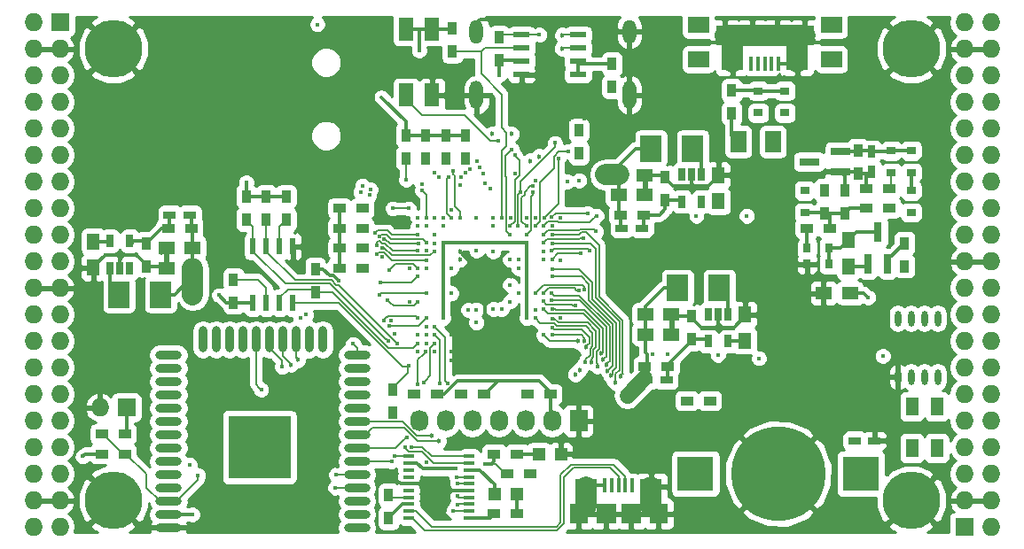
<source format=gbl>
G04 #@! TF.FileFunction,Copper,L4,Bot,Signal*
%FSLAX46Y46*%
G04 Gerber Fmt 4.6, Leading zero omitted, Abs format (unit mm)*
G04 Created by KiCad (PCBNEW 4.0.5+dfsg1-4) date Wed May 10 16:42:39 2017*
%MOMM*%
%LPD*%
G01*
G04 APERTURE LIST*
%ADD10C,0.100000*%
%ADD11R,3.500000X3.300000*%
%ADD12C,9.000000*%
%ADD13R,2.032000X1.524000*%
%ADD14R,2.000000X2.500000*%
%ADD15R,0.700000X1.200000*%
%ADD16R,1.250000X1.500000*%
%ADD17R,1.500000X1.250000*%
%ADD18R,1.524000X2.032000*%
%ADD19O,0.609600X1.473200*%
%ADD20R,0.800000X0.900000*%
%ADD21R,0.900000X0.800000*%
%ADD22R,0.800000X1.900000*%
%ADD23R,1.900000X0.800000*%
%ADD24R,1.200000X0.750000*%
%ADD25R,0.750000X1.200000*%
%ADD26R,1.200000X0.900000*%
%ADD27R,0.900000X1.200000*%
%ADD28O,1.300000X2.700000*%
%ADD29O,1.300000X2.300000*%
%ADD30R,0.600000X1.550000*%
%ADD31R,1.550000X0.600000*%
%ADD32O,2.500000X0.900000*%
%ADD33O,0.900000X2.500000*%
%ADD34R,6.000000X6.000000*%
%ADD35R,1.727200X1.727200*%
%ADD36O,1.727200X1.727200*%
%ADD37C,5.500000*%
%ADD38R,1.000000X0.400000*%
%ADD39R,1.200000X1.800000*%
%ADD40R,1.400000X2.200000*%
%ADD41R,1.727200X2.032000*%
%ADD42O,1.727200X2.032000*%
%ADD43R,1.198880X1.198880*%
%ADD44R,2.100000X1.600000*%
%ADD45R,1.900000X1.900000*%
%ADD46R,0.400000X1.350000*%
%ADD47R,1.800000X1.900000*%
%ADD48C,0.400000*%
%ADD49C,0.454000*%
%ADD50C,1.000000*%
%ADD51C,0.300000*%
%ADD52C,2.000000*%
%ADD53C,1.000000*%
%ADD54C,1.500000*%
%ADD55C,0.190000*%
%ADD56C,0.200000*%
%ADD57C,0.254000*%
G04 APERTURE END LIST*
D10*
D11*
X174390000Y-105870000D03*
X158590000Y-105870000D03*
D12*
X166490000Y-105870000D03*
D13*
X171570000Y-62944000D03*
X171570000Y-66246000D03*
D14*
X160870000Y-88090000D03*
X156870000Y-88090000D03*
D15*
X159825000Y-90600000D03*
X160775000Y-90600000D03*
X161725000Y-90600000D03*
X161725000Y-93200000D03*
X159825000Y-93200000D03*
D14*
X158330000Y-74755000D03*
X154330000Y-74755000D03*
D15*
X157285000Y-77235000D03*
X158235000Y-77235000D03*
X159185000Y-77235000D03*
X159185000Y-79835000D03*
X157285000Y-79835000D03*
D14*
X103530000Y-88725000D03*
X107530000Y-88725000D03*
D15*
X104575000Y-86215000D03*
X103625000Y-86215000D03*
X102675000Y-86215000D03*
X102675000Y-83615000D03*
X104575000Y-83615000D03*
D16*
X101085000Y-83665000D03*
X101085000Y-86165000D03*
D17*
X153810000Y-90630000D03*
X156310000Y-90630000D03*
X153810000Y-92535000D03*
X156310000Y-92535000D03*
D16*
X163315000Y-93150000D03*
X163315000Y-90650000D03*
D17*
X151270000Y-79200000D03*
X153770000Y-79200000D03*
X151270000Y-77295000D03*
X153770000Y-77295000D03*
D16*
X160775000Y-79815000D03*
X160775000Y-77315000D03*
D17*
X110590000Y-84280000D03*
X108090000Y-84280000D03*
X110590000Y-86185000D03*
X108090000Y-86185000D03*
D18*
X162680000Y-74120000D03*
X165982000Y-74120000D03*
D13*
X158870000Y-66246000D03*
X158870000Y-62944000D03*
D19*
X181730000Y-96599000D03*
X180460000Y-96599000D03*
X179190000Y-96599000D03*
X177920000Y-96599000D03*
X177920000Y-91011000D03*
X179190000Y-91011000D03*
X180460000Y-91011000D03*
X181730000Y-91011000D03*
D16*
X173221000Y-86038000D03*
X173221000Y-83538000D03*
D20*
X169250000Y-84280000D03*
X171350000Y-84280000D03*
D21*
X179190000Y-80885000D03*
X179190000Y-78785000D03*
X177285000Y-74975000D03*
X177285000Y-77075000D03*
X169030000Y-80885000D03*
X169030000Y-78785000D03*
D22*
X176965000Y-85780000D03*
X175065000Y-85780000D03*
X176015000Y-82780000D03*
D23*
X172435000Y-75075000D03*
X172435000Y-76975000D03*
X169435000Y-76025000D03*
D24*
X153910000Y-96910000D03*
X155810000Y-96910000D03*
X151570000Y-82375000D03*
X153470000Y-82375000D03*
X110290000Y-81105000D03*
X108390000Y-81105000D03*
D25*
X175380000Y-75075000D03*
X175380000Y-76975000D03*
D26*
X169200000Y-82375000D03*
X171400000Y-82375000D03*
D27*
X172840000Y-80935000D03*
X172840000Y-78735000D03*
D26*
X177115000Y-80470000D03*
X174915000Y-80470000D03*
D27*
X174110000Y-74925000D03*
X174110000Y-77125000D03*
X178555000Y-83815000D03*
X178555000Y-86015000D03*
D26*
X157770000Y-98885000D03*
X159970000Y-98885000D03*
D27*
X170935000Y-80935000D03*
X170935000Y-78735000D03*
X129280000Y-107900000D03*
X129280000Y-110100000D03*
D26*
X142825000Y-105870000D03*
X140625000Y-105870000D03*
X177115000Y-78565000D03*
X174915000Y-78565000D03*
X153760000Y-95640000D03*
X155960000Y-95640000D03*
X110440000Y-82375000D03*
X108240000Y-82375000D03*
X151420000Y-81105000D03*
X153620000Y-81105000D03*
D27*
X158235000Y-90800000D03*
X158235000Y-93000000D03*
X106165000Y-86015000D03*
X106165000Y-83815000D03*
X155695000Y-77465000D03*
X155695000Y-79665000D03*
D26*
X126782000Y-86185000D03*
X124582000Y-86185000D03*
X126782000Y-84279000D03*
X124582000Y-84279000D03*
X126782000Y-82375000D03*
X124582000Y-82375000D03*
X126782000Y-80470000D03*
X124582000Y-80470000D03*
D27*
X130930000Y-75687000D03*
X130930000Y-73487000D03*
X132835000Y-75687000D03*
X132835000Y-73487000D03*
X134740000Y-75687000D03*
X134740000Y-73487000D03*
X136645000Y-75687000D03*
X136645000Y-73487000D03*
D28*
X152280000Y-69650000D03*
X137680000Y-69650000D03*
D29*
X137680000Y-63600000D03*
X152280000Y-63600000D03*
D30*
X116325000Y-84120000D03*
X117595000Y-84120000D03*
X118865000Y-84120000D03*
X120135000Y-84120000D03*
X120135000Y-89520000D03*
X118865000Y-89520000D03*
X117595000Y-89520000D03*
X116325000Y-89520000D03*
D24*
X173795000Y-102695000D03*
X175695000Y-102695000D03*
D31*
X141980000Y-67705000D03*
X141980000Y-66435000D03*
X141980000Y-65165000D03*
X141980000Y-63895000D03*
X147380000Y-63895000D03*
X147380000Y-65165000D03*
X147380000Y-66435000D03*
X147380000Y-67705000D03*
D20*
X171350000Y-85804000D03*
X169250000Y-85804000D03*
D21*
X179190000Y-77075000D03*
X179190000Y-74975000D03*
D32*
X126260434Y-111030338D03*
X126260434Y-109760338D03*
X126260434Y-108490338D03*
X126260434Y-107220338D03*
X126260434Y-105950338D03*
X126260434Y-104680338D03*
X126260434Y-103410338D03*
X126260434Y-102140338D03*
X126260434Y-100870338D03*
X126260434Y-99600338D03*
X126260434Y-98330338D03*
X126260434Y-97060338D03*
X126260434Y-95790338D03*
X126260434Y-94520338D03*
D33*
X122975434Y-93030338D03*
X121705434Y-93030338D03*
X120435434Y-93030338D03*
X119165434Y-93030338D03*
X117895434Y-93030338D03*
X116625434Y-93030338D03*
X115355434Y-93030338D03*
X114085434Y-93030338D03*
X112815434Y-93030338D03*
X111545434Y-93030338D03*
D32*
X108260434Y-94520338D03*
X108260434Y-95790338D03*
X108260434Y-97060338D03*
X108260434Y-98330338D03*
X108260434Y-99600338D03*
X108260434Y-100870338D03*
X108260434Y-102140338D03*
X108260434Y-103410338D03*
X108260434Y-104680338D03*
X108260434Y-105950338D03*
X108260434Y-107220338D03*
X108260434Y-108490338D03*
X108260434Y-109760338D03*
X108260434Y-111030338D03*
D34*
X116960434Y-103330338D03*
D35*
X97910000Y-62690000D03*
D36*
X95370000Y-62690000D03*
X97910000Y-65230000D03*
X95370000Y-65230000D03*
X97910000Y-67770000D03*
X95370000Y-67770000D03*
X97910000Y-70310000D03*
X95370000Y-70310000D03*
X97910000Y-72850000D03*
X95370000Y-72850000D03*
X97910000Y-75390000D03*
X95370000Y-75390000D03*
X97910000Y-77930000D03*
X95370000Y-77930000D03*
X97910000Y-80470000D03*
X95370000Y-80470000D03*
X97910000Y-83010000D03*
X95370000Y-83010000D03*
X97910000Y-85550000D03*
X95370000Y-85550000D03*
X97910000Y-88090000D03*
X95370000Y-88090000D03*
X97910000Y-90630000D03*
X95370000Y-90630000D03*
X97910000Y-93170000D03*
X95370000Y-93170000D03*
X97910000Y-95710000D03*
X95370000Y-95710000D03*
X97910000Y-98250000D03*
X95370000Y-98250000D03*
X97910000Y-100790000D03*
X95370000Y-100790000D03*
X97910000Y-103330000D03*
X95370000Y-103330000D03*
X97910000Y-105870000D03*
X95370000Y-105870000D03*
X97910000Y-108410000D03*
X95370000Y-108410000D03*
X97910000Y-110950000D03*
X95370000Y-110950000D03*
D35*
X184270000Y-110950000D03*
D36*
X186810000Y-110950000D03*
X184270000Y-108410000D03*
X186810000Y-108410000D03*
X184270000Y-105870000D03*
X186810000Y-105870000D03*
X184270000Y-103330000D03*
X186810000Y-103330000D03*
X184270000Y-100790000D03*
X186810000Y-100790000D03*
X184270000Y-98250000D03*
X186810000Y-98250000D03*
X184270000Y-95710000D03*
X186810000Y-95710000D03*
X184270000Y-93170000D03*
X186810000Y-93170000D03*
X184270000Y-90630000D03*
X186810000Y-90630000D03*
X184270000Y-88090000D03*
X186810000Y-88090000D03*
X184270000Y-85550000D03*
X186810000Y-85550000D03*
X184270000Y-83010000D03*
X186810000Y-83010000D03*
X184270000Y-80470000D03*
X186810000Y-80470000D03*
X184270000Y-77930000D03*
X186810000Y-77930000D03*
X184270000Y-75390000D03*
X186810000Y-75390000D03*
X184270000Y-72850000D03*
X186810000Y-72850000D03*
X184270000Y-70310000D03*
X186810000Y-70310000D03*
X184270000Y-67770000D03*
X186810000Y-67770000D03*
X184270000Y-65230000D03*
X186810000Y-65230000D03*
X184270000Y-62690000D03*
X186810000Y-62690000D03*
D37*
X102990000Y-108410000D03*
X179190000Y-108410000D03*
X179190000Y-65230000D03*
X102990000Y-65230000D03*
D21*
X167125000Y-69260000D03*
X167125000Y-71360000D03*
X164585000Y-69260000D03*
X164585000Y-71360000D03*
D27*
X162045000Y-71410000D03*
X162045000Y-69210000D03*
X139820000Y-66330000D03*
X139820000Y-64130000D03*
X135375000Y-63300000D03*
X135375000Y-65500000D03*
X150615000Y-68870000D03*
X150615000Y-66670000D03*
X147440000Y-75220000D03*
X147440000Y-73020000D03*
D38*
X137005000Y-104215000D03*
X137005000Y-104865000D03*
X137005000Y-105515000D03*
X137005000Y-106165000D03*
X137005000Y-106815000D03*
X137005000Y-107465000D03*
X137005000Y-108115000D03*
X137005000Y-108765000D03*
X137005000Y-109415000D03*
X137005000Y-110065000D03*
X131205000Y-110065000D03*
X131205000Y-109415000D03*
X131205000Y-108765000D03*
X131205000Y-108115000D03*
X131205000Y-107465000D03*
X131205000Y-106815000D03*
X131205000Y-106165000D03*
X131205000Y-105515000D03*
X131205000Y-104865000D03*
X131205000Y-104215000D03*
D27*
X119500000Y-79370000D03*
X119500000Y-81570000D03*
X114480000Y-89500000D03*
X114480000Y-87300000D03*
X129660000Y-99985000D03*
X129660000Y-97785000D03*
X117595000Y-79370000D03*
X117595000Y-81570000D03*
X122280000Y-86300000D03*
X122280000Y-88500000D03*
X115690000Y-79370000D03*
X115690000Y-81570000D03*
D26*
X144730000Y-98250000D03*
X142530000Y-98250000D03*
X138380000Y-98250000D03*
X136180000Y-98250000D03*
X133935000Y-98250000D03*
X131735000Y-98250000D03*
X101890000Y-103965000D03*
X104090000Y-103965000D03*
D39*
X179260000Y-99425000D03*
X179260000Y-103425000D03*
X181660000Y-103425000D03*
X181660000Y-99425000D03*
D40*
X133450000Y-63350000D03*
X133450000Y-69650000D03*
X130950000Y-69650000D03*
X130950000Y-63350000D03*
D35*
X104260000Y-99520000D03*
D36*
X101720000Y-99520000D03*
D41*
X147440000Y-100790000D03*
D42*
X144900000Y-100790000D03*
X142360000Y-100790000D03*
X139820000Y-100790000D03*
X137280000Y-100790000D03*
X134740000Y-100790000D03*
X132200000Y-100790000D03*
D26*
X101890000Y-102060000D03*
X104090000Y-102060000D03*
D43*
X143630980Y-104000000D03*
X145729020Y-104000000D03*
X141504020Y-107775000D03*
X139405980Y-107775000D03*
D26*
X139355000Y-103965000D03*
X141555000Y-103965000D03*
X139355000Y-109680000D03*
X141555000Y-109680000D03*
D44*
X154350000Y-107130000D03*
X148150000Y-107130000D03*
D45*
X152450000Y-109680000D03*
X150050000Y-109680000D03*
D46*
X152550000Y-107005000D03*
X151900000Y-107005000D03*
X151250000Y-107005000D03*
X150600000Y-107005000D03*
X149950000Y-107005000D03*
D47*
X155050000Y-109680000D03*
X147450000Y-109680000D03*
D44*
X162120000Y-66510000D03*
X168320000Y-66510000D03*
D45*
X164020000Y-63960000D03*
X166420000Y-63960000D03*
D46*
X163920000Y-66635000D03*
X164570000Y-66635000D03*
X165220000Y-66635000D03*
X165870000Y-66635000D03*
X166520000Y-66635000D03*
D47*
X161420000Y-63960000D03*
X169020000Y-63960000D03*
D17*
X173330000Y-88600000D03*
X170830000Y-88600000D03*
D48*
X136085174Y-89394826D03*
X109340000Y-77930000D03*
X145680000Y-91000000D03*
X135280000Y-80600000D03*
X117480000Y-74800000D03*
X165080000Y-81200000D03*
X145680000Y-81400000D03*
X177280000Y-82200000D03*
X139080000Y-69600000D03*
X120430000Y-97050000D03*
X112880000Y-99400000D03*
X150080000Y-81600000D03*
X161080000Y-81400000D03*
X156280000Y-81200000D03*
X124080000Y-108600000D03*
X129680000Y-106600000D03*
X160480000Y-68000000D03*
X168990000Y-68600000D03*
X131280000Y-86200000D03*
X131280000Y-89400000D03*
X162560000Y-95000000D03*
X158080000Y-94600000D03*
X133690245Y-94180159D03*
D49*
X139312644Y-91359700D03*
D48*
X140874194Y-91433353D03*
X147987057Y-71874961D03*
X146490444Y-71976266D03*
X144992193Y-71935857D03*
X145680000Y-85422010D03*
X100017740Y-79439515D03*
X132880424Y-84565132D03*
X143480000Y-71900000D03*
X141986140Y-71899854D03*
X144080000Y-84600000D03*
X145680000Y-94200000D03*
X135280000Y-95000000D03*
X135280000Y-94200000D03*
X142480000Y-94200000D03*
X140880000Y-93400000D03*
X139280000Y-93400000D03*
X137680000Y-93400000D03*
X136080000Y-93400000D03*
X136880000Y-92600000D03*
X135280000Y-92600000D03*
X132880000Y-91800000D03*
X132880000Y-93400000D03*
X132880000Y-82200000D03*
D49*
X141042859Y-86994997D03*
X139280000Y-87000000D03*
X136110990Y-86995403D03*
X139280000Y-88600000D03*
X137680000Y-87000000D03*
X136080000Y-84600000D03*
D48*
X110529662Y-109760338D03*
X110280000Y-105000000D03*
X100080000Y-104200000D03*
X115690000Y-78010000D03*
X113080000Y-88800000D03*
X124480000Y-87400000D03*
X132203808Y-65402255D03*
X139820000Y-67770000D03*
X164653770Y-94825547D03*
X175080000Y-89000000D03*
X160734802Y-94505582D03*
X155945719Y-94444824D03*
X154480000Y-94400000D03*
X158680000Y-81200000D03*
X163480000Y-81200000D03*
X176480000Y-94600000D03*
D50*
X149710735Y-77289735D03*
D48*
X137665894Y-91402446D03*
X135273306Y-88618602D03*
X139272517Y-84611349D03*
X137680556Y-84534085D03*
X141680000Y-86200000D03*
X135280000Y-86200000D03*
X132880000Y-92600000D03*
X132080000Y-92600000D03*
X141680000Y-88600000D03*
X141680000Y-85400000D03*
X136885174Y-90194826D03*
D50*
X152095000Y-98400000D03*
D48*
X140094890Y-90122990D03*
X139280000Y-90122990D03*
X140880000Y-89400000D03*
X137680000Y-90172990D03*
X140880000Y-87800000D03*
X140880000Y-85400000D03*
D49*
X136080000Y-85400000D03*
D48*
X129541426Y-91206659D03*
X121408624Y-90632457D03*
X129813284Y-92511909D03*
X120880000Y-91000000D03*
X139280000Y-82200000D03*
D50*
X110593658Y-88756708D03*
D48*
X142480000Y-91000000D03*
X142480000Y-83800000D03*
X134480000Y-83800000D03*
X134480000Y-91000000D03*
X134970261Y-97236541D03*
X135884156Y-106800406D03*
X133680000Y-91800000D03*
D49*
X134074414Y-102752225D03*
D48*
X135855186Y-108022639D03*
X134198152Y-97269984D03*
D49*
X133449289Y-102232615D03*
D48*
X133680000Y-92600000D03*
X132606156Y-97170044D03*
X129563728Y-104680338D03*
X132918584Y-104800000D03*
X135853254Y-108792386D03*
X133685668Y-93402482D03*
X132846234Y-94197073D03*
X132090078Y-97276836D03*
X131019992Y-102364188D03*
X135471949Y-109409592D03*
X122480000Y-62900000D03*
D49*
X145851858Y-65189228D03*
X145873729Y-63920849D03*
D48*
X143680000Y-63900000D03*
X140080000Y-81400000D03*
X117121665Y-97817265D03*
X129373612Y-86363428D03*
X132080000Y-86200000D03*
X119130057Y-95662364D03*
D49*
X119978162Y-95412951D03*
X120634035Y-94977604D03*
D48*
X147480000Y-77822010D03*
X146387166Y-77918991D03*
X131453853Y-103296209D03*
D49*
X148653935Y-95239949D03*
D48*
X144885216Y-91021238D03*
D49*
X149619858Y-94378867D03*
D48*
X144885689Y-90132858D03*
D49*
X150895161Y-97104924D03*
D48*
X144890381Y-83866022D03*
D49*
X151426924Y-96525191D03*
D48*
X144894101Y-83022010D03*
D49*
X150518912Y-96497510D03*
D48*
X144901285Y-86268736D03*
D49*
X150197861Y-96013257D03*
D48*
X144888562Y-86993817D03*
D49*
X150072035Y-95446034D03*
D48*
X144877648Y-88622010D03*
D49*
X149779241Y-94944191D03*
D48*
X144869421Y-89288847D03*
D49*
X148110244Y-93760618D03*
D48*
X144882782Y-91877646D03*
D49*
X147402091Y-93209005D03*
D48*
X144080000Y-92600000D03*
D49*
X147982902Y-93193733D03*
D48*
X144882352Y-92577990D03*
X131191207Y-95514394D03*
X130123876Y-93413277D03*
X132080000Y-93400000D03*
X129280000Y-93200000D03*
X132080000Y-94200000D03*
X128649840Y-85087828D03*
X111080000Y-106000000D03*
X129212070Y-89291543D03*
X132080000Y-89444020D03*
X130839486Y-103354982D03*
X132880000Y-86200000D03*
X129880000Y-104200000D03*
X128388593Y-88745409D03*
X132880000Y-88600000D03*
X135778649Y-106163691D03*
X128476551Y-87584386D03*
X124253981Y-105982535D03*
X132080000Y-87000000D03*
X125899900Y-93452662D03*
X124202418Y-107207639D03*
X139782500Y-74073458D03*
D49*
X139185419Y-73378045D03*
X141029139Y-73391006D03*
X143625670Y-75521246D03*
X142775852Y-75939146D03*
D48*
X135058026Y-77491517D03*
X135274882Y-81390604D03*
X134480367Y-81390604D03*
X134058357Y-77465303D03*
X133668154Y-77111081D03*
X126773709Y-78308800D03*
X126604386Y-78926444D03*
X127445822Y-79226361D03*
X127566271Y-78713298D03*
X132504562Y-78200000D03*
X132505009Y-78796823D03*
X132884441Y-81391117D03*
X128013789Y-82814208D03*
X132084319Y-83022010D03*
X128395011Y-83178075D03*
X132886504Y-83777990D03*
X128874210Y-83399899D03*
X132117443Y-83866021D03*
X128177048Y-84021806D03*
X132032194Y-84565132D03*
X128656426Y-84243816D03*
X133671942Y-84595200D03*
X128146548Y-84865817D03*
X132875802Y-85421990D03*
D49*
X147131990Y-96348010D03*
X147526704Y-95921658D03*
D48*
X148074116Y-95229326D03*
X143280000Y-91000000D03*
X149207706Y-95605291D03*
X144082424Y-90132858D03*
X147124159Y-89779295D03*
X144035793Y-89397606D03*
X143281824Y-90201951D03*
X144080517Y-85397219D03*
X147611689Y-84811014D03*
X144886544Y-85385186D03*
X149110027Y-82710554D03*
X144080000Y-83000000D03*
X144885092Y-82177990D03*
X147473323Y-88301262D03*
X144082832Y-88584510D03*
X147997681Y-88248440D03*
X143278026Y-88595030D03*
X149131913Y-81202010D03*
X144076901Y-82186448D03*
X148337768Y-80975785D03*
X144866392Y-81333979D03*
X139280000Y-81400000D03*
X139030990Y-78600803D03*
X138474753Y-78117762D03*
X138291969Y-77164182D03*
X137754556Y-75974186D03*
X137974958Y-76577236D03*
X137680000Y-81400000D03*
X137023753Y-76742518D03*
X136645199Y-77109176D03*
X136170384Y-77530992D03*
X136102010Y-78268593D03*
X135473038Y-76949878D03*
X136080000Y-81400000D03*
X148441027Y-84498152D03*
X144877691Y-84532933D03*
X147904113Y-83328694D03*
X144080000Y-83800000D03*
X143019945Y-78903038D03*
X142473549Y-82998913D03*
X143086704Y-78380271D03*
X142457990Y-82191394D03*
X145494004Y-75718570D03*
X144146021Y-81374784D03*
X143323210Y-77837480D03*
X146456648Y-75056695D03*
X143302010Y-82194992D03*
X143302010Y-81381735D03*
X145172870Y-74240536D03*
X141853043Y-78968642D03*
X141657990Y-82130345D03*
X142457990Y-81382236D03*
X140924011Y-81375594D03*
X141346021Y-77170289D03*
X141046643Y-74873804D03*
X140864029Y-83041403D03*
X141329877Y-75415642D03*
X140902010Y-82179283D03*
X133680000Y-82977990D03*
X132080000Y-81400000D03*
X132080000Y-82177990D03*
X130976883Y-77755103D03*
X133680000Y-81400000D03*
X133680000Y-83822010D03*
X129376114Y-91707073D03*
X132880000Y-91000000D03*
X128848343Y-91177842D03*
X132077648Y-90977990D03*
X129680000Y-80500000D03*
X131180000Y-80500000D03*
X134480000Y-82200000D03*
X138500159Y-104911875D03*
X135680000Y-105400000D03*
D51*
X139080000Y-69600000D02*
X137730000Y-69600000D01*
X137730000Y-69600000D02*
X137680000Y-69650000D01*
X137680000Y-69650000D02*
X133450000Y-69650000D01*
X150130000Y-62400000D02*
X151330000Y-63600000D01*
X151330000Y-63600000D02*
X152280000Y-63600000D01*
X138080000Y-62400000D02*
X150130000Y-62400000D01*
X137680000Y-62800000D02*
X138080000Y-62400000D01*
X137680000Y-63600000D02*
X137680000Y-62800000D01*
X137680000Y-63600000D02*
X137680000Y-63000000D01*
X166520000Y-66635000D02*
X168195000Y-66635000D01*
X168195000Y-66635000D02*
X168320000Y-66510000D01*
X149950000Y-107005000D02*
X148275000Y-107005000D01*
X148275000Y-107005000D02*
X148150000Y-107130000D01*
X134345000Y-107465000D02*
X133695000Y-106815000D01*
X133695000Y-106815000D02*
X131205000Y-106815000D01*
X137005000Y-107465000D02*
X134345000Y-107465000D01*
X130190000Y-106600000D02*
X129680000Y-106600000D01*
X131205000Y-106815000D02*
X130405000Y-106815000D01*
X130405000Y-106815000D02*
X130190000Y-106600000D01*
X170080000Y-64600000D02*
X170680000Y-64600000D01*
X169020000Y-63960000D02*
X169440000Y-63960000D01*
X169440000Y-63960000D02*
X170080000Y-64600000D01*
X169020000Y-63960000D02*
X169240000Y-63960000D01*
X160480000Y-64600000D02*
X159480000Y-64600000D01*
X161120000Y-63960000D02*
X160480000Y-64600000D01*
X161420000Y-63960000D02*
X161120000Y-63960000D01*
X169240000Y-63960000D02*
X169880000Y-64600000D01*
D52*
X161420000Y-63960000D02*
X169020000Y-63960000D01*
X162120000Y-66510000D02*
X162120000Y-64660000D01*
D51*
X162120000Y-64660000D02*
X161420000Y-63960000D01*
D52*
X168320000Y-66510000D02*
X168320000Y-64660000D01*
D51*
X168320000Y-64660000D02*
X169020000Y-63960000D01*
D52*
X154350000Y-107130000D02*
X154350000Y-108980000D01*
D51*
X154350000Y-108980000D02*
X155050000Y-109680000D01*
D52*
X148150000Y-107130000D02*
X148150000Y-108980000D01*
D51*
X148150000Y-108980000D02*
X147450000Y-109680000D01*
X102210000Y-84915000D02*
X103625000Y-84915000D01*
X103625000Y-84915000D02*
X105215000Y-84915000D01*
X103625000Y-86215000D02*
X103625000Y-84915000D01*
X105215000Y-84915000D02*
X106165000Y-85865000D01*
X106165000Y-85865000D02*
X106165000Y-86015000D01*
X101085000Y-86165000D02*
X101085000Y-86040000D01*
X101085000Y-86040000D02*
X102210000Y-84915000D01*
X106165000Y-86015000D02*
X107920000Y-86015000D01*
X107920000Y-86015000D02*
X108090000Y-86185000D01*
X139085645Y-91132701D02*
X139312644Y-91359700D01*
X138480000Y-89400000D02*
X138480000Y-90527056D01*
X139280000Y-88600000D02*
X138480000Y-89400000D01*
X138480000Y-90527056D02*
X139085645Y-91132701D01*
X153770000Y-77295000D02*
X155525000Y-77295000D01*
X155525000Y-77295000D02*
X155695000Y-77465000D01*
X153770000Y-79200000D02*
X153770000Y-77295000D01*
X174110000Y-77125000D02*
X174745000Y-77125000D01*
X174745000Y-77125000D02*
X175230000Y-77125000D01*
X174915000Y-78565000D02*
X174915000Y-77295000D01*
X174915000Y-77295000D02*
X174745000Y-77125000D01*
X172840000Y-78735000D02*
X172840000Y-77380000D01*
X172840000Y-77380000D02*
X172435000Y-76975000D01*
X175230000Y-77125000D02*
X175380000Y-76975000D01*
X172435000Y-76975000D02*
X173960000Y-76975000D01*
X173960000Y-76975000D02*
X174110000Y-77125000D01*
X137680000Y-86200000D02*
X137680000Y-86600000D01*
X136080000Y-84600000D02*
X137680000Y-86200000D01*
X159850000Y-78365000D02*
X158235000Y-78365000D01*
X158235000Y-78365000D02*
X156445000Y-78365000D01*
X158235000Y-77235000D02*
X158235000Y-78365000D01*
X160775000Y-77315000D02*
X160775000Y-77440000D01*
X160775000Y-77440000D02*
X159850000Y-78365000D01*
X156445000Y-78365000D02*
X155695000Y-77615000D01*
X155695000Y-77615000D02*
X155695000Y-77465000D01*
X156310000Y-90630000D02*
X156310000Y-92535000D01*
X158235000Y-90800000D02*
X156480000Y-90800000D01*
X156480000Y-90800000D02*
X156310000Y-90630000D01*
X163315000Y-90650000D02*
X163315000Y-90834602D01*
X163315000Y-90834602D02*
X162249602Y-91900000D01*
X162249602Y-91900000D02*
X160775000Y-91900000D01*
X101085000Y-86165000D02*
X101085000Y-85929893D01*
X106165000Y-85944374D02*
X106165000Y-86015000D01*
X159185000Y-91900000D02*
X160775000Y-91900000D01*
X160775000Y-90600000D02*
X160775000Y-91900000D01*
X158235000Y-90800000D02*
X158235000Y-90950000D01*
X158235000Y-90950000D02*
X159185000Y-91900000D01*
X108090000Y-84280000D02*
X108090000Y-86185000D01*
X107625000Y-84745000D02*
X108090000Y-84280000D01*
X108070000Y-84260000D02*
X108090000Y-84280000D01*
X141037856Y-87000000D02*
X141042859Y-86994997D01*
X139280000Y-87000000D02*
X141037856Y-87000000D01*
X136432016Y-86995403D02*
X136110990Y-86995403D01*
X137284597Y-86995403D02*
X136432016Y-86995403D01*
X137680000Y-86600000D02*
X137284597Y-86995403D01*
X137680000Y-86600000D02*
X137680000Y-87000000D01*
X161725000Y-93200000D02*
X163265000Y-93200000D01*
X163265000Y-93200000D02*
X163315000Y-93150000D01*
X173221000Y-86038000D02*
X174807000Y-86038000D01*
X174807000Y-86038000D02*
X175065000Y-85780000D01*
X162045000Y-71410000D02*
X162045000Y-73485000D01*
X162045000Y-73485000D02*
X162680000Y-74120000D01*
X101085000Y-83665000D02*
X102625000Y-83665000D01*
X102625000Y-83665000D02*
X102675000Y-83615000D01*
X108260434Y-109760338D02*
X110529662Y-109760338D01*
X179190000Y-77075000D02*
X179190000Y-78785000D01*
X100315000Y-103965000D02*
X100080000Y-104200000D01*
X101890000Y-103965000D02*
X100315000Y-103965000D01*
X115690000Y-79370000D02*
X115690000Y-78010000D01*
X117595000Y-79370000D02*
X119500000Y-79370000D01*
X115690000Y-79370000D02*
X117595000Y-79370000D01*
X114480000Y-89500000D02*
X113780000Y-89500000D01*
X113780000Y-89500000D02*
X113080000Y-88800000D01*
X114480000Y-89500000D02*
X116305000Y-89500000D01*
X116305000Y-89500000D02*
X116325000Y-89520000D01*
X123030000Y-86300000D02*
X123642001Y-86912001D01*
X122280000Y-86300000D02*
X123030000Y-86300000D01*
X123992001Y-86912001D02*
X124480000Y-87400000D01*
X123642001Y-86912001D02*
X123992001Y-86912001D01*
X135901398Y-96980000D02*
X139800000Y-96980000D01*
X134631398Y-98250000D02*
X135901398Y-96980000D01*
X133935000Y-98250000D02*
X134631398Y-98250000D01*
X144900000Y-98250000D02*
X144730000Y-98250000D01*
X143630000Y-96980000D02*
X144900000Y-98250000D01*
X139800000Y-96980000D02*
X143630000Y-96980000D01*
X138380000Y-98250000D02*
X138530000Y-98250000D01*
X138530000Y-98250000D02*
X139800000Y-96980000D01*
X144730000Y-98250000D02*
X144730000Y-100620000D01*
X144730000Y-100620000D02*
X144900000Y-100790000D01*
X132203808Y-65119413D02*
X132203808Y-65402255D01*
X132203808Y-63353808D02*
X132203808Y-65119413D01*
X132200000Y-63350000D02*
X132203808Y-63353808D01*
X132200000Y-63350000D02*
X133450000Y-63350000D01*
X130950000Y-63350000D02*
X132200000Y-63350000D01*
X133450000Y-63350000D02*
X135325000Y-63350000D01*
X135325000Y-63350000D02*
X135375000Y-63300000D01*
X139820000Y-66330000D02*
X141875000Y-66330000D01*
X141875000Y-66330000D02*
X141980000Y-66435000D01*
X139820000Y-66330000D02*
X139820000Y-67770000D01*
X173330000Y-88600000D02*
X174680000Y-88600000D01*
X174680000Y-88600000D02*
X175080000Y-89000000D01*
D53*
X151270000Y-77295000D02*
X151264735Y-77289735D01*
D52*
X151264735Y-77289735D02*
X149993577Y-77289735D01*
D53*
X149993577Y-77289735D02*
X149710735Y-77289735D01*
D51*
X151270000Y-77295000D02*
X151270000Y-76370000D01*
X152885000Y-74755000D02*
X153030000Y-74755000D01*
X151270000Y-76370000D02*
X152885000Y-74755000D01*
X153030000Y-74755000D02*
X154330000Y-74755000D01*
X151420000Y-81105000D02*
X151420000Y-82225000D01*
X151420000Y-82225000D02*
X151570000Y-82375000D01*
X151270000Y-79200000D02*
X151270000Y-80955000D01*
X151270000Y-80955000D02*
X151420000Y-81105000D01*
X151270000Y-77295000D02*
X151270000Y-79200000D01*
X151790000Y-76775000D02*
X151270000Y-77295000D01*
X160870000Y-88090000D02*
X161725000Y-88945000D01*
X161725000Y-88945000D02*
X161725000Y-90600000D01*
X159185000Y-77235000D02*
X159185000Y-75610000D01*
X159185000Y-75610000D02*
X158330000Y-74755000D01*
D54*
X153733519Y-96686345D02*
X153733519Y-96761481D01*
X153733519Y-96761481D02*
X152095000Y-98400000D01*
D51*
X154110000Y-95710000D02*
X154110000Y-96385000D01*
X156870000Y-88090000D02*
X155570000Y-88090000D01*
X155570000Y-88090000D02*
X153810000Y-89850000D01*
X153810000Y-89850000D02*
X153810000Y-90630000D01*
X153960000Y-94440000D02*
X153960000Y-95560000D01*
X153960000Y-95560000D02*
X154110000Y-95710000D01*
X153810000Y-92535000D02*
X153810000Y-94290000D01*
X153810000Y-94290000D02*
X153960000Y-94440000D01*
X153810000Y-92535000D02*
X153810000Y-90630000D01*
X153695000Y-90515000D02*
X153810000Y-90630000D01*
X155960000Y-95640000D02*
X155960000Y-96760000D01*
X155960000Y-96760000D02*
X155810000Y-96910000D01*
X156010000Y-95375000D02*
X158235000Y-93150000D01*
X156010000Y-95710000D02*
X156010000Y-95375000D01*
X158235000Y-93150000D02*
X158235000Y-93000000D01*
X158235000Y-93000000D02*
X159625000Y-93000000D01*
X159625000Y-93000000D02*
X159825000Y-93200000D01*
X110590000Y-88753050D02*
X110593658Y-88756708D01*
D52*
X110590000Y-86185000D02*
X110590000Y-88753050D01*
D51*
X107530000Y-88725000D02*
X108830000Y-88725000D01*
X108830000Y-88725000D02*
X110590000Y-86965000D01*
X110590000Y-86965000D02*
X110590000Y-86185000D01*
X142480000Y-83800000D02*
X142480000Y-91000000D01*
X134480000Y-83800000D02*
X142480000Y-83800000D01*
X134480000Y-91000000D02*
X134480000Y-83800000D01*
X110440000Y-82375000D02*
X110440000Y-81255000D01*
X110440000Y-81255000D02*
X110290000Y-81105000D01*
X110590000Y-84280000D02*
X110590000Y-82525000D01*
X110590000Y-82525000D02*
X110440000Y-82375000D01*
X110590000Y-86185000D02*
X110590000Y-84280000D01*
X110070000Y-86705000D02*
X110590000Y-86185000D01*
X102675000Y-86215000D02*
X102675000Y-87870000D01*
X102675000Y-87870000D02*
X103530000Y-88725000D01*
X169030000Y-80885000D02*
X170885000Y-80885000D01*
X170885000Y-80885000D02*
X170935000Y-80935000D01*
X170935000Y-80935000D02*
X171570000Y-80935000D01*
X171570000Y-80935000D02*
X172840000Y-80935000D01*
X171400000Y-82375000D02*
X171400000Y-81105000D01*
X171400000Y-81105000D02*
X171570000Y-80935000D01*
X174915000Y-80470000D02*
X173305000Y-80470000D01*
X173305000Y-80470000D02*
X172840000Y-80935000D01*
X153620000Y-81105000D02*
X155155000Y-81105000D01*
X155155000Y-81105000D02*
X155695000Y-80565000D01*
X155695000Y-80565000D02*
X155695000Y-79665000D01*
X153620000Y-81105000D02*
X153620000Y-82225000D01*
X153620000Y-82225000D02*
X153470000Y-82375000D01*
X155695000Y-79665000D02*
X157115000Y-79665000D01*
X157115000Y-79665000D02*
X157285000Y-79835000D01*
X155525000Y-79835000D02*
X155695000Y-79665000D01*
X108240000Y-82375000D02*
X107605000Y-82375000D01*
X107605000Y-82375000D02*
X106165000Y-83815000D01*
X104575000Y-83615000D02*
X105965000Y-83615000D01*
X105965000Y-83615000D02*
X106165000Y-83815000D01*
X104775000Y-83815000D02*
X104575000Y-83615000D01*
X108070000Y-82545000D02*
X108240000Y-82375000D01*
X108390000Y-81105000D02*
X108390000Y-82225000D01*
X108390000Y-82225000D02*
X108240000Y-82375000D01*
D55*
X134680000Y-92800000D02*
X134680000Y-96946280D01*
X133680000Y-91800000D02*
X134680000Y-92800000D01*
X134770262Y-97036542D02*
X134970261Y-97236541D01*
X134680000Y-96946280D02*
X134770262Y-97036542D01*
X130774333Y-101500338D02*
X132026220Y-102752225D01*
X127700434Y-101500338D02*
X130774333Y-101500338D01*
X126260434Y-102140338D02*
X127060434Y-102140338D01*
X127060434Y-102140338D02*
X127700434Y-101500338D01*
X132026220Y-102752225D02*
X133753388Y-102752225D01*
X133753388Y-102752225D02*
X134074414Y-102752225D01*
X137005000Y-106815000D02*
X135898750Y-106815000D01*
X135898750Y-106815000D02*
X135884156Y-106800406D01*
X137005000Y-108115000D02*
X135947547Y-108115000D01*
X135947547Y-108115000D02*
X135855186Y-108022639D01*
X134198152Y-93118152D02*
X134198152Y-96987142D01*
X133680000Y-92600000D02*
X134198152Y-93118152D01*
X134198152Y-96987142D02*
X134198152Y-97269984D01*
X133128263Y-102232615D02*
X133449289Y-102232615D01*
X131954931Y-102232615D02*
X133128263Y-102232615D01*
X126260434Y-100870338D02*
X130592654Y-100870338D01*
X130592654Y-100870338D02*
X131954931Y-102232615D01*
X133268244Y-93819906D02*
X133268244Y-96507956D01*
X133685668Y-93402482D02*
X133268244Y-93819906D01*
X133268244Y-96507956D02*
X132806155Y-96970045D01*
X132806155Y-96970045D02*
X132606156Y-97170044D01*
X126260434Y-104680338D02*
X129563728Y-104680338D01*
X137005000Y-108765000D02*
X135880640Y-108765000D01*
X135880640Y-108765000D02*
X135853254Y-108792386D01*
X132646235Y-94397072D02*
X132846234Y-94197073D01*
X132090078Y-94953229D02*
X132646235Y-94397072D01*
X132090078Y-97276836D02*
X132090078Y-94953229D01*
X129973842Y-103410338D02*
X130819993Y-102564187D01*
X126260434Y-103410338D02*
X129973842Y-103410338D01*
X130819993Y-102564187D02*
X131019992Y-102364188D01*
X137005000Y-109415000D02*
X135477357Y-109415000D01*
X135477357Y-109415000D02*
X135471949Y-109409592D01*
D51*
X176015000Y-82780000D02*
X173979000Y-82780000D01*
X173979000Y-82780000D02*
X173221000Y-83538000D01*
X171350000Y-84280000D02*
X172479000Y-84280000D01*
X172479000Y-84280000D02*
X173221000Y-83538000D01*
X171350000Y-84280000D02*
X171350000Y-85804000D01*
X177285000Y-74975000D02*
X179190000Y-74975000D01*
X175380000Y-75075000D02*
X177185000Y-75075000D01*
X177185000Y-75075000D02*
X177285000Y-74975000D01*
X174110000Y-74925000D02*
X175230000Y-74925000D01*
X175230000Y-74925000D02*
X175380000Y-75075000D01*
X172435000Y-75075000D02*
X173960000Y-75075000D01*
X173960000Y-75075000D02*
X174110000Y-74925000D01*
X169200000Y-82375000D02*
X169200000Y-84230000D01*
X169200000Y-84230000D02*
X169250000Y-84280000D01*
X176965000Y-85780000D02*
X176965000Y-85405000D01*
X176965000Y-85405000D02*
X178555000Y-83815000D01*
D55*
X177285000Y-77075000D02*
X177285000Y-78395000D01*
X177285000Y-78395000D02*
X177115000Y-78565000D01*
D51*
X124582000Y-84279000D02*
X124582000Y-86185000D01*
X124582000Y-82375000D02*
X124582000Y-84279000D01*
X124582000Y-80470000D02*
X124582000Y-82375000D01*
X128779999Y-70060978D02*
X128580000Y-69860979D01*
X130930000Y-72210979D02*
X128779999Y-70060978D01*
X130930000Y-73487000D02*
X130930000Y-72210979D01*
X134740000Y-73487000D02*
X136645000Y-73487000D01*
X132835000Y-73487000D02*
X134740000Y-73487000D01*
X130930000Y-73487000D02*
X132835000Y-73487000D01*
D55*
X145876086Y-65165000D02*
X145851858Y-65189228D01*
X147380000Y-65165000D02*
X145876086Y-65165000D01*
X145899578Y-63895000D02*
X145873729Y-63920849D01*
X147380000Y-63895000D02*
X145899578Y-63895000D01*
X143680000Y-63900000D02*
X141985000Y-63900000D01*
X141985000Y-63900000D02*
X141980000Y-63895000D01*
X141980000Y-63895000D02*
X140055000Y-63895000D01*
X140055000Y-63895000D02*
X139820000Y-64130000D01*
X138115000Y-67635000D02*
X138115000Y-65500000D01*
X140080000Y-69600000D02*
X138115000Y-67635000D01*
X140513618Y-73234098D02*
X140080000Y-72800480D01*
X140080000Y-74951680D02*
X140513618Y-74518062D01*
X140080000Y-72800480D02*
X140080000Y-69600000D01*
X140513618Y-74518062D02*
X140513618Y-73234098D01*
X140080000Y-81400000D02*
X140080000Y-74951680D01*
X135375000Y-65500000D02*
X138115000Y-65500000D01*
X138115000Y-65500000D02*
X138450000Y-65165000D01*
X138450000Y-65165000D02*
X141980000Y-65165000D01*
D51*
X147380000Y-67705000D02*
X147380000Y-66435000D01*
X150615000Y-66670000D02*
X147615000Y-66670000D01*
X147615000Y-66670000D02*
X147380000Y-66435000D01*
D55*
X129959041Y-85777999D02*
X129573611Y-86163429D01*
X129573611Y-86163429D02*
X129373612Y-86363428D01*
X131657999Y-85777999D02*
X129959041Y-85777999D01*
X132080000Y-86200000D02*
X131657999Y-85777999D01*
X116921666Y-97617266D02*
X117121665Y-97817265D01*
X116625434Y-97321034D02*
X116921666Y-97617266D01*
X116625434Y-93030338D02*
X116625434Y-97321034D01*
X119130057Y-95379522D02*
X119130057Y-95662364D01*
X119130057Y-95064961D02*
X119130057Y-95379522D01*
X117895434Y-93830338D02*
X119130057Y-95064961D01*
X117895434Y-93030338D02*
X117895434Y-93830338D01*
X119751163Y-95185952D02*
X119978162Y-95412951D01*
X119165434Y-93030338D02*
X119165434Y-94600223D01*
X119165434Y-94600223D02*
X119751163Y-95185952D01*
X120435434Y-93030338D02*
X120435434Y-94779003D01*
X120435434Y-94779003D02*
X120634035Y-94977604D01*
D51*
X164585000Y-69260000D02*
X167125000Y-69260000D01*
X162045000Y-69210000D02*
X164535000Y-69210000D01*
X164535000Y-69210000D02*
X164585000Y-69260000D01*
D55*
X131205000Y-108115000D02*
X129495000Y-108115000D01*
X129495000Y-108115000D02*
X129280000Y-107900000D01*
X131736695Y-103296209D02*
X131453853Y-103296209D01*
X132487676Y-103296209D02*
X131736695Y-103296209D01*
X133406467Y-104215000D02*
X132487676Y-103296209D01*
X137005000Y-104215000D02*
X133406467Y-104215000D01*
X137005000Y-104215000D02*
X136705000Y-104215000D01*
X148853846Y-94719012D02*
X148653935Y-94918923D01*
X148295267Y-91422001D02*
X149087633Y-92214367D01*
X148853846Y-94032036D02*
X148853846Y-94719012D01*
X145477439Y-91422001D02*
X148295267Y-91422001D01*
X145076676Y-91021238D02*
X145477439Y-91422001D01*
X149087633Y-92214367D02*
X149087633Y-93798249D01*
X149087633Y-93798249D02*
X148853846Y-94032036D01*
X144885216Y-91021238D02*
X145076676Y-91021238D01*
X148653935Y-94918923D02*
X148653935Y-95239949D01*
X145236970Y-90201297D02*
X147971204Y-90201297D01*
X145168531Y-90132858D02*
X145236970Y-90201297D01*
X147971204Y-90201297D02*
X149751857Y-91981951D01*
X149751857Y-94246868D02*
X149619858Y-94378867D01*
X149751857Y-91981951D02*
X149751857Y-94246868D01*
X144885689Y-90132858D02*
X145168531Y-90132858D01*
D56*
X150895161Y-96783898D02*
X150895161Y-97104924D01*
X150972914Y-96706145D02*
X150895161Y-96783898D01*
X150972914Y-96325685D02*
X150972914Y-96706145D01*
D55*
X149053712Y-89042202D02*
X151336912Y-91325401D01*
X144890381Y-83866022D02*
X148584987Y-83866022D01*
X149053712Y-84334747D02*
X149053712Y-89042202D01*
X151336912Y-91325401D02*
X151336912Y-95961687D01*
X148584987Y-83866022D02*
X149053712Y-84334747D01*
X151336912Y-95961687D02*
X150972914Y-96325685D01*
X151653923Y-91194092D02*
X149370723Y-88910892D01*
X147701551Y-82785128D02*
X147464669Y-83022010D01*
X147464669Y-83022010D02*
X144894101Y-83022010D01*
X148106675Y-82785128D02*
X147701551Y-82785128D01*
X151653923Y-96298192D02*
X151653923Y-91194092D01*
X149370723Y-88910892D02*
X149370723Y-84049176D01*
X149370723Y-84049176D02*
X148106675Y-82785128D01*
X151693951Y-96258164D02*
X151653923Y-96298192D01*
X151653923Y-96298192D02*
X151426924Y-96525191D01*
X150650710Y-96047648D02*
X150650710Y-96365712D01*
X150650710Y-96365712D02*
X150518912Y-96497510D01*
X151019901Y-95678457D02*
X150650710Y-96047648D01*
X148736701Y-89173512D02*
X151019901Y-91456711D01*
X147421619Y-86268736D02*
X148736701Y-87583818D01*
X144901285Y-86268736D02*
X147421619Y-86268736D01*
X148736701Y-87583818D02*
X148736701Y-89173512D01*
X151019901Y-91456711D02*
X151019901Y-95678457D01*
X148419690Y-87715128D02*
X148419690Y-89304822D01*
X148419690Y-89304822D02*
X150702890Y-91588021D01*
X144888562Y-86993817D02*
X147698379Y-86993817D01*
X150702890Y-91588021D02*
X150702890Y-95508228D01*
X150424860Y-95786258D02*
X150197861Y-96013257D01*
X147698379Y-86993817D02*
X148419690Y-87715128D01*
X150702890Y-95508228D02*
X150424860Y-95786258D01*
X150299034Y-95219035D02*
X150072035Y-95446034D01*
X145077647Y-88822009D02*
X147488557Y-88822009D01*
X147488557Y-88822009D02*
X150385879Y-91719331D01*
X150385879Y-95132190D02*
X150299034Y-95219035D01*
X144877648Y-88622010D02*
X145077647Y-88822009D01*
X150385879Y-91719331D02*
X150385879Y-95132190D01*
X150068868Y-91850641D02*
X150068868Y-94654564D01*
X147507074Y-89288847D02*
X150068868Y-91850641D01*
X150006240Y-94717192D02*
X149779241Y-94944191D01*
X150068868Y-94654564D02*
X150006240Y-94717192D01*
X144869421Y-89288847D02*
X147507074Y-89288847D01*
X147695842Y-92077645D02*
X148453611Y-92835414D01*
X145082781Y-92077645D02*
X147695842Y-92077645D01*
X144882782Y-91877646D02*
X145082781Y-92077645D01*
X148337243Y-93533619D02*
X148110244Y-93760618D01*
X148453611Y-93417251D02*
X148337243Y-93533619D01*
X148453611Y-92835414D02*
X148453611Y-93417251D01*
X147081065Y-93209005D02*
X147402091Y-93209005D01*
X144689005Y-93209005D02*
X147081065Y-93209005D01*
X144080000Y-92600000D02*
X144689005Y-93209005D01*
X147982902Y-92872707D02*
X147982902Y-93193733D01*
X147688185Y-92577990D02*
X147982902Y-92872707D01*
X144882352Y-92577990D02*
X147688185Y-92577990D01*
X118865000Y-84120000D02*
X118865000Y-82205000D01*
X118865000Y-82205000D02*
X119500000Y-81570000D01*
X116780000Y-87300000D02*
X117595000Y-88115000D01*
X117595000Y-88115000D02*
X117595000Y-89520000D01*
X114480000Y-87300000D02*
X116780000Y-87300000D01*
X130652214Y-95645097D02*
X131121911Y-95645097D01*
X120135000Y-89520000D02*
X124527117Y-89520000D01*
X124527117Y-89520000D02*
X130652214Y-95645097D01*
X131121911Y-96173089D02*
X131121911Y-95645097D01*
X131121911Y-95645097D02*
X131191207Y-95575801D01*
X131191207Y-95575801D02*
X131191207Y-95514394D01*
X129660000Y-97785000D02*
X129660000Y-97635000D01*
X129660000Y-97635000D02*
X131121911Y-96173089D01*
X129923877Y-93213278D02*
X130123876Y-93413277D01*
X124277438Y-87822002D02*
X124526564Y-87822002D01*
X117595000Y-84120000D02*
X117595000Y-84595000D01*
X129917840Y-93213278D02*
X129923877Y-93213278D01*
X124526564Y-87822002D02*
X129917840Y-93213278D01*
X120360988Y-87360988D02*
X123816424Y-87360988D01*
X117595000Y-84595000D02*
X120360988Y-87360988D01*
X123816424Y-87360988D02*
X124277438Y-87822002D01*
X117595000Y-84120000D02*
X117595000Y-81570000D01*
X122280000Y-88500000D02*
X122031234Y-88251234D01*
X122031234Y-88251234D02*
X119658766Y-88251234D01*
X119658766Y-88251234D02*
X118865000Y-89045000D01*
X118865000Y-89045000D02*
X118865000Y-89520000D01*
X132080000Y-93400000D02*
X131635989Y-93844011D01*
X131635989Y-93844011D02*
X129299449Y-93844011D01*
X129299449Y-93844011D02*
X123955438Y-88500000D01*
X123955438Y-88500000D02*
X122280000Y-88500000D01*
X129080001Y-93000001D02*
X129280000Y-93200000D01*
X129007116Y-93000001D02*
X129080001Y-93000001D01*
X119407999Y-87677999D02*
X123685114Y-87677999D01*
X116325000Y-84595000D02*
X119407999Y-87677999D01*
X123685114Y-87677999D02*
X129007116Y-93000001D01*
X116325000Y-84120000D02*
X116325000Y-84595000D01*
X116325000Y-84120000D02*
X116325000Y-82205000D01*
X116325000Y-82205000D02*
X115690000Y-81570000D01*
X111080000Y-106000000D02*
X111080000Y-106470772D01*
X111080000Y-106470772D02*
X109060434Y-108490338D01*
X109060434Y-108490338D02*
X108260434Y-108490338D01*
X106165000Y-105890000D02*
X106165000Y-107194904D01*
X106165000Y-107194904D02*
X107460434Y-108490338D01*
X107460434Y-108490338D02*
X108260434Y-108490338D01*
X104090000Y-103965000D02*
X104240000Y-103965000D01*
X104240000Y-103965000D02*
X106165000Y-105890000D01*
X101890000Y-102060000D02*
X102040000Y-102060000D01*
X102040000Y-102060000D02*
X103945000Y-103965000D01*
X103945000Y-103965000D02*
X104090000Y-103965000D01*
X129412069Y-89491542D02*
X129212070Y-89291543D01*
X131702019Y-89822001D02*
X129742528Y-89822001D01*
X132080000Y-89444020D02*
X131702019Y-89822001D01*
X129742528Y-89822001D02*
X129412069Y-89491542D01*
X133608146Y-104865000D02*
X132461356Y-103718210D01*
X132461356Y-103718210D02*
X131202714Y-103718210D01*
X131039485Y-103554981D02*
X130839486Y-103354982D01*
X131202714Y-103718210D02*
X131039485Y-103554981D01*
X137005000Y-104865000D02*
X133608146Y-104865000D01*
X137005000Y-104865000D02*
X136315000Y-104865000D01*
X130500000Y-104200000D02*
X129880000Y-104200000D01*
X131205000Y-104215000D02*
X130515000Y-104215000D01*
X130515000Y-104215000D02*
X130500000Y-104200000D01*
X132880000Y-88600000D02*
X128534002Y-88600000D01*
X128534002Y-88600000D02*
X128388593Y-88745409D01*
X137005000Y-106165000D02*
X135779958Y-106165000D01*
X135779958Y-106165000D02*
X135778649Y-106163691D01*
X136940000Y-106100000D02*
X137005000Y-106165000D01*
X131495614Y-87584386D02*
X128759393Y-87584386D01*
X128759393Y-87584386D02*
X128476551Y-87584386D01*
X132080000Y-87000000D02*
X131495614Y-87584386D01*
X126260434Y-105950338D02*
X124286178Y-105950338D01*
X124286178Y-105950338D02*
X124253981Y-105982535D01*
X126099899Y-93652661D02*
X125899900Y-93452662D01*
X126260434Y-93813196D02*
X126099899Y-93652661D01*
X126260434Y-94520338D02*
X126260434Y-93813196D01*
X126260434Y-107220338D02*
X124215117Y-107220338D01*
X124215117Y-107220338D02*
X124202418Y-107207639D01*
X139007987Y-74073458D02*
X139499658Y-74073458D01*
X130950000Y-69650000D02*
X130950000Y-70050000D01*
X132500000Y-71600000D02*
X136534529Y-71600000D01*
X136534529Y-71600000D02*
X139007987Y-74073458D01*
X130950000Y-70050000D02*
X132500000Y-71600000D01*
X139499658Y-74073458D02*
X139782500Y-74073458D01*
X146936142Y-105298181D02*
X150408181Y-105298181D01*
X146033671Y-110644713D02*
X146033671Y-106200652D01*
X150408181Y-105298181D02*
X151250000Y-106140000D01*
X151250000Y-106140000D02*
X151250000Y-107005000D01*
X132740000Y-111300000D02*
X145378384Y-111300000D01*
X145378384Y-111300000D02*
X146033671Y-110644713D01*
X146033671Y-106200652D02*
X146936142Y-105298181D01*
X131505000Y-110065000D02*
X132740000Y-111300000D01*
X131205000Y-110065000D02*
X131505000Y-110065000D01*
X145315793Y-110914270D02*
X145716660Y-110513403D01*
X131205000Y-109415000D02*
X131895000Y-109415000D01*
X146728058Y-104981170D02*
X150741170Y-104981170D01*
X131895000Y-109415000D02*
X133394270Y-110914270D01*
X133394270Y-110914270D02*
X145315793Y-110914270D01*
X145716660Y-110513403D02*
X145716660Y-105992568D01*
X145716660Y-105992568D02*
X146728058Y-104981170D01*
X150741170Y-104981170D02*
X151900000Y-106140000D01*
X151900000Y-106140000D02*
X151900000Y-107005000D01*
X135274882Y-81390604D02*
X134857999Y-80973721D01*
X134858027Y-77691516D02*
X135058026Y-77491517D01*
X134857999Y-77691544D02*
X134858027Y-77691516D01*
X134857999Y-80973721D02*
X134857999Y-77691544D01*
X132705008Y-78996822D02*
X132505009Y-78796823D01*
X132884441Y-81391117D02*
X132884441Y-79176255D01*
X132884441Y-79176255D02*
X132705008Y-78996822D01*
X129568600Y-83022010D02*
X129160799Y-82614209D01*
X128213788Y-82614209D02*
X128013789Y-82814208D01*
X132084319Y-83022010D02*
X129568600Y-83022010D01*
X129160799Y-82614209D02*
X128213788Y-82614209D01*
X132886504Y-83777990D02*
X132552525Y-83444011D01*
X129075659Y-82977390D02*
X128595696Y-82977390D01*
X128595696Y-82977390D02*
X128595010Y-82978076D01*
X132552525Y-83444011D02*
X129542280Y-83444011D01*
X128595010Y-82978076D02*
X128395011Y-83178075D01*
X129542280Y-83444011D02*
X129075659Y-82977390D01*
X128932099Y-83399899D02*
X128874210Y-83399899D01*
X129398221Y-83866021D02*
X128932099Y-83399899D01*
X132117443Y-83866021D02*
X129398221Y-83866021D01*
X128452520Y-83602773D02*
X128313239Y-83602773D01*
X132032194Y-84565132D02*
X129642019Y-84565132D01*
X128313239Y-83602773D02*
X128177048Y-83738964D01*
X128671648Y-83821901D02*
X128452520Y-83602773D01*
X129642019Y-84565132D02*
X128898788Y-83821901D01*
X128898788Y-83821901D02*
X128671648Y-83821901D01*
X128177048Y-83738964D02*
X128177048Y-84021806D01*
X133277310Y-84989832D02*
X129611403Y-84989832D01*
X128865387Y-84243816D02*
X128656426Y-84243816D01*
X129611403Y-84989832D02*
X128865387Y-84243816D01*
X133671942Y-84595200D02*
X133277310Y-84989832D01*
X128832075Y-84665818D02*
X128346547Y-84665818D01*
X129588247Y-85421990D02*
X128832075Y-84665818D01*
X132875802Y-85421990D02*
X129588247Y-85421990D01*
X128346547Y-84665818D02*
X128146548Y-84865817D01*
X148536835Y-93900726D02*
X148536835Y-94483765D01*
X148536835Y-94483765D02*
X148074116Y-94946484D01*
X148722536Y-93715025D02*
X148536835Y-93900726D01*
X148770622Y-93666940D02*
X148722536Y-93715025D01*
X145346129Y-91739012D02*
X148119015Y-91739012D01*
X145062753Y-91455636D02*
X145346129Y-91739012D01*
X148119015Y-91739012D02*
X148770622Y-92390619D01*
X148770622Y-92390619D02*
X148770622Y-93666940D01*
X143735636Y-91455636D02*
X145062753Y-91455636D01*
X143280000Y-91000000D02*
X143735636Y-91455636D01*
X148074116Y-94946484D02*
X148074116Y-95229326D01*
X149207706Y-95322449D02*
X149207706Y-95605291D01*
X149170857Y-94163346D02*
X149170857Y-95285600D01*
X149170857Y-95285600D02*
X149207706Y-95322449D01*
X149404644Y-93929559D02*
X149170857Y-94163346D01*
X147877576Y-90555989D02*
X149404644Y-92083058D01*
X144505555Y-90555989D02*
X147877576Y-90555989D01*
X144082424Y-90132858D02*
X144505555Y-90555989D01*
X149404644Y-92083058D02*
X149404644Y-93929559D01*
X146772879Y-89710857D02*
X146841317Y-89779295D01*
X144349044Y-89710857D02*
X146772879Y-89710857D01*
X144035793Y-89397606D02*
X144349044Y-89710857D01*
X146841317Y-89779295D02*
X147124159Y-89779295D01*
X147328847Y-84811014D02*
X147611689Y-84811014D01*
X145460716Y-84811014D02*
X147328847Y-84811014D01*
X144886544Y-85385186D02*
X145460716Y-84811014D01*
X148910028Y-82510555D02*
X149110027Y-82710554D01*
X144480000Y-82600000D02*
X147438358Y-82600000D01*
X147438358Y-82600000D02*
X147570241Y-82468117D01*
X144080000Y-83000000D02*
X144480000Y-82600000D01*
X147570241Y-82468117D02*
X148867590Y-82468117D01*
X148867590Y-82468117D02*
X148910028Y-82510555D01*
X144082832Y-88584510D02*
X144550331Y-88117011D01*
X147190481Y-88301262D02*
X147473323Y-88301262D01*
X147006230Y-88117011D02*
X147190481Y-88301262D01*
X144550331Y-88117011D02*
X147006230Y-88117011D01*
X147832083Y-87800000D02*
X147997681Y-87965598D01*
X147997681Y-87965598D02*
X147997681Y-88248440D01*
X144073056Y-87800000D02*
X147832083Y-87800000D01*
X143278026Y-88595030D02*
X144073056Y-87800000D01*
X148931914Y-81402009D02*
X149131913Y-81202010D01*
X148511922Y-81822001D02*
X148931914Y-81402009D01*
X145477439Y-81822001D02*
X148511922Y-81822001D01*
X145411427Y-81755989D02*
X145477439Y-81822001D01*
X144507360Y-81755989D02*
X145411427Y-81755989D01*
X144076901Y-82186448D02*
X144507360Y-81755989D01*
X148054926Y-80975785D02*
X148337768Y-80975785D01*
X145224586Y-80975785D02*
X148054926Y-80975785D01*
X144866392Y-81333979D02*
X145224586Y-80975785D01*
X135473038Y-77232720D02*
X135473038Y-76949878D01*
X135591893Y-77351575D02*
X135473038Y-77232720D01*
X135591893Y-80287331D02*
X135591893Y-77351575D01*
X136080000Y-80775438D02*
X135591893Y-80287331D01*
X136080000Y-81400000D02*
X136080000Y-80775438D01*
X148275809Y-84332934D02*
X148441027Y-84498152D01*
X144877691Y-84532933D02*
X145077690Y-84332934D01*
X145077690Y-84332934D02*
X148275809Y-84332934D01*
X144080000Y-83800000D02*
X144435988Y-83444012D01*
X144435988Y-83444012D02*
X147505953Y-83444012D01*
X147505953Y-83444012D02*
X147621271Y-83328694D01*
X147621271Y-83328694D02*
X147904113Y-83328694D01*
X143019945Y-79185880D02*
X143019945Y-78903038D01*
X142879991Y-82592471D02*
X142879991Y-79325834D01*
X142473549Y-82998913D02*
X142879991Y-82592471D01*
X142879991Y-79325834D02*
X143019945Y-79185880D01*
X141980034Y-81713438D02*
X141980034Y-79466215D01*
X142275045Y-78909088D02*
X142803862Y-78380271D01*
X142275045Y-79171204D02*
X142275045Y-78909088D01*
X141980034Y-79466215D02*
X142275045Y-79171204D01*
X142457990Y-82191394D02*
X141980034Y-81713438D01*
X142803862Y-78380271D02*
X143086704Y-78380271D01*
X144146021Y-81374784D02*
X145494004Y-80026801D01*
X145494004Y-76001412D02*
X145494004Y-75718570D01*
X145494004Y-80026801D02*
X145494004Y-76001412D01*
X145072002Y-75516008D02*
X145531315Y-75056695D01*
X143724011Y-81772991D02*
X143724011Y-78001805D01*
X146173806Y-75056695D02*
X146456648Y-75056695D01*
X143302010Y-82194992D02*
X143724011Y-81772991D01*
X145531315Y-75056695D02*
X146173806Y-75056695D01*
X143724011Y-78001805D02*
X145072002Y-76653814D01*
X145072002Y-76653814D02*
X145072002Y-75516008D01*
X145172870Y-74523378D02*
X145172870Y-74240536D01*
X141853043Y-78968642D02*
X141853043Y-77936079D01*
X145172870Y-74616252D02*
X145172870Y-74523378D01*
X141853043Y-77936079D02*
X145172870Y-74616252D01*
X141657990Y-82130345D02*
X141657990Y-81847503D01*
X141657990Y-81847503D02*
X141663023Y-81842470D01*
X141663023Y-79158662D02*
X141853043Y-78968642D01*
X141663023Y-81842470D02*
X141663023Y-79158662D01*
X140480000Y-82657374D02*
X140480000Y-81624562D01*
X140457999Y-75462448D02*
X140846644Y-75073803D01*
X140846644Y-75073803D02*
X141046643Y-74873804D01*
X140502001Y-77446563D02*
X140457999Y-77402561D01*
X140457999Y-77402561D02*
X140457999Y-75462448D01*
X140864029Y-83041403D02*
X140480000Y-82657374D01*
X140480000Y-81624562D02*
X140502001Y-81602561D01*
X140502001Y-81602561D02*
X140502001Y-77446563D01*
X141346021Y-77794851D02*
X141768022Y-77372850D01*
X141346021Y-81735272D02*
X141346021Y-77794851D01*
X141768022Y-75853787D02*
X141529876Y-75615641D01*
X140902010Y-82179283D02*
X141346021Y-81735272D01*
X141529876Y-75615641D02*
X141329877Y-75415642D01*
X141768022Y-77372850D02*
X141768022Y-75853787D01*
X130930000Y-75687000D02*
X130930000Y-77708220D01*
X130930000Y-77708220D02*
X130976883Y-77755103D01*
X129658956Y-91707073D02*
X129376114Y-91707073D01*
X132880000Y-91000000D02*
X132172927Y-91707073D01*
X132172927Y-91707073D02*
X129658956Y-91707073D01*
X132077648Y-90977990D02*
X131877649Y-90777991D01*
X131877649Y-90777991D02*
X129248194Y-90777991D01*
X129248194Y-90777991D02*
X129048342Y-90977843D01*
X129048342Y-90977843D02*
X128848343Y-91177842D01*
X131180000Y-80500000D02*
X129680000Y-80500000D01*
D51*
X104260000Y-99520000D02*
X104260000Y-101890000D01*
X104260000Y-101890000D02*
X104090000Y-102060000D01*
X137005000Y-110065000D02*
X138970000Y-110065000D01*
X138970000Y-110065000D02*
X139355000Y-109680000D01*
D55*
X139158125Y-104911875D02*
X139516875Y-104911875D01*
X139516875Y-104911875D02*
X140475000Y-105870000D01*
X140475000Y-105870000D02*
X140625000Y-105870000D01*
D51*
X138783001Y-104911875D02*
X138500159Y-104911875D01*
X139158125Y-104911875D02*
X138783001Y-104911875D01*
X139355000Y-104715000D02*
X139158125Y-104911875D01*
X139355000Y-103965000D02*
X139355000Y-104715000D01*
X132540000Y-105400000D02*
X135680000Y-105400000D01*
X131205000Y-104865000D02*
X132005000Y-104865000D01*
X132005000Y-104865000D02*
X132540000Y-105400000D01*
X141555000Y-103965000D02*
X143595980Y-103965000D01*
X143595980Y-103965000D02*
X143630980Y-104000000D01*
X141504020Y-107775000D02*
X141504020Y-109629020D01*
X141504020Y-109629020D02*
X141555000Y-109680000D01*
X129280000Y-110100000D02*
X130615000Y-108765000D01*
X130615000Y-108765000D02*
X131205000Y-108765000D01*
X139405980Y-107775000D02*
X139405980Y-106922004D01*
X139405980Y-106922004D02*
X137998976Y-105515000D01*
X137998976Y-105515000D02*
X137005000Y-105515000D01*
D57*
G36*
X151141416Y-62490919D02*
X150995000Y-62973000D01*
X150995000Y-63473000D01*
X152153000Y-63473000D01*
X152153000Y-63453000D01*
X152407000Y-63453000D01*
X152407000Y-63473000D01*
X153565000Y-63473000D01*
X153565000Y-62973000D01*
X153418584Y-62490919D01*
X153183774Y-62205000D01*
X157206560Y-62205000D01*
X157206560Y-63706000D01*
X157250838Y-63941317D01*
X157389910Y-64157441D01*
X157602110Y-64302431D01*
X157854000Y-64353440D01*
X159885000Y-64353440D01*
X159885000Y-64836560D01*
X157854000Y-64836560D01*
X157618683Y-64880838D01*
X157402559Y-65019910D01*
X157257569Y-65232110D01*
X157206560Y-65484000D01*
X157206560Y-67008000D01*
X157250838Y-67243317D01*
X157389910Y-67459441D01*
X157602110Y-67604431D01*
X157854000Y-67655440D01*
X159886000Y-67655440D01*
X160121317Y-67611162D01*
X160337441Y-67472090D01*
X160435000Y-67329308D01*
X160435000Y-67436310D01*
X160531673Y-67669699D01*
X160710302Y-67848327D01*
X160943691Y-67945000D01*
X161834250Y-67945000D01*
X161993000Y-67786250D01*
X161993000Y-66637000D01*
X161973000Y-66637000D01*
X161973000Y-66383000D01*
X161993000Y-66383000D01*
X161993000Y-66363000D01*
X162247000Y-66363000D01*
X162247000Y-66383000D01*
X162267000Y-66383000D01*
X162267000Y-66637000D01*
X162247000Y-66637000D01*
X162247000Y-67786250D01*
X162405750Y-67945000D01*
X163296309Y-67945000D01*
X163438412Y-67886139D01*
X163468110Y-67906431D01*
X163720000Y-67957440D01*
X164120000Y-67957440D01*
X164249589Y-67933056D01*
X164370000Y-67957440D01*
X164770000Y-67957440D01*
X164899589Y-67933056D01*
X165020000Y-67957440D01*
X165420000Y-67957440D01*
X165549589Y-67933056D01*
X165670000Y-67957440D01*
X166070000Y-67957440D01*
X166175705Y-67937550D01*
X166193691Y-67945000D01*
X166261250Y-67945000D01*
X166290254Y-67915996D01*
X166305317Y-67913162D01*
X166521441Y-67774090D01*
X166620000Y-67629844D01*
X166620000Y-67786250D01*
X166778750Y-67945000D01*
X166846309Y-67945000D01*
X166995000Y-67883410D01*
X167143691Y-67945000D01*
X168034250Y-67945000D01*
X168193000Y-67786250D01*
X168193000Y-66637000D01*
X168173000Y-66637000D01*
X168173000Y-66383000D01*
X168193000Y-66383000D01*
X168193000Y-66363000D01*
X168447000Y-66363000D01*
X168447000Y-66383000D01*
X168467000Y-66383000D01*
X168467000Y-66637000D01*
X168447000Y-66637000D01*
X168447000Y-67786250D01*
X168605750Y-67945000D01*
X169496309Y-67945000D01*
X169729698Y-67848327D01*
X169908327Y-67669699D01*
X170005000Y-67436310D01*
X170005000Y-67327487D01*
X170089910Y-67459441D01*
X170302110Y-67604431D01*
X170554000Y-67655440D01*
X172586000Y-67655440D01*
X172634755Y-67646266D01*
X176953339Y-67646266D01*
X177265487Y-68094932D01*
X178508343Y-68613331D01*
X179854976Y-68616648D01*
X181100371Y-68104380D01*
X181114513Y-68094932D01*
X181426661Y-67646266D01*
X179190000Y-65409605D01*
X176953339Y-67646266D01*
X172634755Y-67646266D01*
X172821317Y-67611162D01*
X173037441Y-67472090D01*
X173182431Y-67259890D01*
X173233440Y-67008000D01*
X173233440Y-65894976D01*
X175803352Y-65894976D01*
X176315620Y-67140371D01*
X176325068Y-67154513D01*
X176773734Y-67466661D01*
X179010395Y-65230000D01*
X179369605Y-65230000D01*
X181606266Y-67466661D01*
X182054932Y-67154513D01*
X182573331Y-65911657D01*
X182576648Y-64565024D01*
X182064380Y-63319629D01*
X182054932Y-63305487D01*
X181606266Y-62993339D01*
X179369605Y-65230000D01*
X179010395Y-65230000D01*
X176773734Y-62993339D01*
X176325068Y-63305487D01*
X175806669Y-64548343D01*
X175803352Y-65894976D01*
X173233440Y-65894976D01*
X173233440Y-65484000D01*
X173189162Y-65248683D01*
X173050090Y-65032559D01*
X172837890Y-64887569D01*
X172586000Y-64836560D01*
X170555000Y-64836560D01*
X170555000Y-64353440D01*
X172586000Y-64353440D01*
X172821317Y-64309162D01*
X173037441Y-64170090D01*
X173182431Y-63957890D01*
X173233440Y-63706000D01*
X173233440Y-62205000D01*
X177645807Y-62205000D01*
X177279629Y-62355620D01*
X177265487Y-62365068D01*
X176953339Y-62813734D01*
X179190000Y-65050395D01*
X181426661Y-62813734D01*
X181114513Y-62365068D01*
X180730752Y-62205000D01*
X182862033Y-62205000D01*
X182771400Y-62660641D01*
X182771400Y-62719359D01*
X182885474Y-63292848D01*
X183210330Y-63779029D01*
X183481161Y-63959992D01*
X183063179Y-64341510D01*
X182815032Y-64870973D01*
X182935531Y-65103000D01*
X184143000Y-65103000D01*
X184143000Y-65083000D01*
X184397000Y-65083000D01*
X184397000Y-65103000D01*
X186683000Y-65103000D01*
X186683000Y-65083000D01*
X186937000Y-65083000D01*
X186937000Y-65103000D01*
X186957000Y-65103000D01*
X186957000Y-65357000D01*
X186937000Y-65357000D01*
X186937000Y-65377000D01*
X186683000Y-65377000D01*
X186683000Y-65357000D01*
X184397000Y-65357000D01*
X184397000Y-65377000D01*
X184143000Y-65377000D01*
X184143000Y-65357000D01*
X182935531Y-65357000D01*
X182815032Y-65589027D01*
X183063179Y-66118490D01*
X183481161Y-66500008D01*
X183210330Y-66680971D01*
X182885474Y-67167152D01*
X182771400Y-67740641D01*
X182771400Y-67799359D01*
X182885474Y-68372848D01*
X183210330Y-68859029D01*
X183481172Y-69040000D01*
X183210330Y-69220971D01*
X182885474Y-69707152D01*
X182771400Y-70280641D01*
X182771400Y-70339359D01*
X182885474Y-70912848D01*
X183210330Y-71399029D01*
X183481172Y-71580000D01*
X183210330Y-71760971D01*
X182885474Y-72247152D01*
X182771400Y-72820641D01*
X182771400Y-72879359D01*
X182885474Y-73452848D01*
X183210330Y-73939029D01*
X183481172Y-74120000D01*
X183210330Y-74300971D01*
X182885474Y-74787152D01*
X182771400Y-75360641D01*
X182771400Y-75419359D01*
X182885474Y-75992848D01*
X183210330Y-76479029D01*
X183481172Y-76660000D01*
X183210330Y-76840971D01*
X182885474Y-77327152D01*
X182771400Y-77900641D01*
X182771400Y-77959359D01*
X182885474Y-78532848D01*
X183210330Y-79019029D01*
X183481172Y-79200000D01*
X183210330Y-79380971D01*
X182885474Y-79867152D01*
X182771400Y-80440641D01*
X182771400Y-80499359D01*
X182885474Y-81072848D01*
X183210330Y-81559029D01*
X183481172Y-81740000D01*
X183210330Y-81920971D01*
X182885474Y-82407152D01*
X182771400Y-82980641D01*
X182771400Y-83039359D01*
X182885474Y-83612848D01*
X183210330Y-84099029D01*
X183481161Y-84279992D01*
X183063179Y-84661510D01*
X182815032Y-85190973D01*
X182935531Y-85423000D01*
X184143000Y-85423000D01*
X184143000Y-85403000D01*
X184397000Y-85403000D01*
X184397000Y-85423000D01*
X186683000Y-85423000D01*
X186683000Y-85403000D01*
X186937000Y-85403000D01*
X186937000Y-85423000D01*
X186957000Y-85423000D01*
X186957000Y-85677000D01*
X186937000Y-85677000D01*
X186937000Y-85697000D01*
X186683000Y-85697000D01*
X186683000Y-85677000D01*
X184397000Y-85677000D01*
X184397000Y-85697000D01*
X184143000Y-85697000D01*
X184143000Y-85677000D01*
X182935531Y-85677000D01*
X182815032Y-85909027D01*
X183063179Y-86438490D01*
X183481161Y-86820008D01*
X183210330Y-87000971D01*
X182885474Y-87487152D01*
X182771400Y-88060641D01*
X182771400Y-88119359D01*
X182885474Y-88692848D01*
X183210330Y-89179029D01*
X183481172Y-89360000D01*
X183210330Y-89540971D01*
X182885474Y-90027152D01*
X182771400Y-90600641D01*
X182771400Y-90659359D01*
X182885474Y-91232848D01*
X183210330Y-91719029D01*
X183481172Y-91900000D01*
X183210330Y-92080971D01*
X182885474Y-92567152D01*
X182771400Y-93140641D01*
X182771400Y-93199359D01*
X182885474Y-93772848D01*
X183210330Y-94259029D01*
X183481172Y-94440000D01*
X183210330Y-94620971D01*
X182885474Y-95107152D01*
X182771400Y-95680641D01*
X182771400Y-95739359D01*
X182885474Y-96312848D01*
X183210330Y-96799029D01*
X183481172Y-96980000D01*
X183210330Y-97160971D01*
X182885474Y-97647152D01*
X182782577Y-98164450D01*
X182724090Y-98073559D01*
X182511890Y-97928569D01*
X182260000Y-97877560D01*
X182162041Y-97877560D01*
X182394539Y-97722210D01*
X182598262Y-97417317D01*
X182669800Y-97057671D01*
X182669800Y-96140329D01*
X182598262Y-95780683D01*
X182394539Y-95475790D01*
X182089646Y-95272067D01*
X181730000Y-95200529D01*
X181370354Y-95272067D01*
X181095000Y-95456053D01*
X180819646Y-95272067D01*
X180460000Y-95200529D01*
X180100354Y-95272067D01*
X179825000Y-95456053D01*
X179549646Y-95272067D01*
X179190000Y-95200529D01*
X178830354Y-95272067D01*
X178541088Y-95465349D01*
X178494736Y-95412858D01*
X178191105Y-95267353D01*
X178047000Y-95396544D01*
X178047000Y-96472000D01*
X178067000Y-96472000D01*
X178067000Y-96726000D01*
X178047000Y-96726000D01*
X178047000Y-97801456D01*
X178191105Y-97930647D01*
X178494736Y-97785142D01*
X178541088Y-97732651D01*
X178757959Y-97877560D01*
X178660000Y-97877560D01*
X178424683Y-97921838D01*
X178208559Y-98060910D01*
X178063569Y-98273110D01*
X178012560Y-98525000D01*
X178012560Y-100325000D01*
X178056838Y-100560317D01*
X178195910Y-100776441D01*
X178408110Y-100921431D01*
X178660000Y-100972440D01*
X179860000Y-100972440D01*
X180095317Y-100928162D01*
X180311441Y-100789090D01*
X180456431Y-100576890D01*
X180459081Y-100563803D01*
X180595910Y-100776441D01*
X180808110Y-100921431D01*
X181060000Y-100972440D01*
X182260000Y-100972440D01*
X182495317Y-100928162D01*
X182711441Y-100789090D01*
X182788041Y-100676983D01*
X182771400Y-100760641D01*
X182771400Y-100819359D01*
X182885474Y-101392848D01*
X183210330Y-101879029D01*
X183481172Y-102060000D01*
X183210330Y-102240971D01*
X182907440Y-102694278D01*
X182907440Y-102525000D01*
X182863162Y-102289683D01*
X182724090Y-102073559D01*
X182511890Y-101928569D01*
X182260000Y-101877560D01*
X181060000Y-101877560D01*
X180824683Y-101921838D01*
X180608559Y-102060910D01*
X180463569Y-102273110D01*
X180460919Y-102286197D01*
X180324090Y-102073559D01*
X180111890Y-101928569D01*
X179860000Y-101877560D01*
X178660000Y-101877560D01*
X178424683Y-101921838D01*
X178208559Y-102060910D01*
X178063569Y-102273110D01*
X178012560Y-102525000D01*
X178012560Y-104325000D01*
X178056838Y-104560317D01*
X178195910Y-104776441D01*
X178408110Y-104921431D01*
X178660000Y-104972440D01*
X179860000Y-104972440D01*
X180095317Y-104928162D01*
X180311441Y-104789090D01*
X180456431Y-104576890D01*
X180459081Y-104563803D01*
X180595910Y-104776441D01*
X180808110Y-104921431D01*
X181060000Y-104972440D01*
X182260000Y-104972440D01*
X182495317Y-104928162D01*
X182711441Y-104789090D01*
X182856431Y-104576890D01*
X182907440Y-104325000D01*
X182907440Y-103965722D01*
X183210330Y-104419029D01*
X183481172Y-104600000D01*
X183210330Y-104780971D01*
X182885474Y-105267152D01*
X182771400Y-105840641D01*
X182771400Y-105899359D01*
X182885474Y-106472848D01*
X183210330Y-106959029D01*
X183481161Y-107139992D01*
X183063179Y-107521510D01*
X182815032Y-108050973D01*
X182935531Y-108283000D01*
X184143000Y-108283000D01*
X184143000Y-108263000D01*
X184397000Y-108263000D01*
X184397000Y-108283000D01*
X186683000Y-108283000D01*
X186683000Y-108263000D01*
X186937000Y-108263000D01*
X186937000Y-108283000D01*
X186957000Y-108283000D01*
X186957000Y-108537000D01*
X186937000Y-108537000D01*
X186937000Y-108557000D01*
X186683000Y-108557000D01*
X186683000Y-108537000D01*
X184397000Y-108537000D01*
X184397000Y-108557000D01*
X184143000Y-108557000D01*
X184143000Y-108537000D01*
X182935531Y-108537000D01*
X182815032Y-108769027D01*
X183063179Y-109298490D01*
X183249433Y-109468495D01*
X183171083Y-109483238D01*
X182954959Y-109622310D01*
X182809969Y-109834510D01*
X182758960Y-110086400D01*
X182758960Y-111435000D01*
X180734193Y-111435000D01*
X181100371Y-111284380D01*
X181114513Y-111274932D01*
X181426661Y-110826266D01*
X179190000Y-108589605D01*
X176953339Y-110826266D01*
X177265487Y-111274932D01*
X177649248Y-111435000D01*
X146275760Y-111435000D01*
X146445760Y-111265000D01*
X147164250Y-111265000D01*
X147323000Y-111106250D01*
X147323000Y-109807000D01*
X147577000Y-109807000D01*
X147577000Y-111106250D01*
X147735750Y-111265000D01*
X148476309Y-111265000D01*
X148709698Y-111168327D01*
X148725000Y-111153025D01*
X148740302Y-111168327D01*
X148973691Y-111265000D01*
X149764250Y-111265000D01*
X149923000Y-111106250D01*
X149923000Y-109807000D01*
X150177000Y-109807000D01*
X150177000Y-111106250D01*
X150335750Y-111265000D01*
X151126309Y-111265000D01*
X151250000Y-111213765D01*
X151373691Y-111265000D01*
X152164250Y-111265000D01*
X152323000Y-111106250D01*
X152323000Y-109807000D01*
X152577000Y-109807000D01*
X152577000Y-111106250D01*
X152735750Y-111265000D01*
X153526309Y-111265000D01*
X153759698Y-111168327D01*
X153775000Y-111153025D01*
X153790302Y-111168327D01*
X154023691Y-111265000D01*
X154764250Y-111265000D01*
X154923000Y-111106250D01*
X154923000Y-109807000D01*
X155177000Y-109807000D01*
X155177000Y-111106250D01*
X155335750Y-111265000D01*
X156076309Y-111265000D01*
X156309698Y-111168327D01*
X156488327Y-110989699D01*
X156585000Y-110756310D01*
X156585000Y-109965750D01*
X156426250Y-109807000D01*
X155177000Y-109807000D01*
X154923000Y-109807000D01*
X152577000Y-109807000D01*
X152323000Y-109807000D01*
X150177000Y-109807000D01*
X149923000Y-109807000D01*
X147577000Y-109807000D01*
X147323000Y-109807000D01*
X147303000Y-109807000D01*
X147303000Y-109553000D01*
X147323000Y-109553000D01*
X147323000Y-109533000D01*
X147577000Y-109533000D01*
X147577000Y-109553000D01*
X149923000Y-109553000D01*
X149923000Y-109533000D01*
X150177000Y-109533000D01*
X150177000Y-109553000D01*
X152323000Y-109553000D01*
X152323000Y-109533000D01*
X152577000Y-109533000D01*
X152577000Y-109553000D01*
X154923000Y-109553000D01*
X154923000Y-109533000D01*
X155177000Y-109533000D01*
X155177000Y-109553000D01*
X156426250Y-109553000D01*
X156430695Y-109548555D01*
X162991050Y-109548555D01*
X163516242Y-110179092D01*
X165391623Y-110989090D01*
X167434223Y-111019753D01*
X169333073Y-110266413D01*
X169463758Y-110179092D01*
X169988950Y-109548555D01*
X166490000Y-106049605D01*
X162991050Y-109548555D01*
X156430695Y-109548555D01*
X156585000Y-109394250D01*
X156585000Y-108603690D01*
X156488327Y-108370301D01*
X156309698Y-108191673D01*
X156076309Y-108095000D01*
X156018974Y-108095000D01*
X156035000Y-108056310D01*
X156035000Y-107415750D01*
X155876250Y-107257000D01*
X154477000Y-107257000D01*
X154477000Y-107277000D01*
X154223000Y-107277000D01*
X154223000Y-107257000D01*
X154203000Y-107257000D01*
X154203000Y-107003000D01*
X154223000Y-107003000D01*
X154223000Y-105853750D01*
X154477000Y-105853750D01*
X154477000Y-107003000D01*
X155876250Y-107003000D01*
X156035000Y-106844250D01*
X156035000Y-106203690D01*
X155938327Y-105970301D01*
X155759698Y-105791673D01*
X155526309Y-105695000D01*
X154635750Y-105695000D01*
X154477000Y-105853750D01*
X154223000Y-105853750D01*
X154064250Y-105695000D01*
X153173691Y-105695000D01*
X153031588Y-105753861D01*
X153001890Y-105733569D01*
X152750000Y-105682560D01*
X152455442Y-105682560D01*
X152416188Y-105623812D01*
X151257358Y-104464982D01*
X151020529Y-104306738D01*
X150741170Y-104251170D01*
X146928880Y-104251170D01*
X146897710Y-104220000D01*
X156192560Y-104220000D01*
X156192560Y-107520000D01*
X156236838Y-107755317D01*
X156375910Y-107971441D01*
X156588110Y-108116431D01*
X156840000Y-108167440D01*
X160340000Y-108167440D01*
X160575317Y-108123162D01*
X160791441Y-107984090D01*
X160936431Y-107771890D01*
X160987440Y-107520000D01*
X160987440Y-106814223D01*
X161340247Y-106814223D01*
X162093587Y-108713073D01*
X162180908Y-108843758D01*
X162811445Y-109368950D01*
X166310395Y-105870000D01*
X166669605Y-105870000D01*
X170168555Y-109368950D01*
X170799092Y-108843758D01*
X171609090Y-106968377D01*
X171639753Y-104925777D01*
X171359747Y-104220000D01*
X171992560Y-104220000D01*
X171992560Y-107520000D01*
X172036838Y-107755317D01*
X172175910Y-107971441D01*
X172388110Y-108116431D01*
X172640000Y-108167440D01*
X175805587Y-108167440D01*
X175803352Y-109074976D01*
X176315620Y-110320371D01*
X176325068Y-110334513D01*
X176773734Y-110646661D01*
X179010395Y-108410000D01*
X179369605Y-108410000D01*
X181606266Y-110646661D01*
X182054932Y-110334513D01*
X182573331Y-109091657D01*
X182576648Y-107745024D01*
X182064380Y-106499629D01*
X182054932Y-106485487D01*
X181606266Y-106173339D01*
X179369605Y-108410000D01*
X179010395Y-108410000D01*
X178996253Y-108395858D01*
X179175858Y-108216253D01*
X179190000Y-108230395D01*
X181426661Y-105993734D01*
X181114513Y-105545068D01*
X179871657Y-105026669D01*
X178525024Y-105023352D01*
X177279629Y-105535620D01*
X177265487Y-105545068D01*
X176953340Y-105993732D01*
X176841114Y-105881506D01*
X176787440Y-105935180D01*
X176787440Y-104220000D01*
X176743162Y-103984683D01*
X176604090Y-103768559D01*
X176477191Y-103681853D01*
X176654698Y-103608327D01*
X176833327Y-103429699D01*
X176930000Y-103196310D01*
X176930000Y-102980750D01*
X176771250Y-102822000D01*
X175822000Y-102822000D01*
X175822000Y-102842000D01*
X175568000Y-102842000D01*
X175568000Y-102822000D01*
X175548000Y-102822000D01*
X175548000Y-102568000D01*
X175568000Y-102568000D01*
X175568000Y-101843750D01*
X175822000Y-101843750D01*
X175822000Y-102568000D01*
X176771250Y-102568000D01*
X176930000Y-102409250D01*
X176930000Y-102193690D01*
X176833327Y-101960301D01*
X176654698Y-101781673D01*
X176421309Y-101685000D01*
X175980750Y-101685000D01*
X175822000Y-101843750D01*
X175568000Y-101843750D01*
X175409250Y-101685000D01*
X174968691Y-101685000D01*
X174735302Y-101781673D01*
X174733932Y-101783043D01*
X174646890Y-101723569D01*
X174395000Y-101672560D01*
X173195000Y-101672560D01*
X172959683Y-101716838D01*
X172743559Y-101855910D01*
X172598569Y-102068110D01*
X172547560Y-102320000D01*
X172547560Y-103070000D01*
X172591838Y-103305317D01*
X172730910Y-103521441D01*
X172805725Y-103572560D01*
X172640000Y-103572560D01*
X172404683Y-103616838D01*
X172188559Y-103755910D01*
X172043569Y-103968110D01*
X171992560Y-104220000D01*
X171359747Y-104220000D01*
X170886413Y-103026927D01*
X170799092Y-102896242D01*
X170168555Y-102371050D01*
X166669605Y-105870000D01*
X166310395Y-105870000D01*
X162811445Y-102371050D01*
X162180908Y-102896242D01*
X161370910Y-104771623D01*
X161340247Y-106814223D01*
X160987440Y-106814223D01*
X160987440Y-104220000D01*
X160943162Y-103984683D01*
X160804090Y-103768559D01*
X160591890Y-103623569D01*
X160340000Y-103572560D01*
X156840000Y-103572560D01*
X156604683Y-103616838D01*
X156388559Y-103755910D01*
X156243569Y-103968110D01*
X156192560Y-104220000D01*
X146897710Y-104220000D01*
X146804710Y-104127000D01*
X145856020Y-104127000D01*
X145856020Y-104147000D01*
X145602020Y-104147000D01*
X145602020Y-104127000D01*
X145582020Y-104127000D01*
X145582020Y-103873000D01*
X145602020Y-103873000D01*
X145602020Y-102924310D01*
X145856020Y-102924310D01*
X145856020Y-103873000D01*
X146804710Y-103873000D01*
X146963460Y-103714250D01*
X146963460Y-103274250D01*
X146866787Y-103040861D01*
X146688158Y-102862233D01*
X146454769Y-102765560D01*
X146014770Y-102765560D01*
X145856020Y-102924310D01*
X145602020Y-102924310D01*
X145443270Y-102765560D01*
X145003271Y-102765560D01*
X144769882Y-102862233D01*
X144687669Y-102944445D01*
X144482310Y-102804129D01*
X144230420Y-102753120D01*
X143031540Y-102753120D01*
X142796223Y-102797398D01*
X142580099Y-102936470D01*
X142533310Y-103004948D01*
X142406890Y-102918569D01*
X142155000Y-102867560D01*
X140955000Y-102867560D01*
X140719683Y-102911838D01*
X140503559Y-103050910D01*
X140455866Y-103120711D01*
X140419090Y-103063559D01*
X140206890Y-102918569D01*
X139955000Y-102867560D01*
X138755000Y-102867560D01*
X138519683Y-102911838D01*
X138303559Y-103050910D01*
X138158569Y-103263110D01*
X138107560Y-103515000D01*
X138107560Y-103778747D01*
X137969090Y-103563559D01*
X137756890Y-103418569D01*
X137505000Y-103367560D01*
X136505000Y-103367560D01*
X136269683Y-103411838D01*
X136155986Y-103485000D01*
X134558234Y-103485000D01*
X134562060Y-103483419D01*
X134804756Y-103241147D01*
X134936264Y-102924440D01*
X134936564Y-102581515D01*
X134880335Y-102445431D01*
X135313489Y-102359271D01*
X135799670Y-102034415D01*
X136010000Y-101719634D01*
X136220330Y-102034415D01*
X136706511Y-102359271D01*
X137280000Y-102473345D01*
X137853489Y-102359271D01*
X138339670Y-102034415D01*
X138550000Y-101719634D01*
X138760330Y-102034415D01*
X139246511Y-102359271D01*
X139820000Y-102473345D01*
X140393489Y-102359271D01*
X140879670Y-102034415D01*
X141090000Y-101719634D01*
X141300330Y-102034415D01*
X141786511Y-102359271D01*
X142360000Y-102473345D01*
X142933489Y-102359271D01*
X143419670Y-102034415D01*
X143630000Y-101719634D01*
X143840330Y-102034415D01*
X144326511Y-102359271D01*
X144900000Y-102473345D01*
X145473489Y-102359271D01*
X145959670Y-102034415D01*
X145974500Y-102012220D01*
X146038073Y-102165699D01*
X146216702Y-102344327D01*
X146450091Y-102441000D01*
X147154250Y-102441000D01*
X147313000Y-102282250D01*
X147313000Y-100917000D01*
X147567000Y-100917000D01*
X147567000Y-102282250D01*
X147725750Y-102441000D01*
X148429909Y-102441000D01*
X148663298Y-102344327D01*
X148816180Y-102191445D01*
X162991050Y-102191445D01*
X166490000Y-105690395D01*
X169988950Y-102191445D01*
X169463758Y-101560908D01*
X167588377Y-100750910D01*
X165545777Y-100720247D01*
X163646927Y-101473587D01*
X163516242Y-101560908D01*
X162991050Y-102191445D01*
X148816180Y-102191445D01*
X148841927Y-102165699D01*
X148938600Y-101932310D01*
X148938600Y-101075750D01*
X148779850Y-100917000D01*
X147567000Y-100917000D01*
X147313000Y-100917000D01*
X147293000Y-100917000D01*
X147293000Y-100663000D01*
X147313000Y-100663000D01*
X147313000Y-99297750D01*
X147567000Y-99297750D01*
X147567000Y-100663000D01*
X148779850Y-100663000D01*
X148938600Y-100504250D01*
X148938600Y-99647690D01*
X148841927Y-99414301D01*
X148663298Y-99235673D01*
X148429909Y-99139000D01*
X147725750Y-99139000D01*
X147567000Y-99297750D01*
X147313000Y-99297750D01*
X147154250Y-99139000D01*
X146450091Y-99139000D01*
X146216702Y-99235673D01*
X146038073Y-99414301D01*
X145974500Y-99567780D01*
X145959670Y-99545585D01*
X145581385Y-99292823D01*
X145781441Y-99164090D01*
X145926431Y-98951890D01*
X145977440Y-98700000D01*
X145977440Y-97800000D01*
X145933162Y-97564683D01*
X145794090Y-97348559D01*
X145581890Y-97203569D01*
X145330000Y-97152560D01*
X144912718Y-97152560D01*
X144185079Y-96424921D01*
X143930407Y-96254755D01*
X143630000Y-96195000D01*
X135901398Y-96195000D01*
X135600991Y-96254755D01*
X135410000Y-96382371D01*
X135410000Y-92800000D01*
X135354432Y-92520641D01*
X135196188Y-92283812D01*
X134717652Y-91805276D01*
X134952372Y-91708292D01*
X135187466Y-91473607D01*
X135314855Y-91166821D01*
X135315145Y-90834637D01*
X135265000Y-90713276D01*
X135265000Y-89453595D01*
X135438669Y-89453747D01*
X135745678Y-89326894D01*
X135980772Y-89092209D01*
X136108161Y-88785423D01*
X136108451Y-88453239D01*
X135981598Y-88146230D01*
X135746913Y-87911136D01*
X135440127Y-87783747D01*
X135265000Y-87783594D01*
X135265000Y-87034988D01*
X135445363Y-87035145D01*
X135752372Y-86908292D01*
X135987466Y-86673607D01*
X136114855Y-86366821D01*
X136114946Y-86262031D01*
X136250710Y-86262150D01*
X136567646Y-86131194D01*
X136810342Y-85888922D01*
X136941850Y-85572215D01*
X136942150Y-85229290D01*
X136811194Y-84912354D01*
X136568922Y-84669658D01*
X136365043Y-84585000D01*
X136845511Y-84585000D01*
X136845411Y-84699448D01*
X136972264Y-85006457D01*
X137206949Y-85241551D01*
X137513735Y-85368940D01*
X137845919Y-85369230D01*
X138152928Y-85242377D01*
X138388022Y-85007692D01*
X138460595Y-84832917D01*
X138564225Y-85083721D01*
X138798910Y-85318815D01*
X139105696Y-85446204D01*
X139437880Y-85446494D01*
X139744889Y-85319641D01*
X139979983Y-85084956D01*
X140107372Y-84778170D01*
X140107541Y-84585000D01*
X140665882Y-84585000D01*
X140407628Y-84691708D01*
X140172534Y-84926393D01*
X140045145Y-85233179D01*
X140044855Y-85565363D01*
X140171708Y-85872372D01*
X140406393Y-86107466D01*
X140713179Y-86234855D01*
X140844969Y-86234970D01*
X140844855Y-86365363D01*
X140971708Y-86672372D01*
X141206393Y-86907466D01*
X141513179Y-87034855D01*
X141695000Y-87035014D01*
X141695000Y-87585882D01*
X141588292Y-87327628D01*
X141353607Y-87092534D01*
X141046821Y-86965145D01*
X140714637Y-86964855D01*
X140407628Y-87091708D01*
X140172534Y-87326393D01*
X140045145Y-87633179D01*
X140044855Y-87965363D01*
X140171708Y-88272372D01*
X140406393Y-88507466D01*
X140629409Y-88600070D01*
X140407628Y-88691708D01*
X140172534Y-88926393D01*
X140045145Y-89233179D01*
X140045097Y-89287946D01*
X139929527Y-89287845D01*
X139687227Y-89387961D01*
X139446821Y-89288135D01*
X139114637Y-89287845D01*
X138807628Y-89414698D01*
X138572534Y-89649383D01*
X138469574Y-89897337D01*
X138388292Y-89700618D01*
X138153607Y-89465524D01*
X137846821Y-89338135D01*
X137514637Y-89337845D01*
X137256036Y-89444696D01*
X137051995Y-89359971D01*
X136719811Y-89359681D01*
X136412802Y-89486534D01*
X136177708Y-89721219D01*
X136050319Y-90028005D01*
X136050029Y-90360189D01*
X136176882Y-90667198D01*
X136411567Y-90902292D01*
X136718353Y-91029681D01*
X136916483Y-91029854D01*
X136831039Y-91235625D01*
X136830749Y-91567809D01*
X136957602Y-91874818D01*
X137192287Y-92109912D01*
X137499073Y-92237301D01*
X137831257Y-92237591D01*
X138138266Y-92110738D01*
X138373360Y-91876053D01*
X138500749Y-91569267D01*
X138501039Y-91237083D01*
X138374186Y-90930074D01*
X138239076Y-90794729D01*
X138387466Y-90646597D01*
X138490426Y-90398643D01*
X138571708Y-90595362D01*
X138806393Y-90830456D01*
X139113179Y-90957845D01*
X139445363Y-90958135D01*
X139687663Y-90858019D01*
X139928069Y-90957845D01*
X140260253Y-90958135D01*
X140567262Y-90831282D01*
X140802356Y-90596597D01*
X140929745Y-90289811D01*
X140929793Y-90235044D01*
X141045363Y-90235145D01*
X141352372Y-90108292D01*
X141587466Y-89873607D01*
X141695000Y-89614637D01*
X141695000Y-90713115D01*
X141645145Y-90833179D01*
X141644855Y-91165363D01*
X141771708Y-91472372D01*
X142006393Y-91707466D01*
X142313179Y-91834855D01*
X142645363Y-91835145D01*
X142880199Y-91738113D01*
X143060679Y-91813055D01*
X143219448Y-91971824D01*
X143403906Y-92095075D01*
X143372534Y-92126393D01*
X143245145Y-92433179D01*
X143244855Y-92765363D01*
X143371708Y-93072372D01*
X143606393Y-93307466D01*
X143860679Y-93413055D01*
X144172817Y-93725193D01*
X144409646Y-93883437D01*
X144689005Y-93939005D01*
X146912828Y-93939005D01*
X146913169Y-93939347D01*
X147229876Y-94070855D01*
X147305773Y-94070921D01*
X147379050Y-94248264D01*
X147559347Y-94428877D01*
X147557928Y-94430296D01*
X147399684Y-94667125D01*
X147385880Y-94736522D01*
X147366650Y-94755719D01*
X147239261Y-95062505D01*
X147239221Y-95107758D01*
X147039058Y-95190464D01*
X146796362Y-95432736D01*
X146735579Y-95579118D01*
X146644344Y-95616816D01*
X146401648Y-95859088D01*
X146270140Y-96175795D01*
X146269840Y-96518720D01*
X146400796Y-96835656D01*
X146643068Y-97078352D01*
X146959775Y-97209860D01*
X147302700Y-97210160D01*
X147619636Y-97079204D01*
X147862332Y-96836932D01*
X147923115Y-96690550D01*
X148014350Y-96652852D01*
X148257046Y-96410580D01*
X148388554Y-96093873D01*
X148388581Y-96063124D01*
X148481720Y-96101799D01*
X148523545Y-96101836D01*
X148734099Y-96312757D01*
X149040885Y-96440146D01*
X149373069Y-96440436D01*
X149431676Y-96416220D01*
X149466667Y-96500903D01*
X149673055Y-96707652D01*
X149787718Y-96985156D01*
X150029990Y-97227852D01*
X150033052Y-97229123D01*
X150033011Y-97275634D01*
X150163967Y-97592570D01*
X150406239Y-97835266D01*
X150722946Y-97966774D01*
X150796161Y-97966838D01*
X150710000Y-98400000D01*
X150815427Y-98930016D01*
X151115657Y-99379343D01*
X151564984Y-99679573D01*
X152095000Y-99785000D01*
X152625016Y-99679573D01*
X153074343Y-99379343D01*
X154018686Y-98435000D01*
X156522560Y-98435000D01*
X156522560Y-99335000D01*
X156566838Y-99570317D01*
X156705910Y-99786441D01*
X156918110Y-99931431D01*
X157170000Y-99982440D01*
X158370000Y-99982440D01*
X158605317Y-99938162D01*
X158821441Y-99799090D01*
X158869134Y-99729289D01*
X158905910Y-99786441D01*
X159118110Y-99931431D01*
X159370000Y-99982440D01*
X160570000Y-99982440D01*
X160805317Y-99938162D01*
X161021441Y-99799090D01*
X161166431Y-99586890D01*
X161217440Y-99335000D01*
X161217440Y-98435000D01*
X161173162Y-98199683D01*
X161034090Y-97983559D01*
X160821890Y-97838569D01*
X160570000Y-97787560D01*
X159370000Y-97787560D01*
X159134683Y-97831838D01*
X158918559Y-97970910D01*
X158870866Y-98040711D01*
X158834090Y-97983559D01*
X158621890Y-97838569D01*
X158370000Y-97787560D01*
X157170000Y-97787560D01*
X156934683Y-97831838D01*
X156718559Y-97970910D01*
X156573569Y-98183110D01*
X156522560Y-98435000D01*
X154018686Y-98435000D01*
X154523853Y-97929833D01*
X154745317Y-97888162D01*
X154859978Y-97814380D01*
X154958110Y-97881431D01*
X155210000Y-97932440D01*
X156410000Y-97932440D01*
X156645317Y-97888162D01*
X156861441Y-97749090D01*
X157006431Y-97536890D01*
X157057440Y-97285000D01*
X157057440Y-96726000D01*
X176980200Y-96726000D01*
X176980200Y-97157800D01*
X177100339Y-97507779D01*
X177345264Y-97785142D01*
X177648895Y-97930647D01*
X177793000Y-97801456D01*
X177793000Y-96726000D01*
X176980200Y-96726000D01*
X157057440Y-96726000D01*
X157057440Y-96535000D01*
X157050324Y-96497183D01*
X157156431Y-96341890D01*
X157207440Y-96090000D01*
X157207440Y-96040200D01*
X176980200Y-96040200D01*
X176980200Y-96472000D01*
X177793000Y-96472000D01*
X177793000Y-95396544D01*
X177648895Y-95267353D01*
X177345264Y-95412858D01*
X177100339Y-95690221D01*
X176980200Y-96040200D01*
X157207440Y-96040200D01*
X157207440Y-95287718D01*
X158247718Y-94247440D01*
X158685000Y-94247440D01*
X158920317Y-94203162D01*
X158962413Y-94176074D01*
X159010910Y-94251441D01*
X159223110Y-94396431D01*
X159475000Y-94447440D01*
X159899852Y-94447440D01*
X159899657Y-94670945D01*
X160026510Y-94977954D01*
X160261195Y-95213048D01*
X160567981Y-95340437D01*
X160900165Y-95340727D01*
X161207174Y-95213874D01*
X161442268Y-94979189D01*
X161569657Y-94672403D01*
X161569853Y-94447440D01*
X162075000Y-94447440D01*
X162303487Y-94404447D01*
X162438110Y-94496431D01*
X162690000Y-94547440D01*
X163865125Y-94547440D01*
X163818915Y-94658726D01*
X163818625Y-94990910D01*
X163945478Y-95297919D01*
X164180163Y-95533013D01*
X164486949Y-95660402D01*
X164819133Y-95660692D01*
X165126142Y-95533839D01*
X165361236Y-95299154D01*
X165488625Y-94992368D01*
X165488823Y-94765363D01*
X175644855Y-94765363D01*
X175771708Y-95072372D01*
X176006393Y-95307466D01*
X176313179Y-95434855D01*
X176645363Y-95435145D01*
X176952372Y-95308292D01*
X177187466Y-95073607D01*
X177314855Y-94766821D01*
X177315145Y-94434637D01*
X177188292Y-94127628D01*
X176953607Y-93892534D01*
X176646821Y-93765145D01*
X176314637Y-93764855D01*
X176007628Y-93891708D01*
X175772534Y-94126393D01*
X175645145Y-94433179D01*
X175644855Y-94765363D01*
X165488823Y-94765363D01*
X165488915Y-94660184D01*
X165362062Y-94353175D01*
X165127377Y-94118081D01*
X164820591Y-93990692D01*
X164569119Y-93990472D01*
X164587440Y-93900000D01*
X164587440Y-92400000D01*
X164543162Y-92164683D01*
X164404090Y-91948559D01*
X164335994Y-91902031D01*
X164478327Y-91759698D01*
X164575000Y-91526309D01*
X164575000Y-90935750D01*
X164416250Y-90777000D01*
X163442000Y-90777000D01*
X163442000Y-90797000D01*
X163188000Y-90797000D01*
X163188000Y-90777000D01*
X163168000Y-90777000D01*
X163168000Y-90552329D01*
X176980200Y-90552329D01*
X176980200Y-91469671D01*
X177051738Y-91829317D01*
X177255461Y-92134210D01*
X177560354Y-92337933D01*
X177920000Y-92409471D01*
X178279646Y-92337933D01*
X178555000Y-92153947D01*
X178830354Y-92337933D01*
X179190000Y-92409471D01*
X179549646Y-92337933D01*
X179825000Y-92153947D01*
X180100354Y-92337933D01*
X180460000Y-92409471D01*
X180819646Y-92337933D01*
X181095000Y-92153947D01*
X181370354Y-92337933D01*
X181730000Y-92409471D01*
X182089646Y-92337933D01*
X182394539Y-92134210D01*
X182598262Y-91829317D01*
X182669800Y-91469671D01*
X182669800Y-90552329D01*
X182598262Y-90192683D01*
X182394539Y-89887790D01*
X182089646Y-89684067D01*
X181730000Y-89612529D01*
X181370354Y-89684067D01*
X181095000Y-89868053D01*
X180819646Y-89684067D01*
X180460000Y-89612529D01*
X180100354Y-89684067D01*
X179825000Y-89868053D01*
X179549646Y-89684067D01*
X179190000Y-89612529D01*
X178830354Y-89684067D01*
X178555000Y-89868053D01*
X178279646Y-89684067D01*
X177920000Y-89612529D01*
X177560354Y-89684067D01*
X177255461Y-89887790D01*
X177051738Y-90192683D01*
X176980200Y-90552329D01*
X163168000Y-90552329D01*
X163168000Y-90523000D01*
X163188000Y-90523000D01*
X163188000Y-89423750D01*
X163442000Y-89423750D01*
X163442000Y-90523000D01*
X164416250Y-90523000D01*
X164575000Y-90364250D01*
X164575000Y-89773691D01*
X164478327Y-89540302D01*
X164299699Y-89361673D01*
X164066310Y-89265000D01*
X163600750Y-89265000D01*
X163442000Y-89423750D01*
X163188000Y-89423750D01*
X163029250Y-89265000D01*
X162563690Y-89265000D01*
X162517440Y-89284157D01*
X162517440Y-88885750D01*
X169445000Y-88885750D01*
X169445000Y-89351310D01*
X169541673Y-89584699D01*
X169720302Y-89763327D01*
X169953691Y-89860000D01*
X170544250Y-89860000D01*
X170703000Y-89701250D01*
X170703000Y-88727000D01*
X169603750Y-88727000D01*
X169445000Y-88885750D01*
X162517440Y-88885750D01*
X162517440Y-87848690D01*
X169445000Y-87848690D01*
X169445000Y-88314250D01*
X169603750Y-88473000D01*
X170703000Y-88473000D01*
X170703000Y-87498750D01*
X170544250Y-87340000D01*
X169953691Y-87340000D01*
X169720302Y-87436673D01*
X169541673Y-87615301D01*
X169445000Y-87848690D01*
X162517440Y-87848690D01*
X162517440Y-86840000D01*
X162473162Y-86604683D01*
X162334090Y-86388559D01*
X162121890Y-86243569D01*
X161870000Y-86192560D01*
X159870000Y-86192560D01*
X159634683Y-86236838D01*
X159418559Y-86375910D01*
X159273569Y-86588110D01*
X159222560Y-86840000D01*
X159222560Y-89340000D01*
X159233949Y-89400528D01*
X159023559Y-89535910D01*
X158961247Y-89627106D01*
X158811310Y-89565000D01*
X158520750Y-89565000D01*
X158407259Y-89678491D01*
X158466431Y-89591890D01*
X158517440Y-89340000D01*
X158517440Y-86840000D01*
X158473162Y-86604683D01*
X158334090Y-86388559D01*
X158121890Y-86243569D01*
X157870000Y-86192560D01*
X155870000Y-86192560D01*
X155634683Y-86236838D01*
X155418559Y-86375910D01*
X155273569Y-86588110D01*
X155222560Y-86840000D01*
X155222560Y-87396182D01*
X155014921Y-87534921D01*
X153254921Y-89294921D01*
X153213067Y-89357560D01*
X153060000Y-89357560D01*
X152824683Y-89401838D01*
X152608559Y-89540910D01*
X152463569Y-89753110D01*
X152412560Y-90005000D01*
X152412560Y-91255000D01*
X152456838Y-91490317D01*
X152515707Y-91581803D01*
X152463569Y-91658110D01*
X152412560Y-91910000D01*
X152412560Y-93160000D01*
X152456838Y-93395317D01*
X152595910Y-93611441D01*
X152808110Y-93756431D01*
X153025000Y-93800352D01*
X153025000Y-94290000D01*
X153078296Y-94557934D01*
X152924683Y-94586838D01*
X152708559Y-94725910D01*
X152563569Y-94938110D01*
X152512560Y-95190000D01*
X152512560Y-96023754D01*
X152399761Y-96136553D01*
X152383923Y-96056930D01*
X152383923Y-91194092D01*
X152328355Y-90914733D01*
X152170111Y-90677904D01*
X150100723Y-88608516D01*
X150100723Y-86089750D01*
X168215000Y-86089750D01*
X168215000Y-86380310D01*
X168311673Y-86613699D01*
X168490302Y-86792327D01*
X168723691Y-86889000D01*
X168964250Y-86889000D01*
X169123000Y-86730250D01*
X169123000Y-85931000D01*
X169377000Y-85931000D01*
X169377000Y-86730250D01*
X169535750Y-86889000D01*
X169776309Y-86889000D01*
X170009698Y-86792327D01*
X170188327Y-86613699D01*
X170285000Y-86380310D01*
X170285000Y-86089750D01*
X170126250Y-85931000D01*
X169377000Y-85931000D01*
X169123000Y-85931000D01*
X168373750Y-85931000D01*
X168215000Y-86089750D01*
X150100723Y-86089750D01*
X150100723Y-84049176D01*
X150045155Y-83769817D01*
X149886911Y-83532988D01*
X149677667Y-83323744D01*
X149817493Y-83184161D01*
X149944882Y-82877375D01*
X149945172Y-82545191D01*
X149818319Y-82238182D01*
X149583634Y-82003088D01*
X149481931Y-81960857D01*
X149604285Y-81910302D01*
X149839379Y-81675617D01*
X149966768Y-81368831D01*
X149967058Y-81036647D01*
X149840205Y-80729638D01*
X149605520Y-80494544D01*
X149298734Y-80367155D01*
X148966550Y-80366865D01*
X148926336Y-80383481D01*
X148811375Y-80268319D01*
X148504589Y-80140930D01*
X148172405Y-80140640D01*
X147917934Y-80245785D01*
X146180445Y-80245785D01*
X146224004Y-80026801D01*
X146224004Y-78753849D01*
X146552529Y-78754136D01*
X146859538Y-78627283D01*
X146981997Y-78505037D01*
X147006393Y-78529476D01*
X147313179Y-78656865D01*
X147645363Y-78657155D01*
X147952372Y-78530302D01*
X148187466Y-78295617D01*
X148314855Y-77988831D01*
X148315145Y-77656647D01*
X148188292Y-77349638D01*
X148128494Y-77289735D01*
X148358577Y-77289735D01*
X148483034Y-77915422D01*
X148837457Y-78445855D01*
X149367890Y-78800278D01*
X149872560Y-78900663D01*
X149872560Y-79825000D01*
X149916838Y-80060317D01*
X150055910Y-80276441D01*
X150229211Y-80394853D01*
X150223569Y-80403110D01*
X150172560Y-80655000D01*
X150172560Y-81555000D01*
X150216838Y-81790317D01*
X150329551Y-81965478D01*
X150322560Y-82000000D01*
X150322560Y-82750000D01*
X150366838Y-82985317D01*
X150505910Y-83201441D01*
X150718110Y-83346431D01*
X150970000Y-83397440D01*
X152170000Y-83397440D01*
X152405317Y-83353162D01*
X152519978Y-83279380D01*
X152618110Y-83346431D01*
X152870000Y-83397440D01*
X154070000Y-83397440D01*
X154305317Y-83353162D01*
X154521441Y-83214090D01*
X154666431Y-83001890D01*
X154717440Y-82750000D01*
X154717440Y-82000000D01*
X154710324Y-81962183D01*
X154759644Y-81890000D01*
X155155000Y-81890000D01*
X155455407Y-81830245D01*
X155710079Y-81660079D01*
X156250079Y-81120079D01*
X156420245Y-80865407D01*
X156425477Y-80839102D01*
X156436064Y-80832289D01*
X156470910Y-80886441D01*
X156683110Y-81031431D01*
X156935000Y-81082440D01*
X157635000Y-81082440D01*
X157845137Y-81042900D01*
X157844855Y-81365363D01*
X157971708Y-81672372D01*
X158206393Y-81907466D01*
X158513179Y-82034855D01*
X158845363Y-82035145D01*
X159152372Y-81908292D01*
X159387466Y-81673607D01*
X159514855Y-81366821D01*
X159514856Y-81365363D01*
X162644855Y-81365363D01*
X162771708Y-81672372D01*
X163006393Y-81907466D01*
X163313179Y-82034855D01*
X163645363Y-82035145D01*
X163952372Y-81908292D01*
X164187466Y-81673607D01*
X164314855Y-81366821D01*
X164315145Y-81034637D01*
X164188292Y-80727628D01*
X163953607Y-80492534D01*
X163646821Y-80365145D01*
X163314637Y-80364855D01*
X163007628Y-80491708D01*
X162772534Y-80726393D01*
X162645145Y-81033179D01*
X162644855Y-81365363D01*
X159514856Y-81365363D01*
X159515103Y-81082440D01*
X159535000Y-81082440D01*
X159729061Y-81045925D01*
X159898110Y-81161431D01*
X160150000Y-81212440D01*
X161400000Y-81212440D01*
X161635317Y-81168162D01*
X161851441Y-81029090D01*
X161996431Y-80816890D01*
X162047440Y-80565000D01*
X162047440Y-79065000D01*
X162003162Y-78829683D01*
X161864090Y-78613559D01*
X161795994Y-78567031D01*
X161938327Y-78424698D01*
X162035000Y-78191309D01*
X162035000Y-77600750D01*
X161876250Y-77442000D01*
X160902000Y-77442000D01*
X160902000Y-77462000D01*
X160648000Y-77462000D01*
X160648000Y-77442000D01*
X160628000Y-77442000D01*
X160628000Y-77188000D01*
X160648000Y-77188000D01*
X160648000Y-76088750D01*
X160902000Y-76088750D01*
X160902000Y-77188000D01*
X161876250Y-77188000D01*
X162035000Y-77029250D01*
X162035000Y-76438691D01*
X161938327Y-76205302D01*
X161759699Y-76026673D01*
X161526310Y-75930000D01*
X161060750Y-75930000D01*
X160902000Y-76088750D01*
X160648000Y-76088750D01*
X160489250Y-75930000D01*
X160023690Y-75930000D01*
X159977440Y-75949157D01*
X159977440Y-73505000D01*
X159933162Y-73269683D01*
X159794090Y-73053559D01*
X159581890Y-72908569D01*
X159330000Y-72857560D01*
X157330000Y-72857560D01*
X157094683Y-72901838D01*
X156878559Y-73040910D01*
X156733569Y-73253110D01*
X156682560Y-73505000D01*
X156682560Y-76005000D01*
X156688914Y-76038768D01*
X156483559Y-76170910D01*
X156405271Y-76285488D01*
X156271310Y-76230000D01*
X155980750Y-76230000D01*
X155867259Y-76343491D01*
X155926431Y-76256890D01*
X155977440Y-76005000D01*
X155977440Y-73505000D01*
X155933162Y-73269683D01*
X155794090Y-73053559D01*
X155581890Y-72908569D01*
X155330000Y-72857560D01*
X153330000Y-72857560D01*
X153094683Y-72901838D01*
X152878559Y-73040910D01*
X152733569Y-73253110D01*
X152682560Y-73505000D01*
X152682560Y-74010268D01*
X152584594Y-74029755D01*
X152329921Y-74199921D01*
X150875107Y-75654735D01*
X149993577Y-75654735D01*
X149367890Y-75779192D01*
X148837457Y-76133615D01*
X148483034Y-76664048D01*
X148358577Y-77289735D01*
X148128494Y-77289735D01*
X147953607Y-77114544D01*
X147646821Y-76987155D01*
X147314637Y-76986865D01*
X147007628Y-77113718D01*
X146885169Y-77235964D01*
X146860773Y-77211525D01*
X146553987Y-77084136D01*
X146224004Y-77083848D01*
X146224004Y-76137909D01*
X146326288Y-75891582D01*
X146356034Y-75891608D01*
X146386838Y-76055317D01*
X146525910Y-76271441D01*
X146738110Y-76416431D01*
X146990000Y-76467440D01*
X147890000Y-76467440D01*
X148125317Y-76423162D01*
X148341441Y-76284090D01*
X148486431Y-76071890D01*
X148537440Y-75820000D01*
X148537440Y-74620000D01*
X148493162Y-74384683D01*
X148354090Y-74168559D01*
X148284289Y-74120866D01*
X148341441Y-74084090D01*
X148486431Y-73871890D01*
X148537440Y-73620000D01*
X148537440Y-72420000D01*
X148493162Y-72184683D01*
X148354090Y-71968559D01*
X148141890Y-71823569D01*
X147890000Y-71772560D01*
X146990000Y-71772560D01*
X146754683Y-71816838D01*
X146538559Y-71955910D01*
X146393569Y-72168110D01*
X146342560Y-72420000D01*
X146342560Y-73620000D01*
X146386838Y-73855317D01*
X146525910Y-74071441D01*
X146595711Y-74119134D01*
X146538559Y-74155910D01*
X146493588Y-74221727D01*
X146291285Y-74221550D01*
X146036814Y-74326695D01*
X146007795Y-74326695D01*
X146008015Y-74075173D01*
X145881162Y-73768164D01*
X145646477Y-73533070D01*
X145339691Y-73405681D01*
X145007507Y-73405391D01*
X144700498Y-73532244D01*
X144465404Y-73766929D01*
X144338015Y-74073715D01*
X144337725Y-74405899D01*
X144341562Y-74415184D01*
X144009486Y-74747260D01*
X143797885Y-74659396D01*
X143454960Y-74659096D01*
X143138024Y-74790052D01*
X142895328Y-75032324D01*
X142876680Y-75077234D01*
X142605142Y-75076996D01*
X142288206Y-75207952D01*
X142221326Y-75274715D01*
X142142583Y-75195972D01*
X142038169Y-74943270D01*
X141881720Y-74786548D01*
X141881788Y-74708441D01*
X141754935Y-74401432D01*
X141520250Y-74166338D01*
X141465243Y-74143497D01*
X141516785Y-74122200D01*
X141759481Y-73879928D01*
X141890989Y-73563221D01*
X141891289Y-73220296D01*
X141760333Y-72903360D01*
X141518061Y-72660664D01*
X141201354Y-72529156D01*
X140858429Y-72528856D01*
X140845920Y-72534024D01*
X140810000Y-72498104D01*
X140810000Y-69600000D01*
X140754432Y-69320641D01*
X140596188Y-69083812D01*
X140078881Y-68566505D01*
X140292372Y-68478292D01*
X140527466Y-68243607D01*
X140572045Y-68136248D01*
X140666673Y-68364699D01*
X140845302Y-68543327D01*
X141078691Y-68640000D01*
X141694250Y-68640000D01*
X141853000Y-68481250D01*
X141853000Y-67832000D01*
X142107000Y-67832000D01*
X142107000Y-68481250D01*
X142265750Y-68640000D01*
X142881309Y-68640000D01*
X143114698Y-68543327D01*
X143293327Y-68364699D01*
X143390000Y-68131310D01*
X143390000Y-67990750D01*
X143231250Y-67832000D01*
X142107000Y-67832000D01*
X141853000Y-67832000D01*
X141833000Y-67832000D01*
X141833000Y-67578000D01*
X141853000Y-67578000D01*
X141853000Y-67558000D01*
X142107000Y-67558000D01*
X142107000Y-67578000D01*
X143231250Y-67578000D01*
X143390000Y-67419250D01*
X143390000Y-67278690D01*
X143300194Y-67061878D01*
X143351431Y-66986890D01*
X143402440Y-66735000D01*
X143402440Y-66135000D01*
X143358162Y-65899683D01*
X143294322Y-65800472D01*
X143351431Y-65716890D01*
X143402440Y-65465000D01*
X143402440Y-65359938D01*
X144989708Y-65359938D01*
X145120664Y-65676874D01*
X145362936Y-65919570D01*
X145679643Y-66051078D01*
X145974502Y-66051336D01*
X145957560Y-66135000D01*
X145957560Y-66735000D01*
X146001838Y-66970317D01*
X146065678Y-67069528D01*
X146008569Y-67153110D01*
X145957560Y-67405000D01*
X145957560Y-68005000D01*
X146001838Y-68240317D01*
X146140910Y-68456441D01*
X146353110Y-68601431D01*
X146605000Y-68652440D01*
X148155000Y-68652440D01*
X148390317Y-68608162D01*
X148606441Y-68469090D01*
X148751431Y-68256890D01*
X148802440Y-68005000D01*
X148802440Y-67455000D01*
X149552370Y-67455000D01*
X149561838Y-67505317D01*
X149700910Y-67721441D01*
X149770711Y-67769134D01*
X149713559Y-67805910D01*
X149568569Y-68018110D01*
X149517560Y-68270000D01*
X149517560Y-69470000D01*
X149561838Y-69705317D01*
X149700910Y-69921441D01*
X149913110Y-70066431D01*
X150165000Y-70117440D01*
X150995000Y-70117440D01*
X150995000Y-70477000D01*
X151141416Y-70959081D01*
X151461171Y-71348435D01*
X151905585Y-71585786D01*
X151954529Y-71593099D01*
X152153000Y-71469067D01*
X152153000Y-69777000D01*
X152407000Y-69777000D01*
X152407000Y-71469067D01*
X152605471Y-71593099D01*
X152654415Y-71585786D01*
X153098829Y-71348435D01*
X153418584Y-70959081D01*
X153565000Y-70477000D01*
X153565000Y-69777000D01*
X152407000Y-69777000D01*
X152153000Y-69777000D01*
X152133000Y-69777000D01*
X152133000Y-69523000D01*
X152153000Y-69523000D01*
X152153000Y-67830933D01*
X152407000Y-67830933D01*
X152407000Y-69523000D01*
X153565000Y-69523000D01*
X153565000Y-68823000D01*
X153500309Y-68610000D01*
X160947560Y-68610000D01*
X160947560Y-69810000D01*
X160991838Y-70045317D01*
X161130910Y-70261441D01*
X161200711Y-70309134D01*
X161143559Y-70345910D01*
X160998569Y-70558110D01*
X160947560Y-70810000D01*
X160947560Y-72010000D01*
X160991838Y-72245317D01*
X161130910Y-72461441D01*
X161260000Y-72549644D01*
X161260000Y-73485000D01*
X161270560Y-73538088D01*
X161270560Y-75136000D01*
X161314838Y-75371317D01*
X161453910Y-75587441D01*
X161666110Y-75732431D01*
X161918000Y-75783440D01*
X163442000Y-75783440D01*
X163677317Y-75739162D01*
X163893441Y-75600090D01*
X164038431Y-75387890D01*
X164089440Y-75136000D01*
X164089440Y-73104000D01*
X164572560Y-73104000D01*
X164572560Y-75136000D01*
X164616838Y-75371317D01*
X164755910Y-75587441D01*
X164968110Y-75732431D01*
X165220000Y-75783440D01*
X166744000Y-75783440D01*
X166979317Y-75739162D01*
X167156729Y-75625000D01*
X167837560Y-75625000D01*
X167837560Y-76425000D01*
X167881838Y-76660317D01*
X168020910Y-76876441D01*
X168233110Y-77021431D01*
X168485000Y-77072440D01*
X170385000Y-77072440D01*
X170620317Y-77028162D01*
X170836441Y-76889090D01*
X170923064Y-76762314D01*
X171008750Y-76848000D01*
X172308000Y-76848000D01*
X172308000Y-76828000D01*
X172562000Y-76828000D01*
X172562000Y-76848000D01*
X173033750Y-76848000D01*
X173183748Y-76997998D01*
X173025000Y-76997998D01*
X173025000Y-77102000D01*
X172562000Y-77102000D01*
X172562000Y-77122000D01*
X172308000Y-77122000D01*
X172308000Y-77102000D01*
X171008750Y-77102000D01*
X170850000Y-77260750D01*
X170850000Y-77487560D01*
X170485000Y-77487560D01*
X170249683Y-77531838D01*
X170033559Y-77670910D01*
X169888569Y-77883110D01*
X169886343Y-77894102D01*
X169731890Y-77788569D01*
X169480000Y-77737560D01*
X168580000Y-77737560D01*
X168344683Y-77781838D01*
X168128559Y-77920910D01*
X167983569Y-78133110D01*
X167932560Y-78385000D01*
X167932560Y-79185000D01*
X167976838Y-79420317D01*
X168115910Y-79636441D01*
X168328110Y-79781431D01*
X168580000Y-79832440D01*
X169480000Y-79832440D01*
X169715317Y-79788162D01*
X169931441Y-79649090D01*
X169932000Y-79648271D01*
X170020910Y-79786441D01*
X170090711Y-79834134D01*
X170033559Y-79870910D01*
X169929321Y-80023468D01*
X169731890Y-79888569D01*
X169480000Y-79837560D01*
X168580000Y-79837560D01*
X168344683Y-79881838D01*
X168128559Y-80020910D01*
X167983569Y-80233110D01*
X167932560Y-80485000D01*
X167932560Y-81285000D01*
X167976838Y-81520317D01*
X168040437Y-81619152D01*
X168003569Y-81673110D01*
X167952560Y-81925000D01*
X167952560Y-82825000D01*
X167996838Y-83060317D01*
X168135910Y-83276441D01*
X168348110Y-83421431D01*
X168359102Y-83423657D01*
X168253569Y-83578110D01*
X168202560Y-83830000D01*
X168202560Y-84730000D01*
X168246838Y-84965317D01*
X168293586Y-85037966D01*
X168215000Y-85227690D01*
X168215000Y-85518250D01*
X168373750Y-85677000D01*
X169123000Y-85677000D01*
X169123000Y-85657000D01*
X169377000Y-85657000D01*
X169377000Y-85677000D01*
X170126250Y-85677000D01*
X170285000Y-85518250D01*
X170285000Y-85227690D01*
X170207056Y-85039517D01*
X170246431Y-84981890D01*
X170297440Y-84730000D01*
X170297440Y-83830000D01*
X170253162Y-83594683D01*
X170114090Y-83378559D01*
X170113271Y-83378000D01*
X170251441Y-83289090D01*
X170299134Y-83219289D01*
X170335910Y-83276441D01*
X170488468Y-83380679D01*
X170353569Y-83578110D01*
X170302560Y-83830000D01*
X170302560Y-84730000D01*
X170346838Y-84965317D01*
X170395434Y-85040838D01*
X170353569Y-85102110D01*
X170302560Y-85354000D01*
X170302560Y-86254000D01*
X170346838Y-86489317D01*
X170485910Y-86705441D01*
X170698110Y-86850431D01*
X170950000Y-86901440D01*
X171750000Y-86901440D01*
X171962386Y-86861477D01*
X171992838Y-87023317D01*
X172131910Y-87239441D01*
X172334896Y-87378136D01*
X172128559Y-87510910D01*
X172082031Y-87579006D01*
X171939698Y-87436673D01*
X171706309Y-87340000D01*
X171115750Y-87340000D01*
X170957000Y-87498750D01*
X170957000Y-88473000D01*
X170977000Y-88473000D01*
X170977000Y-88727000D01*
X170957000Y-88727000D01*
X170957000Y-89701250D01*
X171115750Y-89860000D01*
X171706309Y-89860000D01*
X171939698Y-89763327D01*
X172080936Y-89622090D01*
X172115910Y-89676441D01*
X172328110Y-89821431D01*
X172580000Y-89872440D01*
X174080000Y-89872440D01*
X174315317Y-89828162D01*
X174531441Y-89689090D01*
X174554443Y-89655425D01*
X174606393Y-89707466D01*
X174913179Y-89834855D01*
X175245363Y-89835145D01*
X175552372Y-89708292D01*
X175787466Y-89473607D01*
X175914855Y-89166821D01*
X175915145Y-88834637D01*
X175788292Y-88527628D01*
X175553607Y-88292534D01*
X175432336Y-88242178D01*
X175235079Y-88044921D01*
X174980407Y-87874755D01*
X174698008Y-87818582D01*
X174683162Y-87739683D01*
X174544090Y-87523559D01*
X174331890Y-87378569D01*
X174156183Y-87342987D01*
X174297441Y-87252090D01*
X174299627Y-87248891D01*
X174413110Y-87326431D01*
X174665000Y-87377440D01*
X175465000Y-87377440D01*
X175700317Y-87333162D01*
X175916441Y-87194090D01*
X176015633Y-87048917D01*
X176100910Y-87181441D01*
X176313110Y-87326431D01*
X176565000Y-87377440D01*
X177365000Y-87377440D01*
X177600317Y-87333162D01*
X177816441Y-87194090D01*
X177820034Y-87188831D01*
X177853110Y-87211431D01*
X178105000Y-87262440D01*
X179005000Y-87262440D01*
X179240317Y-87218162D01*
X179456441Y-87079090D01*
X179601431Y-86866890D01*
X179652440Y-86615000D01*
X179652440Y-85415000D01*
X179608162Y-85179683D01*
X179469090Y-84963559D01*
X179399289Y-84915866D01*
X179456441Y-84879090D01*
X179601431Y-84666890D01*
X179652440Y-84415000D01*
X179652440Y-83215000D01*
X179608162Y-82979683D01*
X179469090Y-82763559D01*
X179256890Y-82618569D01*
X179005000Y-82567560D01*
X178105000Y-82567560D01*
X177869683Y-82611838D01*
X177653559Y-82750910D01*
X177508569Y-82963110D01*
X177457560Y-83215000D01*
X177457560Y-83802282D01*
X177077282Y-84182560D01*
X176874319Y-84182560D01*
X177011431Y-83981890D01*
X177062440Y-83730000D01*
X177062440Y-81830000D01*
X177018162Y-81594683D01*
X177000632Y-81567440D01*
X177715000Y-81567440D01*
X177950317Y-81523162D01*
X178117171Y-81415795D01*
X178136838Y-81520317D01*
X178275910Y-81736441D01*
X178488110Y-81881431D01*
X178740000Y-81932440D01*
X179640000Y-81932440D01*
X179875317Y-81888162D01*
X180091441Y-81749090D01*
X180236431Y-81536890D01*
X180287440Y-81285000D01*
X180287440Y-80485000D01*
X180243162Y-80249683D01*
X180104090Y-80033559D01*
X179891890Y-79888569D01*
X179640000Y-79837560D01*
X178740000Y-79837560D01*
X178504683Y-79881838D01*
X178354613Y-79978405D01*
X178318162Y-79784683D01*
X178179090Y-79568559D01*
X178105521Y-79518291D01*
X178166441Y-79479090D01*
X178170672Y-79472897D01*
X178275910Y-79636441D01*
X178488110Y-79781431D01*
X178740000Y-79832440D01*
X179640000Y-79832440D01*
X179875317Y-79788162D01*
X180091441Y-79649090D01*
X180236431Y-79436890D01*
X180287440Y-79185000D01*
X180287440Y-78385000D01*
X180243162Y-78149683D01*
X180104090Y-77933559D01*
X180098043Y-77929427D01*
X180236431Y-77726890D01*
X180287440Y-77475000D01*
X180287440Y-76675000D01*
X180243162Y-76439683D01*
X180104090Y-76223559D01*
X179891890Y-76078569D01*
X179640000Y-76027560D01*
X178740000Y-76027560D01*
X178504683Y-76071838D01*
X178288559Y-76210910D01*
X178238291Y-76284479D01*
X178199090Y-76223559D01*
X177986890Y-76078569D01*
X177735000Y-76027560D01*
X176835000Y-76027560D01*
X176599683Y-76071838D01*
X176383559Y-76210910D01*
X176377826Y-76219300D01*
X176293327Y-76015302D01*
X176291957Y-76013932D01*
X176351431Y-75926890D01*
X176364977Y-75860000D01*
X176420025Y-75860000D01*
X176583110Y-75971431D01*
X176835000Y-76022440D01*
X177735000Y-76022440D01*
X177970317Y-75978162D01*
X178186441Y-75839090D01*
X178236709Y-75765521D01*
X178275910Y-75826441D01*
X178488110Y-75971431D01*
X178740000Y-76022440D01*
X179640000Y-76022440D01*
X179875317Y-75978162D01*
X180091441Y-75839090D01*
X180236431Y-75626890D01*
X180287440Y-75375000D01*
X180287440Y-74575000D01*
X180243162Y-74339683D01*
X180104090Y-74123559D01*
X179891890Y-73978569D01*
X179640000Y-73927560D01*
X178740000Y-73927560D01*
X178504683Y-73971838D01*
X178288559Y-74110910D01*
X178238291Y-74184479D01*
X178199090Y-74123559D01*
X177986890Y-73978569D01*
X177735000Y-73927560D01*
X176835000Y-73927560D01*
X176599683Y-73971838D01*
X176383559Y-74110910D01*
X176327806Y-74192508D01*
X176219090Y-74023559D01*
X176006890Y-73878569D01*
X175755000Y-73827560D01*
X175005000Y-73827560D01*
X174967183Y-73834676D01*
X174811890Y-73728569D01*
X174560000Y-73677560D01*
X173660000Y-73677560D01*
X173424683Y-73721838D01*
X173208559Y-73860910D01*
X173094692Y-74027560D01*
X171485000Y-74027560D01*
X171249683Y-74071838D01*
X171033559Y-74210910D01*
X170888569Y-74423110D01*
X170837560Y-74675000D01*
X170837560Y-75165681D01*
X170636890Y-75028569D01*
X170385000Y-74977560D01*
X168485000Y-74977560D01*
X168249683Y-75021838D01*
X168033559Y-75160910D01*
X167888569Y-75373110D01*
X167837560Y-75625000D01*
X167156729Y-75625000D01*
X167195441Y-75600090D01*
X167340431Y-75387890D01*
X167391440Y-75136000D01*
X167391440Y-73104000D01*
X167347162Y-72868683D01*
X167208090Y-72652559D01*
X166995890Y-72507569D01*
X166744000Y-72456560D01*
X165220000Y-72456560D01*
X164984683Y-72500838D01*
X164768559Y-72639910D01*
X164623569Y-72852110D01*
X164572560Y-73104000D01*
X164089440Y-73104000D01*
X164045162Y-72868683D01*
X163906090Y-72652559D01*
X163693890Y-72507569D01*
X163442000Y-72456560D01*
X162958419Y-72456560D01*
X163091431Y-72261890D01*
X163142440Y-72010000D01*
X163142440Y-70960000D01*
X163487560Y-70960000D01*
X163487560Y-71760000D01*
X163531838Y-71995317D01*
X163670910Y-72211441D01*
X163883110Y-72356431D01*
X164135000Y-72407440D01*
X165035000Y-72407440D01*
X165270317Y-72363162D01*
X165486441Y-72224090D01*
X165631431Y-72011890D01*
X165682440Y-71760000D01*
X165682440Y-70960000D01*
X166027560Y-70960000D01*
X166027560Y-71760000D01*
X166071838Y-71995317D01*
X166210910Y-72211441D01*
X166423110Y-72356431D01*
X166675000Y-72407440D01*
X167575000Y-72407440D01*
X167810317Y-72363162D01*
X168026441Y-72224090D01*
X168171431Y-72011890D01*
X168222440Y-71760000D01*
X168222440Y-70960000D01*
X168178162Y-70724683D01*
X168039090Y-70508559D01*
X167826890Y-70363569D01*
X167575000Y-70312560D01*
X166675000Y-70312560D01*
X166439683Y-70356838D01*
X166223559Y-70495910D01*
X166078569Y-70708110D01*
X166027560Y-70960000D01*
X165682440Y-70960000D01*
X165638162Y-70724683D01*
X165499090Y-70508559D01*
X165286890Y-70363569D01*
X165035000Y-70312560D01*
X164135000Y-70312560D01*
X163899683Y-70356838D01*
X163683559Y-70495910D01*
X163538569Y-70708110D01*
X163487560Y-70960000D01*
X163142440Y-70960000D01*
X163142440Y-70810000D01*
X163098162Y-70574683D01*
X162959090Y-70358559D01*
X162889289Y-70310866D01*
X162946441Y-70274090D01*
X163091431Y-70061890D01*
X163104977Y-69995000D01*
X163595982Y-69995000D01*
X163670910Y-70111441D01*
X163883110Y-70256431D01*
X164135000Y-70307440D01*
X165035000Y-70307440D01*
X165270317Y-70263162D01*
X165486441Y-70124090D01*
X165540481Y-70045000D01*
X166168156Y-70045000D01*
X166210910Y-70111441D01*
X166423110Y-70256431D01*
X166675000Y-70307440D01*
X167575000Y-70307440D01*
X167810317Y-70263162D01*
X168026441Y-70124090D01*
X168171431Y-69911890D01*
X168222440Y-69660000D01*
X168222440Y-68860000D01*
X168178162Y-68624683D01*
X168039090Y-68408559D01*
X167826890Y-68263569D01*
X167575000Y-68212560D01*
X166675000Y-68212560D01*
X166439683Y-68256838D01*
X166223559Y-68395910D01*
X166169519Y-68475000D01*
X165541844Y-68475000D01*
X165499090Y-68408559D01*
X165286890Y-68263569D01*
X165035000Y-68212560D01*
X164135000Y-68212560D01*
X163899683Y-68256838D01*
X163683559Y-68395910D01*
X163663683Y-68425000D01*
X163107630Y-68425000D01*
X163098162Y-68374683D01*
X162959090Y-68158559D01*
X162746890Y-68013569D01*
X162495000Y-67962560D01*
X161595000Y-67962560D01*
X161359683Y-68006838D01*
X161143559Y-68145910D01*
X160998569Y-68358110D01*
X160947560Y-68610000D01*
X153500309Y-68610000D01*
X153418584Y-68340919D01*
X153098829Y-67951565D01*
X152654415Y-67714214D01*
X152605471Y-67706901D01*
X152407000Y-67830933D01*
X152153000Y-67830933D01*
X151954529Y-67706901D01*
X151905585Y-67714214D01*
X151575415Y-67890550D01*
X151529090Y-67818559D01*
X151459289Y-67770866D01*
X151516441Y-67734090D01*
X151661431Y-67521890D01*
X151712440Y-67270000D01*
X151712440Y-66070000D01*
X151668162Y-65834683D01*
X151529090Y-65618559D01*
X151316890Y-65473569D01*
X151065000Y-65422560D01*
X150165000Y-65422560D01*
X149929683Y-65466838D01*
X149713559Y-65605910D01*
X149568569Y-65818110D01*
X149555023Y-65885000D01*
X148748714Y-65885000D01*
X148694322Y-65800472D01*
X148751431Y-65716890D01*
X148802440Y-65465000D01*
X148802440Y-64865000D01*
X148758162Y-64629683D01*
X148694322Y-64530472D01*
X148751431Y-64446890D01*
X148802440Y-64195000D01*
X148802440Y-63727000D01*
X150995000Y-63727000D01*
X150995000Y-64227000D01*
X151141416Y-64709081D01*
X151461171Y-65098435D01*
X151905585Y-65335786D01*
X151954529Y-65343099D01*
X152153000Y-65219067D01*
X152153000Y-63727000D01*
X152407000Y-63727000D01*
X152407000Y-65219067D01*
X152605471Y-65343099D01*
X152654415Y-65335786D01*
X153098829Y-65098435D01*
X153418584Y-64709081D01*
X153565000Y-64227000D01*
X153565000Y-63727000D01*
X152407000Y-63727000D01*
X152153000Y-63727000D01*
X150995000Y-63727000D01*
X148802440Y-63727000D01*
X148802440Y-63595000D01*
X148758162Y-63359683D01*
X148619090Y-63143559D01*
X148406890Y-62998569D01*
X148155000Y-62947560D01*
X146605000Y-62947560D01*
X146369683Y-62991838D01*
X146179274Y-63114363D01*
X146045944Y-63058999D01*
X145703019Y-63058699D01*
X145386083Y-63189655D01*
X145143387Y-63431927D01*
X145011879Y-63748634D01*
X145011579Y-64091559D01*
X145142535Y-64408495D01*
X145277949Y-64544146D01*
X145121516Y-64700306D01*
X144990008Y-65017013D01*
X144989708Y-65359938D01*
X143402440Y-65359938D01*
X143402440Y-64865000D01*
X143366490Y-64673944D01*
X143513179Y-64734855D01*
X143845363Y-64735145D01*
X144152372Y-64608292D01*
X144387466Y-64373607D01*
X144514855Y-64066821D01*
X144515145Y-63734637D01*
X144388292Y-63427628D01*
X144153607Y-63192534D01*
X143846821Y-63065145D01*
X143514637Y-63064855D01*
X143260166Y-63170000D01*
X143236104Y-63170000D01*
X143219090Y-63143559D01*
X143006890Y-62998569D01*
X142755000Y-62947560D01*
X141205000Y-62947560D01*
X140969683Y-62991838D01*
X140763614Y-63124440D01*
X140734090Y-63078559D01*
X140521890Y-62933569D01*
X140270000Y-62882560D01*
X139370000Y-62882560D01*
X139134683Y-62926838D01*
X138965000Y-63036026D01*
X138965000Y-62973000D01*
X138818584Y-62490919D01*
X138583774Y-62205000D01*
X151376226Y-62205000D01*
X151141416Y-62490919D01*
X151141416Y-62490919D01*
G37*
X151141416Y-62490919D02*
X150995000Y-62973000D01*
X150995000Y-63473000D01*
X152153000Y-63473000D01*
X152153000Y-63453000D01*
X152407000Y-63453000D01*
X152407000Y-63473000D01*
X153565000Y-63473000D01*
X153565000Y-62973000D01*
X153418584Y-62490919D01*
X153183774Y-62205000D01*
X157206560Y-62205000D01*
X157206560Y-63706000D01*
X157250838Y-63941317D01*
X157389910Y-64157441D01*
X157602110Y-64302431D01*
X157854000Y-64353440D01*
X159885000Y-64353440D01*
X159885000Y-64836560D01*
X157854000Y-64836560D01*
X157618683Y-64880838D01*
X157402559Y-65019910D01*
X157257569Y-65232110D01*
X157206560Y-65484000D01*
X157206560Y-67008000D01*
X157250838Y-67243317D01*
X157389910Y-67459441D01*
X157602110Y-67604431D01*
X157854000Y-67655440D01*
X159886000Y-67655440D01*
X160121317Y-67611162D01*
X160337441Y-67472090D01*
X160435000Y-67329308D01*
X160435000Y-67436310D01*
X160531673Y-67669699D01*
X160710302Y-67848327D01*
X160943691Y-67945000D01*
X161834250Y-67945000D01*
X161993000Y-67786250D01*
X161993000Y-66637000D01*
X161973000Y-66637000D01*
X161973000Y-66383000D01*
X161993000Y-66383000D01*
X161993000Y-66363000D01*
X162247000Y-66363000D01*
X162247000Y-66383000D01*
X162267000Y-66383000D01*
X162267000Y-66637000D01*
X162247000Y-66637000D01*
X162247000Y-67786250D01*
X162405750Y-67945000D01*
X163296309Y-67945000D01*
X163438412Y-67886139D01*
X163468110Y-67906431D01*
X163720000Y-67957440D01*
X164120000Y-67957440D01*
X164249589Y-67933056D01*
X164370000Y-67957440D01*
X164770000Y-67957440D01*
X164899589Y-67933056D01*
X165020000Y-67957440D01*
X165420000Y-67957440D01*
X165549589Y-67933056D01*
X165670000Y-67957440D01*
X166070000Y-67957440D01*
X166175705Y-67937550D01*
X166193691Y-67945000D01*
X166261250Y-67945000D01*
X166290254Y-67915996D01*
X166305317Y-67913162D01*
X166521441Y-67774090D01*
X166620000Y-67629844D01*
X166620000Y-67786250D01*
X166778750Y-67945000D01*
X166846309Y-67945000D01*
X166995000Y-67883410D01*
X167143691Y-67945000D01*
X168034250Y-67945000D01*
X168193000Y-67786250D01*
X168193000Y-66637000D01*
X168173000Y-66637000D01*
X168173000Y-66383000D01*
X168193000Y-66383000D01*
X168193000Y-66363000D01*
X168447000Y-66363000D01*
X168447000Y-66383000D01*
X168467000Y-66383000D01*
X168467000Y-66637000D01*
X168447000Y-66637000D01*
X168447000Y-67786250D01*
X168605750Y-67945000D01*
X169496309Y-67945000D01*
X169729698Y-67848327D01*
X169908327Y-67669699D01*
X170005000Y-67436310D01*
X170005000Y-67327487D01*
X170089910Y-67459441D01*
X170302110Y-67604431D01*
X170554000Y-67655440D01*
X172586000Y-67655440D01*
X172634755Y-67646266D01*
X176953339Y-67646266D01*
X177265487Y-68094932D01*
X178508343Y-68613331D01*
X179854976Y-68616648D01*
X181100371Y-68104380D01*
X181114513Y-68094932D01*
X181426661Y-67646266D01*
X179190000Y-65409605D01*
X176953339Y-67646266D01*
X172634755Y-67646266D01*
X172821317Y-67611162D01*
X173037441Y-67472090D01*
X173182431Y-67259890D01*
X173233440Y-67008000D01*
X173233440Y-65894976D01*
X175803352Y-65894976D01*
X176315620Y-67140371D01*
X176325068Y-67154513D01*
X176773734Y-67466661D01*
X179010395Y-65230000D01*
X179369605Y-65230000D01*
X181606266Y-67466661D01*
X182054932Y-67154513D01*
X182573331Y-65911657D01*
X182576648Y-64565024D01*
X182064380Y-63319629D01*
X182054932Y-63305487D01*
X181606266Y-62993339D01*
X179369605Y-65230000D01*
X179010395Y-65230000D01*
X176773734Y-62993339D01*
X176325068Y-63305487D01*
X175806669Y-64548343D01*
X175803352Y-65894976D01*
X173233440Y-65894976D01*
X173233440Y-65484000D01*
X173189162Y-65248683D01*
X173050090Y-65032559D01*
X172837890Y-64887569D01*
X172586000Y-64836560D01*
X170555000Y-64836560D01*
X170555000Y-64353440D01*
X172586000Y-64353440D01*
X172821317Y-64309162D01*
X173037441Y-64170090D01*
X173182431Y-63957890D01*
X173233440Y-63706000D01*
X173233440Y-62205000D01*
X177645807Y-62205000D01*
X177279629Y-62355620D01*
X177265487Y-62365068D01*
X176953339Y-62813734D01*
X179190000Y-65050395D01*
X181426661Y-62813734D01*
X181114513Y-62365068D01*
X180730752Y-62205000D01*
X182862033Y-62205000D01*
X182771400Y-62660641D01*
X182771400Y-62719359D01*
X182885474Y-63292848D01*
X183210330Y-63779029D01*
X183481161Y-63959992D01*
X183063179Y-64341510D01*
X182815032Y-64870973D01*
X182935531Y-65103000D01*
X184143000Y-65103000D01*
X184143000Y-65083000D01*
X184397000Y-65083000D01*
X184397000Y-65103000D01*
X186683000Y-65103000D01*
X186683000Y-65083000D01*
X186937000Y-65083000D01*
X186937000Y-65103000D01*
X186957000Y-65103000D01*
X186957000Y-65357000D01*
X186937000Y-65357000D01*
X186937000Y-65377000D01*
X186683000Y-65377000D01*
X186683000Y-65357000D01*
X184397000Y-65357000D01*
X184397000Y-65377000D01*
X184143000Y-65377000D01*
X184143000Y-65357000D01*
X182935531Y-65357000D01*
X182815032Y-65589027D01*
X183063179Y-66118490D01*
X183481161Y-66500008D01*
X183210330Y-66680971D01*
X182885474Y-67167152D01*
X182771400Y-67740641D01*
X182771400Y-67799359D01*
X182885474Y-68372848D01*
X183210330Y-68859029D01*
X183481172Y-69040000D01*
X183210330Y-69220971D01*
X182885474Y-69707152D01*
X182771400Y-70280641D01*
X182771400Y-70339359D01*
X182885474Y-70912848D01*
X183210330Y-71399029D01*
X183481172Y-71580000D01*
X183210330Y-71760971D01*
X182885474Y-72247152D01*
X182771400Y-72820641D01*
X182771400Y-72879359D01*
X182885474Y-73452848D01*
X183210330Y-73939029D01*
X183481172Y-74120000D01*
X183210330Y-74300971D01*
X182885474Y-74787152D01*
X182771400Y-75360641D01*
X182771400Y-75419359D01*
X182885474Y-75992848D01*
X183210330Y-76479029D01*
X183481172Y-76660000D01*
X183210330Y-76840971D01*
X182885474Y-77327152D01*
X182771400Y-77900641D01*
X182771400Y-77959359D01*
X182885474Y-78532848D01*
X183210330Y-79019029D01*
X183481172Y-79200000D01*
X183210330Y-79380971D01*
X182885474Y-79867152D01*
X182771400Y-80440641D01*
X182771400Y-80499359D01*
X182885474Y-81072848D01*
X183210330Y-81559029D01*
X183481172Y-81740000D01*
X183210330Y-81920971D01*
X182885474Y-82407152D01*
X182771400Y-82980641D01*
X182771400Y-83039359D01*
X182885474Y-83612848D01*
X183210330Y-84099029D01*
X183481161Y-84279992D01*
X183063179Y-84661510D01*
X182815032Y-85190973D01*
X182935531Y-85423000D01*
X184143000Y-85423000D01*
X184143000Y-85403000D01*
X184397000Y-85403000D01*
X184397000Y-85423000D01*
X186683000Y-85423000D01*
X186683000Y-85403000D01*
X186937000Y-85403000D01*
X186937000Y-85423000D01*
X186957000Y-85423000D01*
X186957000Y-85677000D01*
X186937000Y-85677000D01*
X186937000Y-85697000D01*
X186683000Y-85697000D01*
X186683000Y-85677000D01*
X184397000Y-85677000D01*
X184397000Y-85697000D01*
X184143000Y-85697000D01*
X184143000Y-85677000D01*
X182935531Y-85677000D01*
X182815032Y-85909027D01*
X183063179Y-86438490D01*
X183481161Y-86820008D01*
X183210330Y-87000971D01*
X182885474Y-87487152D01*
X182771400Y-88060641D01*
X182771400Y-88119359D01*
X182885474Y-88692848D01*
X183210330Y-89179029D01*
X183481172Y-89360000D01*
X183210330Y-89540971D01*
X182885474Y-90027152D01*
X182771400Y-90600641D01*
X182771400Y-90659359D01*
X182885474Y-91232848D01*
X183210330Y-91719029D01*
X183481172Y-91900000D01*
X183210330Y-92080971D01*
X182885474Y-92567152D01*
X182771400Y-93140641D01*
X182771400Y-93199359D01*
X182885474Y-93772848D01*
X183210330Y-94259029D01*
X183481172Y-94440000D01*
X183210330Y-94620971D01*
X182885474Y-95107152D01*
X182771400Y-95680641D01*
X182771400Y-95739359D01*
X182885474Y-96312848D01*
X183210330Y-96799029D01*
X183481172Y-96980000D01*
X183210330Y-97160971D01*
X182885474Y-97647152D01*
X182782577Y-98164450D01*
X182724090Y-98073559D01*
X182511890Y-97928569D01*
X182260000Y-97877560D01*
X182162041Y-97877560D01*
X182394539Y-97722210D01*
X182598262Y-97417317D01*
X182669800Y-97057671D01*
X182669800Y-96140329D01*
X182598262Y-95780683D01*
X182394539Y-95475790D01*
X182089646Y-95272067D01*
X181730000Y-95200529D01*
X181370354Y-95272067D01*
X181095000Y-95456053D01*
X180819646Y-95272067D01*
X180460000Y-95200529D01*
X180100354Y-95272067D01*
X179825000Y-95456053D01*
X179549646Y-95272067D01*
X179190000Y-95200529D01*
X178830354Y-95272067D01*
X178541088Y-95465349D01*
X178494736Y-95412858D01*
X178191105Y-95267353D01*
X178047000Y-95396544D01*
X178047000Y-96472000D01*
X178067000Y-96472000D01*
X178067000Y-96726000D01*
X178047000Y-96726000D01*
X178047000Y-97801456D01*
X178191105Y-97930647D01*
X178494736Y-97785142D01*
X178541088Y-97732651D01*
X178757959Y-97877560D01*
X178660000Y-97877560D01*
X178424683Y-97921838D01*
X178208559Y-98060910D01*
X178063569Y-98273110D01*
X178012560Y-98525000D01*
X178012560Y-100325000D01*
X178056838Y-100560317D01*
X178195910Y-100776441D01*
X178408110Y-100921431D01*
X178660000Y-100972440D01*
X179860000Y-100972440D01*
X180095317Y-100928162D01*
X180311441Y-100789090D01*
X180456431Y-100576890D01*
X180459081Y-100563803D01*
X180595910Y-100776441D01*
X180808110Y-100921431D01*
X181060000Y-100972440D01*
X182260000Y-100972440D01*
X182495317Y-100928162D01*
X182711441Y-100789090D01*
X182788041Y-100676983D01*
X182771400Y-100760641D01*
X182771400Y-100819359D01*
X182885474Y-101392848D01*
X183210330Y-101879029D01*
X183481172Y-102060000D01*
X183210330Y-102240971D01*
X182907440Y-102694278D01*
X182907440Y-102525000D01*
X182863162Y-102289683D01*
X182724090Y-102073559D01*
X182511890Y-101928569D01*
X182260000Y-101877560D01*
X181060000Y-101877560D01*
X180824683Y-101921838D01*
X180608559Y-102060910D01*
X180463569Y-102273110D01*
X180460919Y-102286197D01*
X180324090Y-102073559D01*
X180111890Y-101928569D01*
X179860000Y-101877560D01*
X178660000Y-101877560D01*
X178424683Y-101921838D01*
X178208559Y-102060910D01*
X178063569Y-102273110D01*
X178012560Y-102525000D01*
X178012560Y-104325000D01*
X178056838Y-104560317D01*
X178195910Y-104776441D01*
X178408110Y-104921431D01*
X178660000Y-104972440D01*
X179860000Y-104972440D01*
X180095317Y-104928162D01*
X180311441Y-104789090D01*
X180456431Y-104576890D01*
X180459081Y-104563803D01*
X180595910Y-104776441D01*
X180808110Y-104921431D01*
X181060000Y-104972440D01*
X182260000Y-104972440D01*
X182495317Y-104928162D01*
X182711441Y-104789090D01*
X182856431Y-104576890D01*
X182907440Y-104325000D01*
X182907440Y-103965722D01*
X183210330Y-104419029D01*
X183481172Y-104600000D01*
X183210330Y-104780971D01*
X182885474Y-105267152D01*
X182771400Y-105840641D01*
X182771400Y-105899359D01*
X182885474Y-106472848D01*
X183210330Y-106959029D01*
X183481161Y-107139992D01*
X183063179Y-107521510D01*
X182815032Y-108050973D01*
X182935531Y-108283000D01*
X184143000Y-108283000D01*
X184143000Y-108263000D01*
X184397000Y-108263000D01*
X184397000Y-108283000D01*
X186683000Y-108283000D01*
X186683000Y-108263000D01*
X186937000Y-108263000D01*
X186937000Y-108283000D01*
X186957000Y-108283000D01*
X186957000Y-108537000D01*
X186937000Y-108537000D01*
X186937000Y-108557000D01*
X186683000Y-108557000D01*
X186683000Y-108537000D01*
X184397000Y-108537000D01*
X184397000Y-108557000D01*
X184143000Y-108557000D01*
X184143000Y-108537000D01*
X182935531Y-108537000D01*
X182815032Y-108769027D01*
X183063179Y-109298490D01*
X183249433Y-109468495D01*
X183171083Y-109483238D01*
X182954959Y-109622310D01*
X182809969Y-109834510D01*
X182758960Y-110086400D01*
X182758960Y-111435000D01*
X180734193Y-111435000D01*
X181100371Y-111284380D01*
X181114513Y-111274932D01*
X181426661Y-110826266D01*
X179190000Y-108589605D01*
X176953339Y-110826266D01*
X177265487Y-111274932D01*
X177649248Y-111435000D01*
X146275760Y-111435000D01*
X146445760Y-111265000D01*
X147164250Y-111265000D01*
X147323000Y-111106250D01*
X147323000Y-109807000D01*
X147577000Y-109807000D01*
X147577000Y-111106250D01*
X147735750Y-111265000D01*
X148476309Y-111265000D01*
X148709698Y-111168327D01*
X148725000Y-111153025D01*
X148740302Y-111168327D01*
X148973691Y-111265000D01*
X149764250Y-111265000D01*
X149923000Y-111106250D01*
X149923000Y-109807000D01*
X150177000Y-109807000D01*
X150177000Y-111106250D01*
X150335750Y-111265000D01*
X151126309Y-111265000D01*
X151250000Y-111213765D01*
X151373691Y-111265000D01*
X152164250Y-111265000D01*
X152323000Y-111106250D01*
X152323000Y-109807000D01*
X152577000Y-109807000D01*
X152577000Y-111106250D01*
X152735750Y-111265000D01*
X153526309Y-111265000D01*
X153759698Y-111168327D01*
X153775000Y-111153025D01*
X153790302Y-111168327D01*
X154023691Y-111265000D01*
X154764250Y-111265000D01*
X154923000Y-111106250D01*
X154923000Y-109807000D01*
X155177000Y-109807000D01*
X155177000Y-111106250D01*
X155335750Y-111265000D01*
X156076309Y-111265000D01*
X156309698Y-111168327D01*
X156488327Y-110989699D01*
X156585000Y-110756310D01*
X156585000Y-109965750D01*
X156426250Y-109807000D01*
X155177000Y-109807000D01*
X154923000Y-109807000D01*
X152577000Y-109807000D01*
X152323000Y-109807000D01*
X150177000Y-109807000D01*
X149923000Y-109807000D01*
X147577000Y-109807000D01*
X147323000Y-109807000D01*
X147303000Y-109807000D01*
X147303000Y-109553000D01*
X147323000Y-109553000D01*
X147323000Y-109533000D01*
X147577000Y-109533000D01*
X147577000Y-109553000D01*
X149923000Y-109553000D01*
X149923000Y-109533000D01*
X150177000Y-109533000D01*
X150177000Y-109553000D01*
X152323000Y-109553000D01*
X152323000Y-109533000D01*
X152577000Y-109533000D01*
X152577000Y-109553000D01*
X154923000Y-109553000D01*
X154923000Y-109533000D01*
X155177000Y-109533000D01*
X155177000Y-109553000D01*
X156426250Y-109553000D01*
X156430695Y-109548555D01*
X162991050Y-109548555D01*
X163516242Y-110179092D01*
X165391623Y-110989090D01*
X167434223Y-111019753D01*
X169333073Y-110266413D01*
X169463758Y-110179092D01*
X169988950Y-109548555D01*
X166490000Y-106049605D01*
X162991050Y-109548555D01*
X156430695Y-109548555D01*
X156585000Y-109394250D01*
X156585000Y-108603690D01*
X156488327Y-108370301D01*
X156309698Y-108191673D01*
X156076309Y-108095000D01*
X156018974Y-108095000D01*
X156035000Y-108056310D01*
X156035000Y-107415750D01*
X155876250Y-107257000D01*
X154477000Y-107257000D01*
X154477000Y-107277000D01*
X154223000Y-107277000D01*
X154223000Y-107257000D01*
X154203000Y-107257000D01*
X154203000Y-107003000D01*
X154223000Y-107003000D01*
X154223000Y-105853750D01*
X154477000Y-105853750D01*
X154477000Y-107003000D01*
X155876250Y-107003000D01*
X156035000Y-106844250D01*
X156035000Y-106203690D01*
X155938327Y-105970301D01*
X155759698Y-105791673D01*
X155526309Y-105695000D01*
X154635750Y-105695000D01*
X154477000Y-105853750D01*
X154223000Y-105853750D01*
X154064250Y-105695000D01*
X153173691Y-105695000D01*
X153031588Y-105753861D01*
X153001890Y-105733569D01*
X152750000Y-105682560D01*
X152455442Y-105682560D01*
X152416188Y-105623812D01*
X151257358Y-104464982D01*
X151020529Y-104306738D01*
X150741170Y-104251170D01*
X146928880Y-104251170D01*
X146897710Y-104220000D01*
X156192560Y-104220000D01*
X156192560Y-107520000D01*
X156236838Y-107755317D01*
X156375910Y-107971441D01*
X156588110Y-108116431D01*
X156840000Y-108167440D01*
X160340000Y-108167440D01*
X160575317Y-108123162D01*
X160791441Y-107984090D01*
X160936431Y-107771890D01*
X160987440Y-107520000D01*
X160987440Y-106814223D01*
X161340247Y-106814223D01*
X162093587Y-108713073D01*
X162180908Y-108843758D01*
X162811445Y-109368950D01*
X166310395Y-105870000D01*
X166669605Y-105870000D01*
X170168555Y-109368950D01*
X170799092Y-108843758D01*
X171609090Y-106968377D01*
X171639753Y-104925777D01*
X171359747Y-104220000D01*
X171992560Y-104220000D01*
X171992560Y-107520000D01*
X172036838Y-107755317D01*
X172175910Y-107971441D01*
X172388110Y-108116431D01*
X172640000Y-108167440D01*
X175805587Y-108167440D01*
X175803352Y-109074976D01*
X176315620Y-110320371D01*
X176325068Y-110334513D01*
X176773734Y-110646661D01*
X179010395Y-108410000D01*
X179369605Y-108410000D01*
X181606266Y-110646661D01*
X182054932Y-110334513D01*
X182573331Y-109091657D01*
X182576648Y-107745024D01*
X182064380Y-106499629D01*
X182054932Y-106485487D01*
X181606266Y-106173339D01*
X179369605Y-108410000D01*
X179010395Y-108410000D01*
X178996253Y-108395858D01*
X179175858Y-108216253D01*
X179190000Y-108230395D01*
X181426661Y-105993734D01*
X181114513Y-105545068D01*
X179871657Y-105026669D01*
X178525024Y-105023352D01*
X177279629Y-105535620D01*
X177265487Y-105545068D01*
X176953340Y-105993732D01*
X176841114Y-105881506D01*
X176787440Y-105935180D01*
X176787440Y-104220000D01*
X176743162Y-103984683D01*
X176604090Y-103768559D01*
X176477191Y-103681853D01*
X176654698Y-103608327D01*
X176833327Y-103429699D01*
X176930000Y-103196310D01*
X176930000Y-102980750D01*
X176771250Y-102822000D01*
X175822000Y-102822000D01*
X175822000Y-102842000D01*
X175568000Y-102842000D01*
X175568000Y-102822000D01*
X175548000Y-102822000D01*
X175548000Y-102568000D01*
X175568000Y-102568000D01*
X175568000Y-101843750D01*
X175822000Y-101843750D01*
X175822000Y-102568000D01*
X176771250Y-102568000D01*
X176930000Y-102409250D01*
X176930000Y-102193690D01*
X176833327Y-101960301D01*
X176654698Y-101781673D01*
X176421309Y-101685000D01*
X175980750Y-101685000D01*
X175822000Y-101843750D01*
X175568000Y-101843750D01*
X175409250Y-101685000D01*
X174968691Y-101685000D01*
X174735302Y-101781673D01*
X174733932Y-101783043D01*
X174646890Y-101723569D01*
X174395000Y-101672560D01*
X173195000Y-101672560D01*
X172959683Y-101716838D01*
X172743559Y-101855910D01*
X172598569Y-102068110D01*
X172547560Y-102320000D01*
X172547560Y-103070000D01*
X172591838Y-103305317D01*
X172730910Y-103521441D01*
X172805725Y-103572560D01*
X172640000Y-103572560D01*
X172404683Y-103616838D01*
X172188559Y-103755910D01*
X172043569Y-103968110D01*
X171992560Y-104220000D01*
X171359747Y-104220000D01*
X170886413Y-103026927D01*
X170799092Y-102896242D01*
X170168555Y-102371050D01*
X166669605Y-105870000D01*
X166310395Y-105870000D01*
X162811445Y-102371050D01*
X162180908Y-102896242D01*
X161370910Y-104771623D01*
X161340247Y-106814223D01*
X160987440Y-106814223D01*
X160987440Y-104220000D01*
X160943162Y-103984683D01*
X160804090Y-103768559D01*
X160591890Y-103623569D01*
X160340000Y-103572560D01*
X156840000Y-103572560D01*
X156604683Y-103616838D01*
X156388559Y-103755910D01*
X156243569Y-103968110D01*
X156192560Y-104220000D01*
X146897710Y-104220000D01*
X146804710Y-104127000D01*
X145856020Y-104127000D01*
X145856020Y-104147000D01*
X145602020Y-104147000D01*
X145602020Y-104127000D01*
X145582020Y-104127000D01*
X145582020Y-103873000D01*
X145602020Y-103873000D01*
X145602020Y-102924310D01*
X145856020Y-102924310D01*
X145856020Y-103873000D01*
X146804710Y-103873000D01*
X146963460Y-103714250D01*
X146963460Y-103274250D01*
X146866787Y-103040861D01*
X146688158Y-102862233D01*
X146454769Y-102765560D01*
X146014770Y-102765560D01*
X145856020Y-102924310D01*
X145602020Y-102924310D01*
X145443270Y-102765560D01*
X145003271Y-102765560D01*
X144769882Y-102862233D01*
X144687669Y-102944445D01*
X144482310Y-102804129D01*
X144230420Y-102753120D01*
X143031540Y-102753120D01*
X142796223Y-102797398D01*
X142580099Y-102936470D01*
X142533310Y-103004948D01*
X142406890Y-102918569D01*
X142155000Y-102867560D01*
X140955000Y-102867560D01*
X140719683Y-102911838D01*
X140503559Y-103050910D01*
X140455866Y-103120711D01*
X140419090Y-103063559D01*
X140206890Y-102918569D01*
X139955000Y-102867560D01*
X138755000Y-102867560D01*
X138519683Y-102911838D01*
X138303559Y-103050910D01*
X138158569Y-103263110D01*
X138107560Y-103515000D01*
X138107560Y-103778747D01*
X137969090Y-103563559D01*
X137756890Y-103418569D01*
X137505000Y-103367560D01*
X136505000Y-103367560D01*
X136269683Y-103411838D01*
X136155986Y-103485000D01*
X134558234Y-103485000D01*
X134562060Y-103483419D01*
X134804756Y-103241147D01*
X134936264Y-102924440D01*
X134936564Y-102581515D01*
X134880335Y-102445431D01*
X135313489Y-102359271D01*
X135799670Y-102034415D01*
X136010000Y-101719634D01*
X136220330Y-102034415D01*
X136706511Y-102359271D01*
X137280000Y-102473345D01*
X137853489Y-102359271D01*
X138339670Y-102034415D01*
X138550000Y-101719634D01*
X138760330Y-102034415D01*
X139246511Y-102359271D01*
X139820000Y-102473345D01*
X140393489Y-102359271D01*
X140879670Y-102034415D01*
X141090000Y-101719634D01*
X141300330Y-102034415D01*
X141786511Y-102359271D01*
X142360000Y-102473345D01*
X142933489Y-102359271D01*
X143419670Y-102034415D01*
X143630000Y-101719634D01*
X143840330Y-102034415D01*
X144326511Y-102359271D01*
X144900000Y-102473345D01*
X145473489Y-102359271D01*
X145959670Y-102034415D01*
X145974500Y-102012220D01*
X146038073Y-102165699D01*
X146216702Y-102344327D01*
X146450091Y-102441000D01*
X147154250Y-102441000D01*
X147313000Y-102282250D01*
X147313000Y-100917000D01*
X147567000Y-100917000D01*
X147567000Y-102282250D01*
X147725750Y-102441000D01*
X148429909Y-102441000D01*
X148663298Y-102344327D01*
X148816180Y-102191445D01*
X162991050Y-102191445D01*
X166490000Y-105690395D01*
X169988950Y-102191445D01*
X169463758Y-101560908D01*
X167588377Y-100750910D01*
X165545777Y-100720247D01*
X163646927Y-101473587D01*
X163516242Y-101560908D01*
X162991050Y-102191445D01*
X148816180Y-102191445D01*
X148841927Y-102165699D01*
X148938600Y-101932310D01*
X148938600Y-101075750D01*
X148779850Y-100917000D01*
X147567000Y-100917000D01*
X147313000Y-100917000D01*
X147293000Y-100917000D01*
X147293000Y-100663000D01*
X147313000Y-100663000D01*
X147313000Y-99297750D01*
X147567000Y-99297750D01*
X147567000Y-100663000D01*
X148779850Y-100663000D01*
X148938600Y-100504250D01*
X148938600Y-99647690D01*
X148841927Y-99414301D01*
X148663298Y-99235673D01*
X148429909Y-99139000D01*
X147725750Y-99139000D01*
X147567000Y-99297750D01*
X147313000Y-99297750D01*
X147154250Y-99139000D01*
X146450091Y-99139000D01*
X146216702Y-99235673D01*
X146038073Y-99414301D01*
X145974500Y-99567780D01*
X145959670Y-99545585D01*
X145581385Y-99292823D01*
X145781441Y-99164090D01*
X145926431Y-98951890D01*
X145977440Y-98700000D01*
X145977440Y-97800000D01*
X145933162Y-97564683D01*
X145794090Y-97348559D01*
X145581890Y-97203569D01*
X145330000Y-97152560D01*
X144912718Y-97152560D01*
X144185079Y-96424921D01*
X143930407Y-96254755D01*
X143630000Y-96195000D01*
X135901398Y-96195000D01*
X135600991Y-96254755D01*
X135410000Y-96382371D01*
X135410000Y-92800000D01*
X135354432Y-92520641D01*
X135196188Y-92283812D01*
X134717652Y-91805276D01*
X134952372Y-91708292D01*
X135187466Y-91473607D01*
X135314855Y-91166821D01*
X135315145Y-90834637D01*
X135265000Y-90713276D01*
X135265000Y-89453595D01*
X135438669Y-89453747D01*
X135745678Y-89326894D01*
X135980772Y-89092209D01*
X136108161Y-88785423D01*
X136108451Y-88453239D01*
X135981598Y-88146230D01*
X135746913Y-87911136D01*
X135440127Y-87783747D01*
X135265000Y-87783594D01*
X135265000Y-87034988D01*
X135445363Y-87035145D01*
X135752372Y-86908292D01*
X135987466Y-86673607D01*
X136114855Y-86366821D01*
X136114946Y-86262031D01*
X136250710Y-86262150D01*
X136567646Y-86131194D01*
X136810342Y-85888922D01*
X136941850Y-85572215D01*
X136942150Y-85229290D01*
X136811194Y-84912354D01*
X136568922Y-84669658D01*
X136365043Y-84585000D01*
X136845511Y-84585000D01*
X136845411Y-84699448D01*
X136972264Y-85006457D01*
X137206949Y-85241551D01*
X137513735Y-85368940D01*
X137845919Y-85369230D01*
X138152928Y-85242377D01*
X138388022Y-85007692D01*
X138460595Y-84832917D01*
X138564225Y-85083721D01*
X138798910Y-85318815D01*
X139105696Y-85446204D01*
X139437880Y-85446494D01*
X139744889Y-85319641D01*
X139979983Y-85084956D01*
X140107372Y-84778170D01*
X140107541Y-84585000D01*
X140665882Y-84585000D01*
X140407628Y-84691708D01*
X140172534Y-84926393D01*
X140045145Y-85233179D01*
X140044855Y-85565363D01*
X140171708Y-85872372D01*
X140406393Y-86107466D01*
X140713179Y-86234855D01*
X140844969Y-86234970D01*
X140844855Y-86365363D01*
X140971708Y-86672372D01*
X141206393Y-86907466D01*
X141513179Y-87034855D01*
X141695000Y-87035014D01*
X141695000Y-87585882D01*
X141588292Y-87327628D01*
X141353607Y-87092534D01*
X141046821Y-86965145D01*
X140714637Y-86964855D01*
X140407628Y-87091708D01*
X140172534Y-87326393D01*
X140045145Y-87633179D01*
X140044855Y-87965363D01*
X140171708Y-88272372D01*
X140406393Y-88507466D01*
X140629409Y-88600070D01*
X140407628Y-88691708D01*
X140172534Y-88926393D01*
X140045145Y-89233179D01*
X140045097Y-89287946D01*
X139929527Y-89287845D01*
X139687227Y-89387961D01*
X139446821Y-89288135D01*
X139114637Y-89287845D01*
X138807628Y-89414698D01*
X138572534Y-89649383D01*
X138469574Y-89897337D01*
X138388292Y-89700618D01*
X138153607Y-89465524D01*
X137846821Y-89338135D01*
X137514637Y-89337845D01*
X137256036Y-89444696D01*
X137051995Y-89359971D01*
X136719811Y-89359681D01*
X136412802Y-89486534D01*
X136177708Y-89721219D01*
X136050319Y-90028005D01*
X136050029Y-90360189D01*
X136176882Y-90667198D01*
X136411567Y-90902292D01*
X136718353Y-91029681D01*
X136916483Y-91029854D01*
X136831039Y-91235625D01*
X136830749Y-91567809D01*
X136957602Y-91874818D01*
X137192287Y-92109912D01*
X137499073Y-92237301D01*
X137831257Y-92237591D01*
X138138266Y-92110738D01*
X138373360Y-91876053D01*
X138500749Y-91569267D01*
X138501039Y-91237083D01*
X138374186Y-90930074D01*
X138239076Y-90794729D01*
X138387466Y-90646597D01*
X138490426Y-90398643D01*
X138571708Y-90595362D01*
X138806393Y-90830456D01*
X139113179Y-90957845D01*
X139445363Y-90958135D01*
X139687663Y-90858019D01*
X139928069Y-90957845D01*
X140260253Y-90958135D01*
X140567262Y-90831282D01*
X140802356Y-90596597D01*
X140929745Y-90289811D01*
X140929793Y-90235044D01*
X141045363Y-90235145D01*
X141352372Y-90108292D01*
X141587466Y-89873607D01*
X141695000Y-89614637D01*
X141695000Y-90713115D01*
X141645145Y-90833179D01*
X141644855Y-91165363D01*
X141771708Y-91472372D01*
X142006393Y-91707466D01*
X142313179Y-91834855D01*
X142645363Y-91835145D01*
X142880199Y-91738113D01*
X143060679Y-91813055D01*
X143219448Y-91971824D01*
X143403906Y-92095075D01*
X143372534Y-92126393D01*
X143245145Y-92433179D01*
X143244855Y-92765363D01*
X143371708Y-93072372D01*
X143606393Y-93307466D01*
X143860679Y-93413055D01*
X144172817Y-93725193D01*
X144409646Y-93883437D01*
X144689005Y-93939005D01*
X146912828Y-93939005D01*
X146913169Y-93939347D01*
X147229876Y-94070855D01*
X147305773Y-94070921D01*
X147379050Y-94248264D01*
X147559347Y-94428877D01*
X147557928Y-94430296D01*
X147399684Y-94667125D01*
X147385880Y-94736522D01*
X147366650Y-94755719D01*
X147239261Y-95062505D01*
X147239221Y-95107758D01*
X147039058Y-95190464D01*
X146796362Y-95432736D01*
X146735579Y-95579118D01*
X146644344Y-95616816D01*
X146401648Y-95859088D01*
X146270140Y-96175795D01*
X146269840Y-96518720D01*
X146400796Y-96835656D01*
X146643068Y-97078352D01*
X146959775Y-97209860D01*
X147302700Y-97210160D01*
X147619636Y-97079204D01*
X147862332Y-96836932D01*
X147923115Y-96690550D01*
X148014350Y-96652852D01*
X148257046Y-96410580D01*
X148388554Y-96093873D01*
X148388581Y-96063124D01*
X148481720Y-96101799D01*
X148523545Y-96101836D01*
X148734099Y-96312757D01*
X149040885Y-96440146D01*
X149373069Y-96440436D01*
X149431676Y-96416220D01*
X149466667Y-96500903D01*
X149673055Y-96707652D01*
X149787718Y-96985156D01*
X150029990Y-97227852D01*
X150033052Y-97229123D01*
X150033011Y-97275634D01*
X150163967Y-97592570D01*
X150406239Y-97835266D01*
X150722946Y-97966774D01*
X150796161Y-97966838D01*
X150710000Y-98400000D01*
X150815427Y-98930016D01*
X151115657Y-99379343D01*
X151564984Y-99679573D01*
X152095000Y-99785000D01*
X152625016Y-99679573D01*
X153074343Y-99379343D01*
X154018686Y-98435000D01*
X156522560Y-98435000D01*
X156522560Y-99335000D01*
X156566838Y-99570317D01*
X156705910Y-99786441D01*
X156918110Y-99931431D01*
X157170000Y-99982440D01*
X158370000Y-99982440D01*
X158605317Y-99938162D01*
X158821441Y-99799090D01*
X158869134Y-99729289D01*
X158905910Y-99786441D01*
X159118110Y-99931431D01*
X159370000Y-99982440D01*
X160570000Y-99982440D01*
X160805317Y-99938162D01*
X161021441Y-99799090D01*
X161166431Y-99586890D01*
X161217440Y-99335000D01*
X161217440Y-98435000D01*
X161173162Y-98199683D01*
X161034090Y-97983559D01*
X160821890Y-97838569D01*
X160570000Y-97787560D01*
X159370000Y-97787560D01*
X159134683Y-97831838D01*
X158918559Y-97970910D01*
X158870866Y-98040711D01*
X158834090Y-97983559D01*
X158621890Y-97838569D01*
X158370000Y-97787560D01*
X157170000Y-97787560D01*
X156934683Y-97831838D01*
X156718559Y-97970910D01*
X156573569Y-98183110D01*
X156522560Y-98435000D01*
X154018686Y-98435000D01*
X154523853Y-97929833D01*
X154745317Y-97888162D01*
X154859978Y-97814380D01*
X154958110Y-97881431D01*
X155210000Y-97932440D01*
X156410000Y-97932440D01*
X156645317Y-97888162D01*
X156861441Y-97749090D01*
X157006431Y-97536890D01*
X157057440Y-97285000D01*
X157057440Y-96726000D01*
X176980200Y-96726000D01*
X176980200Y-97157800D01*
X177100339Y-97507779D01*
X177345264Y-97785142D01*
X177648895Y-97930647D01*
X177793000Y-97801456D01*
X177793000Y-96726000D01*
X176980200Y-96726000D01*
X157057440Y-96726000D01*
X157057440Y-96535000D01*
X157050324Y-96497183D01*
X157156431Y-96341890D01*
X157207440Y-96090000D01*
X157207440Y-96040200D01*
X176980200Y-96040200D01*
X176980200Y-96472000D01*
X177793000Y-96472000D01*
X177793000Y-95396544D01*
X177648895Y-95267353D01*
X177345264Y-95412858D01*
X177100339Y-95690221D01*
X176980200Y-96040200D01*
X157207440Y-96040200D01*
X157207440Y-95287718D01*
X158247718Y-94247440D01*
X158685000Y-94247440D01*
X158920317Y-94203162D01*
X158962413Y-94176074D01*
X159010910Y-94251441D01*
X159223110Y-94396431D01*
X159475000Y-94447440D01*
X159899852Y-94447440D01*
X159899657Y-94670945D01*
X160026510Y-94977954D01*
X160261195Y-95213048D01*
X160567981Y-95340437D01*
X160900165Y-95340727D01*
X161207174Y-95213874D01*
X161442268Y-94979189D01*
X161569657Y-94672403D01*
X161569853Y-94447440D01*
X162075000Y-94447440D01*
X162303487Y-94404447D01*
X162438110Y-94496431D01*
X162690000Y-94547440D01*
X163865125Y-94547440D01*
X163818915Y-94658726D01*
X163818625Y-94990910D01*
X163945478Y-95297919D01*
X164180163Y-95533013D01*
X164486949Y-95660402D01*
X164819133Y-95660692D01*
X165126142Y-95533839D01*
X165361236Y-95299154D01*
X165488625Y-94992368D01*
X165488823Y-94765363D01*
X175644855Y-94765363D01*
X175771708Y-95072372D01*
X176006393Y-95307466D01*
X176313179Y-95434855D01*
X176645363Y-95435145D01*
X176952372Y-95308292D01*
X177187466Y-95073607D01*
X177314855Y-94766821D01*
X177315145Y-94434637D01*
X177188292Y-94127628D01*
X176953607Y-93892534D01*
X176646821Y-93765145D01*
X176314637Y-93764855D01*
X176007628Y-93891708D01*
X175772534Y-94126393D01*
X175645145Y-94433179D01*
X175644855Y-94765363D01*
X165488823Y-94765363D01*
X165488915Y-94660184D01*
X165362062Y-94353175D01*
X165127377Y-94118081D01*
X164820591Y-93990692D01*
X164569119Y-93990472D01*
X164587440Y-93900000D01*
X164587440Y-92400000D01*
X164543162Y-92164683D01*
X164404090Y-91948559D01*
X164335994Y-91902031D01*
X164478327Y-91759698D01*
X164575000Y-91526309D01*
X164575000Y-90935750D01*
X164416250Y-90777000D01*
X163442000Y-90777000D01*
X163442000Y-90797000D01*
X163188000Y-90797000D01*
X163188000Y-90777000D01*
X163168000Y-90777000D01*
X163168000Y-90552329D01*
X176980200Y-90552329D01*
X176980200Y-91469671D01*
X177051738Y-91829317D01*
X177255461Y-92134210D01*
X177560354Y-92337933D01*
X177920000Y-92409471D01*
X178279646Y-92337933D01*
X178555000Y-92153947D01*
X178830354Y-92337933D01*
X179190000Y-92409471D01*
X179549646Y-92337933D01*
X179825000Y-92153947D01*
X180100354Y-92337933D01*
X180460000Y-92409471D01*
X180819646Y-92337933D01*
X181095000Y-92153947D01*
X181370354Y-92337933D01*
X181730000Y-92409471D01*
X182089646Y-92337933D01*
X182394539Y-92134210D01*
X182598262Y-91829317D01*
X182669800Y-91469671D01*
X182669800Y-90552329D01*
X182598262Y-90192683D01*
X182394539Y-89887790D01*
X182089646Y-89684067D01*
X181730000Y-89612529D01*
X181370354Y-89684067D01*
X181095000Y-89868053D01*
X180819646Y-89684067D01*
X180460000Y-89612529D01*
X180100354Y-89684067D01*
X179825000Y-89868053D01*
X179549646Y-89684067D01*
X179190000Y-89612529D01*
X178830354Y-89684067D01*
X178555000Y-89868053D01*
X178279646Y-89684067D01*
X177920000Y-89612529D01*
X177560354Y-89684067D01*
X177255461Y-89887790D01*
X177051738Y-90192683D01*
X176980200Y-90552329D01*
X163168000Y-90552329D01*
X163168000Y-90523000D01*
X163188000Y-90523000D01*
X163188000Y-89423750D01*
X163442000Y-89423750D01*
X163442000Y-90523000D01*
X164416250Y-90523000D01*
X164575000Y-90364250D01*
X164575000Y-89773691D01*
X164478327Y-89540302D01*
X164299699Y-89361673D01*
X164066310Y-89265000D01*
X163600750Y-89265000D01*
X163442000Y-89423750D01*
X163188000Y-89423750D01*
X163029250Y-89265000D01*
X162563690Y-89265000D01*
X162517440Y-89284157D01*
X162517440Y-88885750D01*
X169445000Y-88885750D01*
X169445000Y-89351310D01*
X169541673Y-89584699D01*
X169720302Y-89763327D01*
X169953691Y-89860000D01*
X170544250Y-89860000D01*
X170703000Y-89701250D01*
X170703000Y-88727000D01*
X169603750Y-88727000D01*
X169445000Y-88885750D01*
X162517440Y-88885750D01*
X162517440Y-87848690D01*
X169445000Y-87848690D01*
X169445000Y-88314250D01*
X169603750Y-88473000D01*
X170703000Y-88473000D01*
X170703000Y-87498750D01*
X170544250Y-87340000D01*
X169953691Y-87340000D01*
X169720302Y-87436673D01*
X169541673Y-87615301D01*
X169445000Y-87848690D01*
X162517440Y-87848690D01*
X162517440Y-86840000D01*
X162473162Y-86604683D01*
X162334090Y-86388559D01*
X162121890Y-86243569D01*
X161870000Y-86192560D01*
X159870000Y-86192560D01*
X159634683Y-86236838D01*
X159418559Y-86375910D01*
X159273569Y-86588110D01*
X159222560Y-86840000D01*
X159222560Y-89340000D01*
X159233949Y-89400528D01*
X159023559Y-89535910D01*
X158961247Y-89627106D01*
X158811310Y-89565000D01*
X158520750Y-89565000D01*
X158407259Y-89678491D01*
X158466431Y-89591890D01*
X158517440Y-89340000D01*
X158517440Y-86840000D01*
X158473162Y-86604683D01*
X158334090Y-86388559D01*
X158121890Y-86243569D01*
X157870000Y-86192560D01*
X155870000Y-86192560D01*
X155634683Y-86236838D01*
X155418559Y-86375910D01*
X155273569Y-86588110D01*
X155222560Y-86840000D01*
X155222560Y-87396182D01*
X155014921Y-87534921D01*
X153254921Y-89294921D01*
X153213067Y-89357560D01*
X153060000Y-89357560D01*
X152824683Y-89401838D01*
X152608559Y-89540910D01*
X152463569Y-89753110D01*
X152412560Y-90005000D01*
X152412560Y-91255000D01*
X152456838Y-91490317D01*
X152515707Y-91581803D01*
X152463569Y-91658110D01*
X152412560Y-91910000D01*
X152412560Y-93160000D01*
X152456838Y-93395317D01*
X152595910Y-93611441D01*
X152808110Y-93756431D01*
X153025000Y-93800352D01*
X153025000Y-94290000D01*
X153078296Y-94557934D01*
X152924683Y-94586838D01*
X152708559Y-94725910D01*
X152563569Y-94938110D01*
X152512560Y-95190000D01*
X152512560Y-96023754D01*
X152399761Y-96136553D01*
X152383923Y-96056930D01*
X152383923Y-91194092D01*
X152328355Y-90914733D01*
X152170111Y-90677904D01*
X150100723Y-88608516D01*
X150100723Y-86089750D01*
X168215000Y-86089750D01*
X168215000Y-86380310D01*
X168311673Y-86613699D01*
X168490302Y-86792327D01*
X168723691Y-86889000D01*
X168964250Y-86889000D01*
X169123000Y-86730250D01*
X169123000Y-85931000D01*
X169377000Y-85931000D01*
X169377000Y-86730250D01*
X169535750Y-86889000D01*
X169776309Y-86889000D01*
X170009698Y-86792327D01*
X170188327Y-86613699D01*
X170285000Y-86380310D01*
X170285000Y-86089750D01*
X170126250Y-85931000D01*
X169377000Y-85931000D01*
X169123000Y-85931000D01*
X168373750Y-85931000D01*
X168215000Y-86089750D01*
X150100723Y-86089750D01*
X150100723Y-84049176D01*
X150045155Y-83769817D01*
X149886911Y-83532988D01*
X149677667Y-83323744D01*
X149817493Y-83184161D01*
X149944882Y-82877375D01*
X149945172Y-82545191D01*
X149818319Y-82238182D01*
X149583634Y-82003088D01*
X149481931Y-81960857D01*
X149604285Y-81910302D01*
X149839379Y-81675617D01*
X149966768Y-81368831D01*
X149967058Y-81036647D01*
X149840205Y-80729638D01*
X149605520Y-80494544D01*
X149298734Y-80367155D01*
X148966550Y-80366865D01*
X148926336Y-80383481D01*
X148811375Y-80268319D01*
X148504589Y-80140930D01*
X148172405Y-80140640D01*
X147917934Y-80245785D01*
X146180445Y-80245785D01*
X146224004Y-80026801D01*
X146224004Y-78753849D01*
X146552529Y-78754136D01*
X146859538Y-78627283D01*
X146981997Y-78505037D01*
X147006393Y-78529476D01*
X147313179Y-78656865D01*
X147645363Y-78657155D01*
X147952372Y-78530302D01*
X148187466Y-78295617D01*
X148314855Y-77988831D01*
X148315145Y-77656647D01*
X148188292Y-77349638D01*
X148128494Y-77289735D01*
X148358577Y-77289735D01*
X148483034Y-77915422D01*
X148837457Y-78445855D01*
X149367890Y-78800278D01*
X149872560Y-78900663D01*
X149872560Y-79825000D01*
X149916838Y-80060317D01*
X150055910Y-80276441D01*
X150229211Y-80394853D01*
X150223569Y-80403110D01*
X150172560Y-80655000D01*
X150172560Y-81555000D01*
X150216838Y-81790317D01*
X150329551Y-81965478D01*
X150322560Y-82000000D01*
X150322560Y-82750000D01*
X150366838Y-82985317D01*
X150505910Y-83201441D01*
X150718110Y-83346431D01*
X150970000Y-83397440D01*
X152170000Y-83397440D01*
X152405317Y-83353162D01*
X152519978Y-83279380D01*
X152618110Y-83346431D01*
X152870000Y-83397440D01*
X154070000Y-83397440D01*
X154305317Y-83353162D01*
X154521441Y-83214090D01*
X154666431Y-83001890D01*
X154717440Y-82750000D01*
X154717440Y-82000000D01*
X154710324Y-81962183D01*
X154759644Y-81890000D01*
X155155000Y-81890000D01*
X155455407Y-81830245D01*
X155710079Y-81660079D01*
X156250079Y-81120079D01*
X156420245Y-80865407D01*
X156425477Y-80839102D01*
X156436064Y-80832289D01*
X156470910Y-80886441D01*
X156683110Y-81031431D01*
X156935000Y-81082440D01*
X157635000Y-81082440D01*
X157845137Y-81042900D01*
X157844855Y-81365363D01*
X157971708Y-81672372D01*
X158206393Y-81907466D01*
X158513179Y-82034855D01*
X158845363Y-82035145D01*
X159152372Y-81908292D01*
X159387466Y-81673607D01*
X159514855Y-81366821D01*
X159514856Y-81365363D01*
X162644855Y-81365363D01*
X162771708Y-81672372D01*
X163006393Y-81907466D01*
X163313179Y-82034855D01*
X163645363Y-82035145D01*
X163952372Y-81908292D01*
X164187466Y-81673607D01*
X164314855Y-81366821D01*
X164315145Y-81034637D01*
X164188292Y-80727628D01*
X163953607Y-80492534D01*
X163646821Y-80365145D01*
X163314637Y-80364855D01*
X163007628Y-80491708D01*
X162772534Y-80726393D01*
X162645145Y-81033179D01*
X162644855Y-81365363D01*
X159514856Y-81365363D01*
X159515103Y-81082440D01*
X159535000Y-81082440D01*
X159729061Y-81045925D01*
X159898110Y-81161431D01*
X160150000Y-81212440D01*
X161400000Y-81212440D01*
X161635317Y-81168162D01*
X161851441Y-81029090D01*
X161996431Y-80816890D01*
X162047440Y-80565000D01*
X162047440Y-79065000D01*
X162003162Y-78829683D01*
X161864090Y-78613559D01*
X161795994Y-78567031D01*
X161938327Y-78424698D01*
X162035000Y-78191309D01*
X162035000Y-77600750D01*
X161876250Y-77442000D01*
X160902000Y-77442000D01*
X160902000Y-77462000D01*
X160648000Y-77462000D01*
X160648000Y-77442000D01*
X160628000Y-77442000D01*
X160628000Y-77188000D01*
X160648000Y-77188000D01*
X160648000Y-76088750D01*
X160902000Y-76088750D01*
X160902000Y-77188000D01*
X161876250Y-77188000D01*
X162035000Y-77029250D01*
X162035000Y-76438691D01*
X161938327Y-76205302D01*
X161759699Y-76026673D01*
X161526310Y-75930000D01*
X161060750Y-75930000D01*
X160902000Y-76088750D01*
X160648000Y-76088750D01*
X160489250Y-75930000D01*
X160023690Y-75930000D01*
X159977440Y-75949157D01*
X159977440Y-73505000D01*
X159933162Y-73269683D01*
X159794090Y-73053559D01*
X159581890Y-72908569D01*
X159330000Y-72857560D01*
X157330000Y-72857560D01*
X157094683Y-72901838D01*
X156878559Y-73040910D01*
X156733569Y-73253110D01*
X156682560Y-73505000D01*
X156682560Y-76005000D01*
X156688914Y-76038768D01*
X156483559Y-76170910D01*
X156405271Y-76285488D01*
X156271310Y-76230000D01*
X155980750Y-76230000D01*
X155867259Y-76343491D01*
X155926431Y-76256890D01*
X155977440Y-76005000D01*
X155977440Y-73505000D01*
X155933162Y-73269683D01*
X155794090Y-73053559D01*
X155581890Y-72908569D01*
X155330000Y-72857560D01*
X153330000Y-72857560D01*
X153094683Y-72901838D01*
X152878559Y-73040910D01*
X152733569Y-73253110D01*
X152682560Y-73505000D01*
X152682560Y-74010268D01*
X152584594Y-74029755D01*
X152329921Y-74199921D01*
X150875107Y-75654735D01*
X149993577Y-75654735D01*
X149367890Y-75779192D01*
X148837457Y-76133615D01*
X148483034Y-76664048D01*
X148358577Y-77289735D01*
X148128494Y-77289735D01*
X147953607Y-77114544D01*
X147646821Y-76987155D01*
X147314637Y-76986865D01*
X147007628Y-77113718D01*
X146885169Y-77235964D01*
X146860773Y-77211525D01*
X146553987Y-77084136D01*
X146224004Y-77083848D01*
X146224004Y-76137909D01*
X146326288Y-75891582D01*
X146356034Y-75891608D01*
X146386838Y-76055317D01*
X146525910Y-76271441D01*
X146738110Y-76416431D01*
X146990000Y-76467440D01*
X147890000Y-76467440D01*
X148125317Y-76423162D01*
X148341441Y-76284090D01*
X148486431Y-76071890D01*
X148537440Y-75820000D01*
X148537440Y-74620000D01*
X148493162Y-74384683D01*
X148354090Y-74168559D01*
X148284289Y-74120866D01*
X148341441Y-74084090D01*
X148486431Y-73871890D01*
X148537440Y-73620000D01*
X148537440Y-72420000D01*
X148493162Y-72184683D01*
X148354090Y-71968559D01*
X148141890Y-71823569D01*
X147890000Y-71772560D01*
X146990000Y-71772560D01*
X146754683Y-71816838D01*
X146538559Y-71955910D01*
X146393569Y-72168110D01*
X146342560Y-72420000D01*
X146342560Y-73620000D01*
X146386838Y-73855317D01*
X146525910Y-74071441D01*
X146595711Y-74119134D01*
X146538559Y-74155910D01*
X146493588Y-74221727D01*
X146291285Y-74221550D01*
X146036814Y-74326695D01*
X146007795Y-74326695D01*
X146008015Y-74075173D01*
X145881162Y-73768164D01*
X145646477Y-73533070D01*
X145339691Y-73405681D01*
X145007507Y-73405391D01*
X144700498Y-73532244D01*
X144465404Y-73766929D01*
X144338015Y-74073715D01*
X144337725Y-74405899D01*
X144341562Y-74415184D01*
X144009486Y-74747260D01*
X143797885Y-74659396D01*
X143454960Y-74659096D01*
X143138024Y-74790052D01*
X142895328Y-75032324D01*
X142876680Y-75077234D01*
X142605142Y-75076996D01*
X142288206Y-75207952D01*
X142221326Y-75274715D01*
X142142583Y-75195972D01*
X142038169Y-74943270D01*
X141881720Y-74786548D01*
X141881788Y-74708441D01*
X141754935Y-74401432D01*
X141520250Y-74166338D01*
X141465243Y-74143497D01*
X141516785Y-74122200D01*
X141759481Y-73879928D01*
X141890989Y-73563221D01*
X141891289Y-73220296D01*
X141760333Y-72903360D01*
X141518061Y-72660664D01*
X141201354Y-72529156D01*
X140858429Y-72528856D01*
X140845920Y-72534024D01*
X140810000Y-72498104D01*
X140810000Y-69600000D01*
X140754432Y-69320641D01*
X140596188Y-69083812D01*
X140078881Y-68566505D01*
X140292372Y-68478292D01*
X140527466Y-68243607D01*
X140572045Y-68136248D01*
X140666673Y-68364699D01*
X140845302Y-68543327D01*
X141078691Y-68640000D01*
X141694250Y-68640000D01*
X141853000Y-68481250D01*
X141853000Y-67832000D01*
X142107000Y-67832000D01*
X142107000Y-68481250D01*
X142265750Y-68640000D01*
X142881309Y-68640000D01*
X143114698Y-68543327D01*
X143293327Y-68364699D01*
X143390000Y-68131310D01*
X143390000Y-67990750D01*
X143231250Y-67832000D01*
X142107000Y-67832000D01*
X141853000Y-67832000D01*
X141833000Y-67832000D01*
X141833000Y-67578000D01*
X141853000Y-67578000D01*
X141853000Y-67558000D01*
X142107000Y-67558000D01*
X142107000Y-67578000D01*
X143231250Y-67578000D01*
X143390000Y-67419250D01*
X143390000Y-67278690D01*
X143300194Y-67061878D01*
X143351431Y-66986890D01*
X143402440Y-66735000D01*
X143402440Y-66135000D01*
X143358162Y-65899683D01*
X143294322Y-65800472D01*
X143351431Y-65716890D01*
X143402440Y-65465000D01*
X143402440Y-65359938D01*
X144989708Y-65359938D01*
X145120664Y-65676874D01*
X145362936Y-65919570D01*
X145679643Y-66051078D01*
X145974502Y-66051336D01*
X145957560Y-66135000D01*
X145957560Y-66735000D01*
X146001838Y-66970317D01*
X146065678Y-67069528D01*
X146008569Y-67153110D01*
X145957560Y-67405000D01*
X145957560Y-68005000D01*
X146001838Y-68240317D01*
X146140910Y-68456441D01*
X146353110Y-68601431D01*
X146605000Y-68652440D01*
X148155000Y-68652440D01*
X148390317Y-68608162D01*
X148606441Y-68469090D01*
X148751431Y-68256890D01*
X148802440Y-68005000D01*
X148802440Y-67455000D01*
X149552370Y-67455000D01*
X149561838Y-67505317D01*
X149700910Y-67721441D01*
X149770711Y-67769134D01*
X149713559Y-67805910D01*
X149568569Y-68018110D01*
X149517560Y-68270000D01*
X149517560Y-69470000D01*
X149561838Y-69705317D01*
X149700910Y-69921441D01*
X149913110Y-70066431D01*
X150165000Y-70117440D01*
X150995000Y-70117440D01*
X150995000Y-70477000D01*
X151141416Y-70959081D01*
X151461171Y-71348435D01*
X151905585Y-71585786D01*
X151954529Y-71593099D01*
X152153000Y-71469067D01*
X152153000Y-69777000D01*
X152407000Y-69777000D01*
X152407000Y-71469067D01*
X152605471Y-71593099D01*
X152654415Y-71585786D01*
X153098829Y-71348435D01*
X153418584Y-70959081D01*
X153565000Y-70477000D01*
X153565000Y-69777000D01*
X152407000Y-69777000D01*
X152153000Y-69777000D01*
X152133000Y-69777000D01*
X152133000Y-69523000D01*
X152153000Y-69523000D01*
X152153000Y-67830933D01*
X152407000Y-67830933D01*
X152407000Y-69523000D01*
X153565000Y-69523000D01*
X153565000Y-68823000D01*
X153500309Y-68610000D01*
X160947560Y-68610000D01*
X160947560Y-69810000D01*
X160991838Y-70045317D01*
X161130910Y-70261441D01*
X161200711Y-70309134D01*
X161143559Y-70345910D01*
X160998569Y-70558110D01*
X160947560Y-70810000D01*
X160947560Y-72010000D01*
X160991838Y-72245317D01*
X161130910Y-72461441D01*
X161260000Y-72549644D01*
X161260000Y-73485000D01*
X161270560Y-73538088D01*
X161270560Y-75136000D01*
X161314838Y-75371317D01*
X161453910Y-75587441D01*
X161666110Y-75732431D01*
X161918000Y-75783440D01*
X163442000Y-75783440D01*
X163677317Y-75739162D01*
X163893441Y-75600090D01*
X164038431Y-75387890D01*
X164089440Y-75136000D01*
X164089440Y-73104000D01*
X164572560Y-73104000D01*
X164572560Y-75136000D01*
X164616838Y-75371317D01*
X164755910Y-75587441D01*
X164968110Y-75732431D01*
X165220000Y-75783440D01*
X166744000Y-75783440D01*
X166979317Y-75739162D01*
X167156729Y-75625000D01*
X167837560Y-75625000D01*
X167837560Y-76425000D01*
X167881838Y-76660317D01*
X168020910Y-76876441D01*
X168233110Y-77021431D01*
X168485000Y-77072440D01*
X170385000Y-77072440D01*
X170620317Y-77028162D01*
X170836441Y-76889090D01*
X170923064Y-76762314D01*
X171008750Y-76848000D01*
X172308000Y-76848000D01*
X172308000Y-76828000D01*
X172562000Y-76828000D01*
X172562000Y-76848000D01*
X173033750Y-76848000D01*
X173183748Y-76997998D01*
X173025000Y-76997998D01*
X173025000Y-77102000D01*
X172562000Y-77102000D01*
X172562000Y-77122000D01*
X172308000Y-77122000D01*
X172308000Y-77102000D01*
X171008750Y-77102000D01*
X170850000Y-77260750D01*
X170850000Y-77487560D01*
X170485000Y-77487560D01*
X170249683Y-77531838D01*
X170033559Y-77670910D01*
X169888569Y-77883110D01*
X169886343Y-77894102D01*
X169731890Y-77788569D01*
X169480000Y-77737560D01*
X168580000Y-77737560D01*
X168344683Y-77781838D01*
X168128559Y-77920910D01*
X167983569Y-78133110D01*
X167932560Y-78385000D01*
X167932560Y-79185000D01*
X167976838Y-79420317D01*
X168115910Y-79636441D01*
X168328110Y-79781431D01*
X168580000Y-79832440D01*
X169480000Y-79832440D01*
X169715317Y-79788162D01*
X169931441Y-79649090D01*
X169932000Y-79648271D01*
X170020910Y-79786441D01*
X170090711Y-79834134D01*
X170033559Y-79870910D01*
X169929321Y-80023468D01*
X169731890Y-79888569D01*
X169480000Y-79837560D01*
X168580000Y-79837560D01*
X168344683Y-79881838D01*
X168128559Y-80020910D01*
X167983569Y-80233110D01*
X167932560Y-80485000D01*
X167932560Y-81285000D01*
X167976838Y-81520317D01*
X168040437Y-81619152D01*
X168003569Y-81673110D01*
X167952560Y-81925000D01*
X167952560Y-82825000D01*
X167996838Y-83060317D01*
X168135910Y-83276441D01*
X168348110Y-83421431D01*
X168359102Y-83423657D01*
X168253569Y-83578110D01*
X168202560Y-83830000D01*
X168202560Y-84730000D01*
X168246838Y-84965317D01*
X168293586Y-85037966D01*
X168215000Y-85227690D01*
X168215000Y-85518250D01*
X168373750Y-85677000D01*
X169123000Y-85677000D01*
X169123000Y-85657000D01*
X169377000Y-85657000D01*
X169377000Y-85677000D01*
X170126250Y-85677000D01*
X170285000Y-85518250D01*
X170285000Y-85227690D01*
X170207056Y-85039517D01*
X170246431Y-84981890D01*
X170297440Y-84730000D01*
X170297440Y-83830000D01*
X170253162Y-83594683D01*
X170114090Y-83378559D01*
X170113271Y-83378000D01*
X170251441Y-83289090D01*
X170299134Y-83219289D01*
X170335910Y-83276441D01*
X170488468Y-83380679D01*
X170353569Y-83578110D01*
X170302560Y-83830000D01*
X170302560Y-84730000D01*
X170346838Y-84965317D01*
X170395434Y-85040838D01*
X170353569Y-85102110D01*
X170302560Y-85354000D01*
X170302560Y-86254000D01*
X170346838Y-86489317D01*
X170485910Y-86705441D01*
X170698110Y-86850431D01*
X170950000Y-86901440D01*
X171750000Y-86901440D01*
X171962386Y-86861477D01*
X171992838Y-87023317D01*
X172131910Y-87239441D01*
X172334896Y-87378136D01*
X172128559Y-87510910D01*
X172082031Y-87579006D01*
X171939698Y-87436673D01*
X171706309Y-87340000D01*
X171115750Y-87340000D01*
X170957000Y-87498750D01*
X170957000Y-88473000D01*
X170977000Y-88473000D01*
X170977000Y-88727000D01*
X170957000Y-88727000D01*
X170957000Y-89701250D01*
X171115750Y-89860000D01*
X171706309Y-89860000D01*
X171939698Y-89763327D01*
X172080936Y-89622090D01*
X172115910Y-89676441D01*
X172328110Y-89821431D01*
X172580000Y-89872440D01*
X174080000Y-89872440D01*
X174315317Y-89828162D01*
X174531441Y-89689090D01*
X174554443Y-89655425D01*
X174606393Y-89707466D01*
X174913179Y-89834855D01*
X175245363Y-89835145D01*
X175552372Y-89708292D01*
X175787466Y-89473607D01*
X175914855Y-89166821D01*
X175915145Y-88834637D01*
X175788292Y-88527628D01*
X175553607Y-88292534D01*
X175432336Y-88242178D01*
X175235079Y-88044921D01*
X174980407Y-87874755D01*
X174698008Y-87818582D01*
X174683162Y-87739683D01*
X174544090Y-87523559D01*
X174331890Y-87378569D01*
X174156183Y-87342987D01*
X174297441Y-87252090D01*
X174299627Y-87248891D01*
X174413110Y-87326431D01*
X174665000Y-87377440D01*
X175465000Y-87377440D01*
X175700317Y-87333162D01*
X175916441Y-87194090D01*
X176015633Y-87048917D01*
X176100910Y-87181441D01*
X176313110Y-87326431D01*
X176565000Y-87377440D01*
X177365000Y-87377440D01*
X177600317Y-87333162D01*
X177816441Y-87194090D01*
X177820034Y-87188831D01*
X177853110Y-87211431D01*
X178105000Y-87262440D01*
X179005000Y-87262440D01*
X179240317Y-87218162D01*
X179456441Y-87079090D01*
X179601431Y-86866890D01*
X179652440Y-86615000D01*
X179652440Y-85415000D01*
X179608162Y-85179683D01*
X179469090Y-84963559D01*
X179399289Y-84915866D01*
X179456441Y-84879090D01*
X179601431Y-84666890D01*
X179652440Y-84415000D01*
X179652440Y-83215000D01*
X179608162Y-82979683D01*
X179469090Y-82763559D01*
X179256890Y-82618569D01*
X179005000Y-82567560D01*
X178105000Y-82567560D01*
X177869683Y-82611838D01*
X177653559Y-82750910D01*
X177508569Y-82963110D01*
X177457560Y-83215000D01*
X177457560Y-83802282D01*
X177077282Y-84182560D01*
X176874319Y-84182560D01*
X177011431Y-83981890D01*
X177062440Y-83730000D01*
X177062440Y-81830000D01*
X177018162Y-81594683D01*
X177000632Y-81567440D01*
X177715000Y-81567440D01*
X177950317Y-81523162D01*
X178117171Y-81415795D01*
X178136838Y-81520317D01*
X178275910Y-81736441D01*
X178488110Y-81881431D01*
X178740000Y-81932440D01*
X179640000Y-81932440D01*
X179875317Y-81888162D01*
X180091441Y-81749090D01*
X180236431Y-81536890D01*
X180287440Y-81285000D01*
X180287440Y-80485000D01*
X180243162Y-80249683D01*
X180104090Y-80033559D01*
X179891890Y-79888569D01*
X179640000Y-79837560D01*
X178740000Y-79837560D01*
X178504683Y-79881838D01*
X178354613Y-79978405D01*
X178318162Y-79784683D01*
X178179090Y-79568559D01*
X178105521Y-79518291D01*
X178166441Y-79479090D01*
X178170672Y-79472897D01*
X178275910Y-79636441D01*
X178488110Y-79781431D01*
X178740000Y-79832440D01*
X179640000Y-79832440D01*
X179875317Y-79788162D01*
X180091441Y-79649090D01*
X180236431Y-79436890D01*
X180287440Y-79185000D01*
X180287440Y-78385000D01*
X180243162Y-78149683D01*
X180104090Y-77933559D01*
X180098043Y-77929427D01*
X180236431Y-77726890D01*
X180287440Y-77475000D01*
X180287440Y-76675000D01*
X180243162Y-76439683D01*
X180104090Y-76223559D01*
X179891890Y-76078569D01*
X179640000Y-76027560D01*
X178740000Y-76027560D01*
X178504683Y-76071838D01*
X178288559Y-76210910D01*
X178238291Y-76284479D01*
X178199090Y-76223559D01*
X177986890Y-76078569D01*
X177735000Y-76027560D01*
X176835000Y-76027560D01*
X176599683Y-76071838D01*
X176383559Y-76210910D01*
X176377826Y-76219300D01*
X176293327Y-76015302D01*
X176291957Y-76013932D01*
X176351431Y-75926890D01*
X176364977Y-75860000D01*
X176420025Y-75860000D01*
X176583110Y-75971431D01*
X176835000Y-76022440D01*
X177735000Y-76022440D01*
X177970317Y-75978162D01*
X178186441Y-75839090D01*
X178236709Y-75765521D01*
X178275910Y-75826441D01*
X178488110Y-75971431D01*
X178740000Y-76022440D01*
X179640000Y-76022440D01*
X179875317Y-75978162D01*
X180091441Y-75839090D01*
X180236431Y-75626890D01*
X180287440Y-75375000D01*
X180287440Y-74575000D01*
X180243162Y-74339683D01*
X180104090Y-74123559D01*
X179891890Y-73978569D01*
X179640000Y-73927560D01*
X178740000Y-73927560D01*
X178504683Y-73971838D01*
X178288559Y-74110910D01*
X178238291Y-74184479D01*
X178199090Y-74123559D01*
X177986890Y-73978569D01*
X177735000Y-73927560D01*
X176835000Y-73927560D01*
X176599683Y-73971838D01*
X176383559Y-74110910D01*
X176327806Y-74192508D01*
X176219090Y-74023559D01*
X176006890Y-73878569D01*
X175755000Y-73827560D01*
X175005000Y-73827560D01*
X174967183Y-73834676D01*
X174811890Y-73728569D01*
X174560000Y-73677560D01*
X173660000Y-73677560D01*
X173424683Y-73721838D01*
X173208559Y-73860910D01*
X173094692Y-74027560D01*
X171485000Y-74027560D01*
X171249683Y-74071838D01*
X171033559Y-74210910D01*
X170888569Y-74423110D01*
X170837560Y-74675000D01*
X170837560Y-75165681D01*
X170636890Y-75028569D01*
X170385000Y-74977560D01*
X168485000Y-74977560D01*
X168249683Y-75021838D01*
X168033559Y-75160910D01*
X167888569Y-75373110D01*
X167837560Y-75625000D01*
X167156729Y-75625000D01*
X167195441Y-75600090D01*
X167340431Y-75387890D01*
X167391440Y-75136000D01*
X167391440Y-73104000D01*
X167347162Y-72868683D01*
X167208090Y-72652559D01*
X166995890Y-72507569D01*
X166744000Y-72456560D01*
X165220000Y-72456560D01*
X164984683Y-72500838D01*
X164768559Y-72639910D01*
X164623569Y-72852110D01*
X164572560Y-73104000D01*
X164089440Y-73104000D01*
X164045162Y-72868683D01*
X163906090Y-72652559D01*
X163693890Y-72507569D01*
X163442000Y-72456560D01*
X162958419Y-72456560D01*
X163091431Y-72261890D01*
X163142440Y-72010000D01*
X163142440Y-70960000D01*
X163487560Y-70960000D01*
X163487560Y-71760000D01*
X163531838Y-71995317D01*
X163670910Y-72211441D01*
X163883110Y-72356431D01*
X164135000Y-72407440D01*
X165035000Y-72407440D01*
X165270317Y-72363162D01*
X165486441Y-72224090D01*
X165631431Y-72011890D01*
X165682440Y-71760000D01*
X165682440Y-70960000D01*
X166027560Y-70960000D01*
X166027560Y-71760000D01*
X166071838Y-71995317D01*
X166210910Y-72211441D01*
X166423110Y-72356431D01*
X166675000Y-72407440D01*
X167575000Y-72407440D01*
X167810317Y-72363162D01*
X168026441Y-72224090D01*
X168171431Y-72011890D01*
X168222440Y-71760000D01*
X168222440Y-70960000D01*
X168178162Y-70724683D01*
X168039090Y-70508559D01*
X167826890Y-70363569D01*
X167575000Y-70312560D01*
X166675000Y-70312560D01*
X166439683Y-70356838D01*
X166223559Y-70495910D01*
X166078569Y-70708110D01*
X166027560Y-70960000D01*
X165682440Y-70960000D01*
X165638162Y-70724683D01*
X165499090Y-70508559D01*
X165286890Y-70363569D01*
X165035000Y-70312560D01*
X164135000Y-70312560D01*
X163899683Y-70356838D01*
X163683559Y-70495910D01*
X163538569Y-70708110D01*
X163487560Y-70960000D01*
X163142440Y-70960000D01*
X163142440Y-70810000D01*
X163098162Y-70574683D01*
X162959090Y-70358559D01*
X162889289Y-70310866D01*
X162946441Y-70274090D01*
X163091431Y-70061890D01*
X163104977Y-69995000D01*
X163595982Y-69995000D01*
X163670910Y-70111441D01*
X163883110Y-70256431D01*
X164135000Y-70307440D01*
X165035000Y-70307440D01*
X165270317Y-70263162D01*
X165486441Y-70124090D01*
X165540481Y-70045000D01*
X166168156Y-70045000D01*
X166210910Y-70111441D01*
X166423110Y-70256431D01*
X166675000Y-70307440D01*
X167575000Y-70307440D01*
X167810317Y-70263162D01*
X168026441Y-70124090D01*
X168171431Y-69911890D01*
X168222440Y-69660000D01*
X168222440Y-68860000D01*
X168178162Y-68624683D01*
X168039090Y-68408559D01*
X167826890Y-68263569D01*
X167575000Y-68212560D01*
X166675000Y-68212560D01*
X166439683Y-68256838D01*
X166223559Y-68395910D01*
X166169519Y-68475000D01*
X165541844Y-68475000D01*
X165499090Y-68408559D01*
X165286890Y-68263569D01*
X165035000Y-68212560D01*
X164135000Y-68212560D01*
X163899683Y-68256838D01*
X163683559Y-68395910D01*
X163663683Y-68425000D01*
X163107630Y-68425000D01*
X163098162Y-68374683D01*
X162959090Y-68158559D01*
X162746890Y-68013569D01*
X162495000Y-67962560D01*
X161595000Y-67962560D01*
X161359683Y-68006838D01*
X161143559Y-68145910D01*
X160998569Y-68358110D01*
X160947560Y-68610000D01*
X153500309Y-68610000D01*
X153418584Y-68340919D01*
X153098829Y-67951565D01*
X152654415Y-67714214D01*
X152605471Y-67706901D01*
X152407000Y-67830933D01*
X152153000Y-67830933D01*
X151954529Y-67706901D01*
X151905585Y-67714214D01*
X151575415Y-67890550D01*
X151529090Y-67818559D01*
X151459289Y-67770866D01*
X151516441Y-67734090D01*
X151661431Y-67521890D01*
X151712440Y-67270000D01*
X151712440Y-66070000D01*
X151668162Y-65834683D01*
X151529090Y-65618559D01*
X151316890Y-65473569D01*
X151065000Y-65422560D01*
X150165000Y-65422560D01*
X149929683Y-65466838D01*
X149713559Y-65605910D01*
X149568569Y-65818110D01*
X149555023Y-65885000D01*
X148748714Y-65885000D01*
X148694322Y-65800472D01*
X148751431Y-65716890D01*
X148802440Y-65465000D01*
X148802440Y-64865000D01*
X148758162Y-64629683D01*
X148694322Y-64530472D01*
X148751431Y-64446890D01*
X148802440Y-64195000D01*
X148802440Y-63727000D01*
X150995000Y-63727000D01*
X150995000Y-64227000D01*
X151141416Y-64709081D01*
X151461171Y-65098435D01*
X151905585Y-65335786D01*
X151954529Y-65343099D01*
X152153000Y-65219067D01*
X152153000Y-63727000D01*
X152407000Y-63727000D01*
X152407000Y-65219067D01*
X152605471Y-65343099D01*
X152654415Y-65335786D01*
X153098829Y-65098435D01*
X153418584Y-64709081D01*
X153565000Y-64227000D01*
X153565000Y-63727000D01*
X152407000Y-63727000D01*
X152153000Y-63727000D01*
X150995000Y-63727000D01*
X148802440Y-63727000D01*
X148802440Y-63595000D01*
X148758162Y-63359683D01*
X148619090Y-63143559D01*
X148406890Y-62998569D01*
X148155000Y-62947560D01*
X146605000Y-62947560D01*
X146369683Y-62991838D01*
X146179274Y-63114363D01*
X146045944Y-63058999D01*
X145703019Y-63058699D01*
X145386083Y-63189655D01*
X145143387Y-63431927D01*
X145011879Y-63748634D01*
X145011579Y-64091559D01*
X145142535Y-64408495D01*
X145277949Y-64544146D01*
X145121516Y-64700306D01*
X144990008Y-65017013D01*
X144989708Y-65359938D01*
X143402440Y-65359938D01*
X143402440Y-64865000D01*
X143366490Y-64673944D01*
X143513179Y-64734855D01*
X143845363Y-64735145D01*
X144152372Y-64608292D01*
X144387466Y-64373607D01*
X144514855Y-64066821D01*
X144515145Y-63734637D01*
X144388292Y-63427628D01*
X144153607Y-63192534D01*
X143846821Y-63065145D01*
X143514637Y-63064855D01*
X143260166Y-63170000D01*
X143236104Y-63170000D01*
X143219090Y-63143559D01*
X143006890Y-62998569D01*
X142755000Y-62947560D01*
X141205000Y-62947560D01*
X140969683Y-62991838D01*
X140763614Y-63124440D01*
X140734090Y-63078559D01*
X140521890Y-62933569D01*
X140270000Y-62882560D01*
X139370000Y-62882560D01*
X139134683Y-62926838D01*
X138965000Y-63036026D01*
X138965000Y-62973000D01*
X138818584Y-62490919D01*
X138583774Y-62205000D01*
X151376226Y-62205000D01*
X151141416Y-62490919D01*
G36*
X172967000Y-78608000D02*
X172987000Y-78608000D01*
X172987000Y-78862000D01*
X172967000Y-78862000D01*
X172967000Y-78882000D01*
X172713000Y-78882000D01*
X172713000Y-78862000D01*
X172693000Y-78862000D01*
X172693000Y-78608000D01*
X172713000Y-78608000D01*
X172713000Y-78588000D01*
X172967000Y-78588000D01*
X172967000Y-78608000D01*
X172967000Y-78608000D01*
G37*
X172967000Y-78608000D02*
X172987000Y-78608000D01*
X172987000Y-78862000D01*
X172967000Y-78862000D01*
X172967000Y-78882000D01*
X172713000Y-78882000D01*
X172713000Y-78862000D01*
X172693000Y-78862000D01*
X172693000Y-78608000D01*
X172713000Y-78608000D01*
X172713000Y-78588000D01*
X172967000Y-78588000D01*
X172967000Y-78608000D01*
G36*
X175042000Y-78438000D02*
X175062000Y-78438000D01*
X175062000Y-78692000D01*
X175042000Y-78692000D01*
X175042000Y-78712000D01*
X174788000Y-78712000D01*
X174788000Y-78692000D01*
X174768000Y-78692000D01*
X174768000Y-78438000D01*
X174788000Y-78438000D01*
X174788000Y-78418000D01*
X175042000Y-78418000D01*
X175042000Y-78438000D01*
X175042000Y-78438000D01*
G37*
X175042000Y-78438000D02*
X175062000Y-78438000D01*
X175062000Y-78692000D01*
X175042000Y-78692000D01*
X175042000Y-78712000D01*
X174788000Y-78712000D01*
X174788000Y-78692000D01*
X174768000Y-78692000D01*
X174768000Y-78438000D01*
X174788000Y-78438000D01*
X174788000Y-78418000D01*
X175042000Y-78418000D01*
X175042000Y-78438000D01*
G36*
X174237000Y-76998000D02*
X174257000Y-76998000D01*
X174257000Y-77252000D01*
X174237000Y-77252000D01*
X174237000Y-77272000D01*
X174020000Y-77272000D01*
X174020000Y-77260750D01*
X173963000Y-77203750D01*
X173963000Y-76998000D01*
X173983000Y-76998000D01*
X173983000Y-76978000D01*
X174237000Y-76978000D01*
X174237000Y-76998000D01*
X174237000Y-76998000D01*
G37*
X174237000Y-76998000D02*
X174257000Y-76998000D01*
X174257000Y-77252000D01*
X174237000Y-77252000D01*
X174237000Y-77272000D01*
X174020000Y-77272000D01*
X174020000Y-77260750D01*
X173963000Y-77203750D01*
X173963000Y-76998000D01*
X173983000Y-76998000D01*
X173983000Y-76978000D01*
X174237000Y-76978000D01*
X174237000Y-76998000D01*
G36*
X175507000Y-76848000D02*
X175527000Y-76848000D01*
X175527000Y-77102000D01*
X175507000Y-77102000D01*
X175507000Y-77122000D01*
X175253000Y-77122000D01*
X175253000Y-77102000D01*
X175233000Y-77102000D01*
X175233000Y-76848000D01*
X175253000Y-76848000D01*
X175253000Y-76828000D01*
X175507000Y-76828000D01*
X175507000Y-76848000D01*
X175507000Y-76848000D01*
G37*
X175507000Y-76848000D02*
X175527000Y-76848000D01*
X175527000Y-77102000D01*
X175507000Y-77102000D01*
X175507000Y-77122000D01*
X175253000Y-77122000D01*
X175253000Y-77102000D01*
X175233000Y-77102000D01*
X175233000Y-76848000D01*
X175253000Y-76848000D01*
X175253000Y-76828000D01*
X175507000Y-76828000D01*
X175507000Y-76848000D01*
G36*
X153897000Y-77168000D02*
X153917000Y-77168000D01*
X153917000Y-77422000D01*
X153897000Y-77422000D01*
X153897000Y-79073000D01*
X153917000Y-79073000D01*
X153917000Y-79327000D01*
X153897000Y-79327000D01*
X153897000Y-79347000D01*
X153643000Y-79347000D01*
X153643000Y-79327000D01*
X153623000Y-79327000D01*
X153623000Y-79073000D01*
X153643000Y-79073000D01*
X153643000Y-77422000D01*
X153623000Y-77422000D01*
X153623000Y-77168000D01*
X153643000Y-77168000D01*
X153643000Y-77148000D01*
X153897000Y-77148000D01*
X153897000Y-77168000D01*
X153897000Y-77168000D01*
G37*
X153897000Y-77168000D02*
X153917000Y-77168000D01*
X153917000Y-77422000D01*
X153897000Y-77422000D01*
X153897000Y-79073000D01*
X153917000Y-79073000D01*
X153917000Y-79327000D01*
X153897000Y-79327000D01*
X153897000Y-79347000D01*
X153643000Y-79347000D01*
X153643000Y-79327000D01*
X153623000Y-79327000D01*
X153623000Y-79073000D01*
X153643000Y-79073000D01*
X153643000Y-77422000D01*
X153623000Y-77422000D01*
X153623000Y-77168000D01*
X153643000Y-77168000D01*
X153643000Y-77148000D01*
X153897000Y-77148000D01*
X153897000Y-77168000D01*
G36*
X158362000Y-78272594D02*
X158362000Y-78311250D01*
X158520750Y-78470000D01*
X158711309Y-78470000D01*
X158731753Y-78461532D01*
X158835000Y-78482440D01*
X159535000Y-78482440D01*
X159648128Y-78461153D01*
X159752910Y-78565936D01*
X159698559Y-78600910D01*
X159686692Y-78618278D01*
X159535000Y-78587560D01*
X158835000Y-78587560D01*
X158599683Y-78631838D01*
X158383559Y-78770910D01*
X158238569Y-78983110D01*
X158235919Y-78996197D01*
X158099090Y-78783559D01*
X157886890Y-78638569D01*
X157635000Y-78587560D01*
X156935000Y-78587560D01*
X156699683Y-78631838D01*
X156643936Y-78667711D01*
X156609090Y-78613559D01*
X156540994Y-78567031D01*
X156679239Y-78428786D01*
X156683110Y-78431431D01*
X156935000Y-78482440D01*
X157635000Y-78482440D01*
X157740705Y-78462550D01*
X157758691Y-78470000D01*
X157949250Y-78470000D01*
X158108000Y-78311250D01*
X158108000Y-78267537D01*
X158231431Y-78086890D01*
X158234081Y-78073803D01*
X158362000Y-78272594D01*
X158362000Y-78272594D01*
G37*
X158362000Y-78272594D02*
X158362000Y-78311250D01*
X158520750Y-78470000D01*
X158711309Y-78470000D01*
X158731753Y-78461532D01*
X158835000Y-78482440D01*
X159535000Y-78482440D01*
X159648128Y-78461153D01*
X159752910Y-78565936D01*
X159698559Y-78600910D01*
X159686692Y-78618278D01*
X159535000Y-78587560D01*
X158835000Y-78587560D01*
X158599683Y-78631838D01*
X158383559Y-78770910D01*
X158238569Y-78983110D01*
X158235919Y-78996197D01*
X158099090Y-78783559D01*
X157886890Y-78638569D01*
X157635000Y-78587560D01*
X156935000Y-78587560D01*
X156699683Y-78631838D01*
X156643936Y-78667711D01*
X156609090Y-78613559D01*
X156540994Y-78567031D01*
X156679239Y-78428786D01*
X156683110Y-78431431D01*
X156935000Y-78482440D01*
X157635000Y-78482440D01*
X157740705Y-78462550D01*
X157758691Y-78470000D01*
X157949250Y-78470000D01*
X158108000Y-78311250D01*
X158108000Y-78267537D01*
X158231431Y-78086890D01*
X158234081Y-78073803D01*
X158362000Y-78272594D01*
G36*
X155822000Y-77338000D02*
X155842000Y-77338000D01*
X155842000Y-77592000D01*
X155822000Y-77592000D01*
X155822000Y-77612000D01*
X155568000Y-77612000D01*
X155568000Y-77592000D01*
X155548000Y-77592000D01*
X155548000Y-77338000D01*
X155568000Y-77338000D01*
X155568000Y-77318000D01*
X155822000Y-77318000D01*
X155822000Y-77338000D01*
X155822000Y-77338000D01*
G37*
X155822000Y-77338000D02*
X155842000Y-77338000D01*
X155842000Y-77592000D01*
X155822000Y-77592000D01*
X155822000Y-77612000D01*
X155568000Y-77612000D01*
X155568000Y-77592000D01*
X155548000Y-77592000D01*
X155548000Y-77338000D01*
X155568000Y-77338000D01*
X155568000Y-77318000D01*
X155822000Y-77318000D01*
X155822000Y-77338000D01*
G36*
X101079629Y-62355620D02*
X101065487Y-62365068D01*
X100753339Y-62813734D01*
X102990000Y-65050395D01*
X105226661Y-62813734D01*
X104914513Y-62365068D01*
X104530752Y-62205000D01*
X121994313Y-62205000D01*
X121772534Y-62426393D01*
X121645145Y-62733179D01*
X121644855Y-63065363D01*
X121771708Y-63372372D01*
X122006393Y-63607466D01*
X122313179Y-63734855D01*
X122645363Y-63735145D01*
X122952372Y-63608292D01*
X123187466Y-63373607D01*
X123314855Y-63066821D01*
X123315145Y-62734637D01*
X123188292Y-62427628D01*
X122966051Y-62205000D01*
X129611673Y-62205000D01*
X129602560Y-62250000D01*
X129602560Y-64450000D01*
X129646838Y-64685317D01*
X129785910Y-64901441D01*
X129998110Y-65046431D01*
X130250000Y-65097440D01*
X131418808Y-65097440D01*
X131418808Y-65115370D01*
X131368953Y-65235434D01*
X131368663Y-65567618D01*
X131495516Y-65874627D01*
X131730201Y-66109721D01*
X132036987Y-66237110D01*
X132369171Y-66237400D01*
X132676180Y-66110547D01*
X132911274Y-65875862D01*
X133038663Y-65569076D01*
X133038953Y-65236892D01*
X132988808Y-65115531D01*
X132988808Y-65097440D01*
X134150000Y-65097440D01*
X134277560Y-65073438D01*
X134277560Y-66100000D01*
X134321838Y-66335317D01*
X134460910Y-66551441D01*
X134673110Y-66696431D01*
X134925000Y-66747440D01*
X135825000Y-66747440D01*
X136060317Y-66703162D01*
X136276441Y-66564090D01*
X136421431Y-66351890D01*
X136446114Y-66230000D01*
X137385000Y-66230000D01*
X137385000Y-67635000D01*
X137405658Y-67738853D01*
X137354529Y-67706901D01*
X137305585Y-67714214D01*
X136861171Y-67951565D01*
X136541416Y-68340919D01*
X136395000Y-68823000D01*
X136395000Y-69523000D01*
X137553000Y-69523000D01*
X137553000Y-69503000D01*
X137807000Y-69503000D01*
X137807000Y-69523000D01*
X138965000Y-69523000D01*
X138965000Y-69517376D01*
X139350000Y-69902376D01*
X139350000Y-72516188D01*
X139014709Y-72515895D01*
X138697773Y-72646851D01*
X138655728Y-72688823D01*
X137480980Y-71514075D01*
X137553000Y-71469067D01*
X137553000Y-69777000D01*
X137807000Y-69777000D01*
X137807000Y-71469067D01*
X138005471Y-71593099D01*
X138054415Y-71585786D01*
X138498829Y-71348435D01*
X138818584Y-70959081D01*
X138965000Y-70477000D01*
X138965000Y-69777000D01*
X137807000Y-69777000D01*
X137553000Y-69777000D01*
X136395000Y-69777000D01*
X136395000Y-70477000D01*
X136514361Y-70870000D01*
X134785000Y-70870000D01*
X134785000Y-69935750D01*
X134626250Y-69777000D01*
X133577000Y-69777000D01*
X133577000Y-69797000D01*
X133323000Y-69797000D01*
X133323000Y-69777000D01*
X133303000Y-69777000D01*
X133303000Y-69523000D01*
X133323000Y-69523000D01*
X133323000Y-68073750D01*
X133577000Y-68073750D01*
X133577000Y-69523000D01*
X134626250Y-69523000D01*
X134785000Y-69364250D01*
X134785000Y-68423691D01*
X134688327Y-68190302D01*
X134509699Y-68011673D01*
X134276310Y-67915000D01*
X133735750Y-67915000D01*
X133577000Y-68073750D01*
X133323000Y-68073750D01*
X133164250Y-67915000D01*
X132623690Y-67915000D01*
X132390301Y-68011673D01*
X132211673Y-68190302D01*
X132196577Y-68226747D01*
X132114090Y-68098559D01*
X131901890Y-67953569D01*
X131650000Y-67902560D01*
X130250000Y-67902560D01*
X130014683Y-67946838D01*
X129798559Y-68085910D01*
X129653569Y-68298110D01*
X129602560Y-68550000D01*
X129602560Y-69773381D01*
X129135079Y-69305900D01*
X128880407Y-69135734D01*
X128580000Y-69075979D01*
X128279593Y-69135734D01*
X128024921Y-69305900D01*
X127854755Y-69560572D01*
X127795000Y-69860979D01*
X127854755Y-70161386D01*
X128024921Y-70416058D01*
X130030515Y-72421652D01*
X130028559Y-72422910D01*
X129883569Y-72635110D01*
X129832560Y-72887000D01*
X129832560Y-74087000D01*
X129876838Y-74322317D01*
X130015910Y-74538441D01*
X130085711Y-74586134D01*
X130028559Y-74622910D01*
X129883569Y-74835110D01*
X129832560Y-75087000D01*
X129832560Y-76287000D01*
X129876838Y-76522317D01*
X130015910Y-76738441D01*
X130200000Y-76864224D01*
X130200000Y-77448670D01*
X130142028Y-77588282D01*
X130141738Y-77920466D01*
X130268591Y-78227475D01*
X130503276Y-78462569D01*
X130810062Y-78589958D01*
X131142246Y-78590248D01*
X131449255Y-78463395D01*
X131669523Y-78243510D01*
X131669417Y-78365363D01*
X131724593Y-78498899D01*
X131670154Y-78630002D01*
X131669864Y-78962186D01*
X131796717Y-79269195D01*
X132031402Y-79504289D01*
X132154441Y-79555379D01*
X132154441Y-80565064D01*
X132014944Y-80564943D01*
X132015145Y-80334637D01*
X131888292Y-80027628D01*
X131653607Y-79792534D01*
X131346821Y-79665145D01*
X131014637Y-79664855D01*
X130760166Y-79770000D01*
X130099339Y-79770000D01*
X129846821Y-79665145D01*
X129514637Y-79664855D01*
X129207628Y-79791708D01*
X128972534Y-80026393D01*
X128845145Y-80333179D01*
X128844855Y-80665363D01*
X128971708Y-80972372D01*
X129206393Y-81207466D01*
X129513179Y-81334855D01*
X129845363Y-81335145D01*
X130099834Y-81230000D01*
X130760661Y-81230000D01*
X131013179Y-81334855D01*
X131245056Y-81335057D01*
X131244855Y-81565363D01*
X131337329Y-81789167D01*
X131245145Y-82011169D01*
X131244900Y-82292010D01*
X129870976Y-82292010D01*
X129676987Y-82098021D01*
X129440158Y-81939777D01*
X129160799Y-81884209D01*
X128213788Y-81884209D01*
X128028692Y-81921027D01*
X127985162Y-81689683D01*
X127846090Y-81473559D01*
X127772521Y-81423291D01*
X127833441Y-81384090D01*
X127978431Y-81171890D01*
X128029440Y-80920000D01*
X128029440Y-80020000D01*
X127998329Y-79854658D01*
X128153288Y-79699968D01*
X128280677Y-79393182D01*
X128280872Y-79169722D01*
X128401126Y-78880119D01*
X128401416Y-78547935D01*
X128274563Y-78240926D01*
X128039878Y-78005832D01*
X127733092Y-77878443D01*
X127499277Y-77878239D01*
X127482001Y-77836428D01*
X127247316Y-77601334D01*
X126940530Y-77473945D01*
X126608346Y-77473655D01*
X126301337Y-77600508D01*
X126066243Y-77835193D01*
X125938854Y-78141979D01*
X125938619Y-78411211D01*
X125896920Y-78452837D01*
X125769531Y-78759623D01*
X125769241Y-79091807D01*
X125896094Y-79398816D01*
X125926835Y-79429610D01*
X125730559Y-79555910D01*
X125682866Y-79625711D01*
X125646090Y-79568559D01*
X125433890Y-79423569D01*
X125182000Y-79372560D01*
X123982000Y-79372560D01*
X123746683Y-79416838D01*
X123530559Y-79555910D01*
X123385569Y-79768110D01*
X123334560Y-80020000D01*
X123334560Y-80920000D01*
X123378838Y-81155317D01*
X123517910Y-81371441D01*
X123591479Y-81421709D01*
X123530559Y-81460910D01*
X123385569Y-81673110D01*
X123334560Y-81925000D01*
X123334560Y-82825000D01*
X123378838Y-83060317D01*
X123517910Y-83276441D01*
X123590726Y-83326194D01*
X123530559Y-83364910D01*
X123385569Y-83577110D01*
X123334560Y-83829000D01*
X123334560Y-84729000D01*
X123378838Y-84964317D01*
X123517910Y-85180441D01*
X123592233Y-85231224D01*
X123530559Y-85270910D01*
X123385569Y-85483110D01*
X123362648Y-85596298D01*
X123357248Y-85592690D01*
X123333162Y-85464683D01*
X123194090Y-85248559D01*
X122981890Y-85103569D01*
X122730000Y-85052560D01*
X121830000Y-85052560D01*
X121594683Y-85096838D01*
X121378559Y-85235910D01*
X121233569Y-85448110D01*
X121182560Y-85700000D01*
X121182560Y-86630988D01*
X120663364Y-86630988D01*
X119479552Y-85447176D01*
X119490980Y-85439822D01*
X119708690Y-85530000D01*
X119849250Y-85530000D01*
X120008000Y-85371250D01*
X120008000Y-84247000D01*
X120262000Y-84247000D01*
X120262000Y-85371250D01*
X120420750Y-85530000D01*
X120561310Y-85530000D01*
X120794699Y-85433327D01*
X120973327Y-85254698D01*
X121070000Y-85021309D01*
X121070000Y-84405750D01*
X120911250Y-84247000D01*
X120262000Y-84247000D01*
X120008000Y-84247000D01*
X119988000Y-84247000D01*
X119988000Y-83993000D01*
X120008000Y-83993000D01*
X120008000Y-83973000D01*
X120262000Y-83973000D01*
X120262000Y-83993000D01*
X120911250Y-83993000D01*
X121070000Y-83834250D01*
X121070000Y-83218691D01*
X120973327Y-82985302D01*
X120794699Y-82806673D01*
X120561310Y-82710000D01*
X120420750Y-82710000D01*
X120262002Y-82868748D01*
X120262002Y-82723817D01*
X120401441Y-82634090D01*
X120546431Y-82421890D01*
X120597440Y-82170000D01*
X120597440Y-80970000D01*
X120553162Y-80734683D01*
X120414090Y-80518559D01*
X120344289Y-80470866D01*
X120401441Y-80434090D01*
X120546431Y-80221890D01*
X120597440Y-79970000D01*
X120597440Y-78770000D01*
X120553162Y-78534683D01*
X120414090Y-78318559D01*
X120201890Y-78173569D01*
X119950000Y-78122560D01*
X119050000Y-78122560D01*
X118814683Y-78166838D01*
X118598559Y-78305910D01*
X118548291Y-78379479D01*
X118509090Y-78318559D01*
X118296890Y-78173569D01*
X118045000Y-78122560D01*
X117145000Y-78122560D01*
X116909683Y-78166838D01*
X116693559Y-78305910D01*
X116643291Y-78379479D01*
X116604090Y-78318559D01*
X116496520Y-78245059D01*
X116524855Y-78176821D01*
X116525145Y-77844637D01*
X116398292Y-77537628D01*
X116163607Y-77302534D01*
X115856821Y-77175145D01*
X115524637Y-77174855D01*
X115217628Y-77301708D01*
X114982534Y-77536393D01*
X114855145Y-77843179D01*
X114854855Y-78175363D01*
X114883542Y-78244790D01*
X114788559Y-78305910D01*
X114643569Y-78518110D01*
X114592560Y-78770000D01*
X114592560Y-79970000D01*
X114636838Y-80205317D01*
X114775910Y-80421441D01*
X114845711Y-80469134D01*
X114788559Y-80505910D01*
X114643569Y-80718110D01*
X114592560Y-80970000D01*
X114592560Y-82170000D01*
X114636838Y-82405317D01*
X114775910Y-82621441D01*
X114988110Y-82766431D01*
X115240000Y-82817440D01*
X115595000Y-82817440D01*
X115595000Y-82867113D01*
X115573559Y-82880910D01*
X115428569Y-83093110D01*
X115377560Y-83345000D01*
X115377560Y-84895000D01*
X115421838Y-85130317D01*
X115560910Y-85346441D01*
X115773110Y-85491431D01*
X116025000Y-85542440D01*
X116240064Y-85542440D01*
X118787624Y-88090000D01*
X118780064Y-88097560D01*
X118565000Y-88097560D01*
X118329683Y-88141838D01*
X118325000Y-88144851D01*
X118325000Y-88115000D01*
X118269432Y-87835641D01*
X118111188Y-87598812D01*
X117296188Y-86783812D01*
X117059359Y-86625568D01*
X116780000Y-86570000D01*
X115552979Y-86570000D01*
X115533162Y-86464683D01*
X115394090Y-86248559D01*
X115181890Y-86103569D01*
X114930000Y-86052560D01*
X114030000Y-86052560D01*
X113794683Y-86096838D01*
X113578559Y-86235910D01*
X113433569Y-86448110D01*
X113382560Y-86700000D01*
X113382560Y-87900000D01*
X113407361Y-88031807D01*
X113246821Y-87965145D01*
X112914637Y-87964855D01*
X112607628Y-88091708D01*
X112372534Y-88326393D01*
X112245145Y-88633179D01*
X112244855Y-88965363D01*
X112371708Y-89272372D01*
X112606393Y-89507466D01*
X112727665Y-89557823D01*
X113224919Y-90055076D01*
X113224921Y-90055079D01*
X113395561Y-90169097D01*
X113426838Y-90335317D01*
X113565910Y-90551441D01*
X113778110Y-90696431D01*
X114030000Y-90747440D01*
X114930000Y-90747440D01*
X115165317Y-90703162D01*
X115381441Y-90564090D01*
X115418098Y-90510441D01*
X115421838Y-90530317D01*
X115560910Y-90746441D01*
X115773110Y-90891431D01*
X116025000Y-90942440D01*
X116625000Y-90942440D01*
X116860317Y-90898162D01*
X116959528Y-90834322D01*
X117043110Y-90891431D01*
X117295000Y-90942440D01*
X117895000Y-90942440D01*
X118130317Y-90898162D01*
X118229528Y-90834322D01*
X118313110Y-90891431D01*
X118565000Y-90942440D01*
X119165000Y-90942440D01*
X119400317Y-90898162D01*
X119499528Y-90834322D01*
X119583110Y-90891431D01*
X119835000Y-90942440D01*
X120045050Y-90942440D01*
X120044855Y-91165363D01*
X120052773Y-91184525D01*
X120020222Y-91191000D01*
X119800434Y-91337858D01*
X119580646Y-91191000D01*
X119165434Y-91108409D01*
X118750222Y-91191000D01*
X118530434Y-91337858D01*
X118310646Y-91191000D01*
X117895434Y-91108409D01*
X117480222Y-91191000D01*
X117260434Y-91337858D01*
X117040646Y-91191000D01*
X116625434Y-91108409D01*
X116210222Y-91191000D01*
X115990434Y-91337858D01*
X115770646Y-91191000D01*
X115355434Y-91108409D01*
X114940222Y-91191000D01*
X114720434Y-91337858D01*
X114500646Y-91191000D01*
X114085434Y-91108409D01*
X113670222Y-91191000D01*
X113450434Y-91337858D01*
X113230646Y-91191000D01*
X112815434Y-91108409D01*
X112400222Y-91191000D01*
X112180434Y-91337858D01*
X111960646Y-91191000D01*
X111545434Y-91108409D01*
X111130222Y-91191000D01*
X110778223Y-91426198D01*
X110543025Y-91778197D01*
X110460434Y-92193409D01*
X110460434Y-93867267D01*
X110543025Y-94282479D01*
X110778223Y-94634478D01*
X111130222Y-94869676D01*
X111545434Y-94952267D01*
X111960646Y-94869676D01*
X112180434Y-94722818D01*
X112400222Y-94869676D01*
X112815434Y-94952267D01*
X113230646Y-94869676D01*
X113450434Y-94722818D01*
X113670222Y-94869676D01*
X114085434Y-94952267D01*
X114500646Y-94869676D01*
X114720434Y-94722818D01*
X114940222Y-94869676D01*
X115355434Y-94952267D01*
X115770646Y-94869676D01*
X115895434Y-94786295D01*
X115895434Y-97321034D01*
X115951002Y-97600393D01*
X116109246Y-97837222D01*
X116308959Y-98036935D01*
X116413373Y-98289637D01*
X116648058Y-98524731D01*
X116954844Y-98652120D01*
X117287028Y-98652410D01*
X117594037Y-98525557D01*
X117829131Y-98290872D01*
X117956520Y-97984086D01*
X117956810Y-97651902D01*
X117829957Y-97344893D01*
X117595272Y-97109799D01*
X117355434Y-97010209D01*
X117355434Y-94786295D01*
X117480222Y-94869676D01*
X117895434Y-94952267D01*
X117970129Y-94937409D01*
X118363583Y-95330863D01*
X118295202Y-95495543D01*
X118294912Y-95827727D01*
X118421765Y-96134736D01*
X118656450Y-96369830D01*
X118963236Y-96497219D01*
X119295420Y-96497509D01*
X119602429Y-96370656D01*
X119730030Y-96243277D01*
X119805947Y-96274801D01*
X120148872Y-96275101D01*
X120465808Y-96144145D01*
X120708504Y-95901873D01*
X120734324Y-95839692D01*
X120804745Y-95839754D01*
X121121681Y-95708798D01*
X121364377Y-95466526D01*
X121495885Y-95149819D01*
X121496094Y-94910627D01*
X121705434Y-94952267D01*
X122120646Y-94869676D01*
X122340434Y-94722818D01*
X122560222Y-94869676D01*
X122975434Y-94952267D01*
X123390646Y-94869676D01*
X123742645Y-94634478D01*
X123977843Y-94282479D01*
X124060434Y-93867267D01*
X124060434Y-92193409D01*
X123977843Y-91778197D01*
X123742645Y-91426198D01*
X123390646Y-91191000D01*
X122975434Y-91108409D01*
X122560222Y-91191000D01*
X122340434Y-91337858D01*
X122120646Y-91191000D01*
X122045900Y-91176132D01*
X122116090Y-91106064D01*
X122243479Y-90799278D01*
X122243769Y-90467094D01*
X122154068Y-90250000D01*
X124224741Y-90250000D01*
X127487728Y-93512987D01*
X127097363Y-93435338D01*
X126869051Y-93435338D01*
X126776622Y-93297008D01*
X126712606Y-93232992D01*
X126608192Y-92980290D01*
X126373507Y-92745196D01*
X126066721Y-92617807D01*
X125734537Y-92617517D01*
X125427528Y-92744370D01*
X125192434Y-92979055D01*
X125065045Y-93285841D01*
X125064852Y-93506679D01*
X125008293Y-93517929D01*
X124656294Y-93753127D01*
X124421096Y-94105126D01*
X124338505Y-94520338D01*
X124421096Y-94935550D01*
X124567954Y-95155338D01*
X124421096Y-95375126D01*
X124338505Y-95790338D01*
X124421096Y-96205550D01*
X124567954Y-96425338D01*
X124421096Y-96645126D01*
X124338505Y-97060338D01*
X124421096Y-97475550D01*
X124567954Y-97695338D01*
X124421096Y-97915126D01*
X124338505Y-98330338D01*
X124421096Y-98745550D01*
X124567954Y-98965338D01*
X124421096Y-99185126D01*
X124338505Y-99600338D01*
X124421096Y-100015550D01*
X124567954Y-100235338D01*
X124421096Y-100455126D01*
X124338505Y-100870338D01*
X124421096Y-101285550D01*
X124567954Y-101505338D01*
X124421096Y-101725126D01*
X124338505Y-102140338D01*
X124421096Y-102555550D01*
X124567954Y-102775338D01*
X124421096Y-102995126D01*
X124338505Y-103410338D01*
X124421096Y-103825550D01*
X124567954Y-104045338D01*
X124421096Y-104265126D01*
X124338505Y-104680338D01*
X124421096Y-105095550D01*
X124469416Y-105167866D01*
X124420802Y-105147680D01*
X124088618Y-105147390D01*
X123781609Y-105274243D01*
X123546515Y-105508928D01*
X123419126Y-105815714D01*
X123418836Y-106147898D01*
X123545689Y-106454907D01*
X123659927Y-106569344D01*
X123494952Y-106734032D01*
X123367563Y-107040818D01*
X123367273Y-107373002D01*
X123494126Y-107680011D01*
X123728811Y-107915105D01*
X124035597Y-108042494D01*
X124367781Y-108042784D01*
X124471281Y-108000019D01*
X124421096Y-108075126D01*
X124338505Y-108490338D01*
X124421096Y-108905550D01*
X124567954Y-109125338D01*
X124421096Y-109345126D01*
X124338505Y-109760338D01*
X124421096Y-110175550D01*
X124567954Y-110395338D01*
X124421096Y-110615126D01*
X124338505Y-111030338D01*
X124418997Y-111435000D01*
X110050755Y-111435000D01*
X110104842Y-111324339D01*
X109977936Y-111157338D01*
X108387434Y-111157338D01*
X108387434Y-111177338D01*
X108133434Y-111177338D01*
X108133434Y-111157338D01*
X106542932Y-111157338D01*
X106416026Y-111324339D01*
X106470113Y-111435000D01*
X104534193Y-111435000D01*
X104900371Y-111284380D01*
X104914513Y-111274932D01*
X105226661Y-110826266D01*
X102990000Y-108589605D01*
X100753339Y-110826266D01*
X101065487Y-111274932D01*
X101449248Y-111435000D01*
X99317967Y-111435000D01*
X99408600Y-110979359D01*
X99408600Y-110920641D01*
X99294526Y-110347152D01*
X98969670Y-109860971D01*
X98698839Y-109680008D01*
X99116821Y-109298490D01*
X99221576Y-109074976D01*
X99603352Y-109074976D01*
X100115620Y-110320371D01*
X100125068Y-110334513D01*
X100573734Y-110646661D01*
X102810395Y-108410000D01*
X100573734Y-106173339D01*
X100125068Y-106485487D01*
X99606669Y-107728343D01*
X99603352Y-109074976D01*
X99221576Y-109074976D01*
X99364968Y-108769027D01*
X99244469Y-108537000D01*
X98037000Y-108537000D01*
X98037000Y-108557000D01*
X97783000Y-108557000D01*
X97783000Y-108537000D01*
X95497000Y-108537000D01*
X95497000Y-108557000D01*
X95243000Y-108557000D01*
X95243000Y-108537000D01*
X95223000Y-108537000D01*
X95223000Y-108283000D01*
X95243000Y-108283000D01*
X95243000Y-108263000D01*
X95497000Y-108263000D01*
X95497000Y-108283000D01*
X97783000Y-108283000D01*
X97783000Y-108263000D01*
X98037000Y-108263000D01*
X98037000Y-108283000D01*
X99244469Y-108283000D01*
X99364968Y-108050973D01*
X99116821Y-107521510D01*
X98698839Y-107139992D01*
X98969670Y-106959029D01*
X99294526Y-106472848D01*
X99408600Y-105899359D01*
X99408600Y-105840641D01*
X99294526Y-105267152D01*
X98969670Y-104780971D01*
X98698828Y-104600000D01*
X98969670Y-104419029D01*
X99274133Y-103963368D01*
X99245145Y-104033179D01*
X99244855Y-104365363D01*
X99371708Y-104672372D01*
X99606393Y-104907466D01*
X99913179Y-105034855D01*
X100245363Y-105035145D01*
X100552372Y-104908292D01*
X100710940Y-104750000D01*
X100750982Y-104750000D01*
X100825910Y-104866441D01*
X101038110Y-105011431D01*
X101290000Y-105062440D01*
X102229996Y-105062440D01*
X101079629Y-105535620D01*
X101065487Y-105545068D01*
X100753339Y-105993734D01*
X102990000Y-108230395D01*
X103004143Y-108216253D01*
X103183748Y-108395858D01*
X103169605Y-108410000D01*
X105406266Y-110646661D01*
X105854932Y-110334513D01*
X106373331Y-109091657D01*
X106374368Y-108670633D01*
X106421096Y-108905550D01*
X106567954Y-109125338D01*
X106421096Y-109345126D01*
X106338505Y-109760338D01*
X106421096Y-110175550D01*
X106576466Y-110408079D01*
X106416026Y-110736337D01*
X106542932Y-110903338D01*
X108133434Y-110903338D01*
X108133434Y-110883338D01*
X108387434Y-110883338D01*
X108387434Y-110903338D01*
X109977936Y-110903338D01*
X110104842Y-110736337D01*
X110011489Y-110545338D01*
X110242777Y-110545338D01*
X110362841Y-110595193D01*
X110695025Y-110595483D01*
X111002034Y-110468630D01*
X111237128Y-110233945D01*
X111364517Y-109927159D01*
X111364807Y-109594975D01*
X111237954Y-109287966D01*
X111003269Y-109052872D01*
X110696483Y-108925483D01*
X110364299Y-108925193D01*
X110242938Y-108975338D01*
X110053141Y-108975338D01*
X110099772Y-108905550D01*
X110182363Y-108490338D01*
X110167505Y-108415643D01*
X111596188Y-106986960D01*
X111754432Y-106750131D01*
X111810000Y-106470772D01*
X111810000Y-106419339D01*
X111914855Y-106166821D01*
X111915145Y-105834637D01*
X111788292Y-105527628D01*
X111553607Y-105292534D01*
X111246821Y-105165145D01*
X111114857Y-105165030D01*
X111115145Y-104834637D01*
X110988292Y-104527628D01*
X110753607Y-104292534D01*
X110446821Y-104165145D01*
X110114637Y-104164855D01*
X110050485Y-104191362D01*
X109952914Y-104045338D01*
X110099772Y-103825550D01*
X110182363Y-103410338D01*
X110099772Y-102995126D01*
X109952914Y-102775338D01*
X110099772Y-102555550D01*
X110182363Y-102140338D01*
X110099772Y-101725126D01*
X109952914Y-101505338D01*
X110099772Y-101285550D01*
X110182363Y-100870338D01*
X110099772Y-100455126D01*
X110016392Y-100330338D01*
X113312994Y-100330338D01*
X113312994Y-106330338D01*
X113357272Y-106565655D01*
X113496344Y-106781779D01*
X113708544Y-106926769D01*
X113960434Y-106977778D01*
X119960434Y-106977778D01*
X120195751Y-106933500D01*
X120411875Y-106794428D01*
X120556865Y-106582228D01*
X120607874Y-106330338D01*
X120607874Y-100330338D01*
X120563596Y-100095021D01*
X120424524Y-99878897D01*
X120212324Y-99733907D01*
X119960434Y-99682898D01*
X113960434Y-99682898D01*
X113725117Y-99727176D01*
X113508993Y-99866248D01*
X113364003Y-100078448D01*
X113312994Y-100330338D01*
X110016392Y-100330338D01*
X109952914Y-100235338D01*
X110099772Y-100015550D01*
X110182363Y-99600338D01*
X110099772Y-99185126D01*
X109952914Y-98965338D01*
X110099772Y-98745550D01*
X110182363Y-98330338D01*
X110099772Y-97915126D01*
X109952914Y-97695338D01*
X110099772Y-97475550D01*
X110182363Y-97060338D01*
X110099772Y-96645126D01*
X109952914Y-96425338D01*
X110099772Y-96205550D01*
X110182363Y-95790338D01*
X110099772Y-95375126D01*
X109952914Y-95155338D01*
X110099772Y-94935550D01*
X110182363Y-94520338D01*
X110099772Y-94105126D01*
X109864574Y-93753127D01*
X109512575Y-93517929D01*
X109097363Y-93435338D01*
X107423505Y-93435338D01*
X107008293Y-93517929D01*
X106656294Y-93753127D01*
X106421096Y-94105126D01*
X106338505Y-94520338D01*
X106421096Y-94935550D01*
X106567954Y-95155338D01*
X106421096Y-95375126D01*
X106338505Y-95790338D01*
X106421096Y-96205550D01*
X106567954Y-96425338D01*
X106421096Y-96645126D01*
X106338505Y-97060338D01*
X106421096Y-97475550D01*
X106567954Y-97695338D01*
X106421096Y-97915126D01*
X106338505Y-98330338D01*
X106421096Y-98745550D01*
X106567954Y-98965338D01*
X106421096Y-99185126D01*
X106338505Y-99600338D01*
X106421096Y-100015550D01*
X106567954Y-100235338D01*
X106421096Y-100455126D01*
X106338505Y-100870338D01*
X106421096Y-101285550D01*
X106567954Y-101505338D01*
X106421096Y-101725126D01*
X106338505Y-102140338D01*
X106421096Y-102555550D01*
X106567954Y-102775338D01*
X106421096Y-102995126D01*
X106338505Y-103410338D01*
X106421096Y-103825550D01*
X106567954Y-104045338D01*
X106421096Y-104265126D01*
X106338505Y-104680338D01*
X106421096Y-105095550D01*
X106457684Y-105150308D01*
X105337440Y-104030064D01*
X105337440Y-103515000D01*
X105293162Y-103279683D01*
X105154090Y-103063559D01*
X105080521Y-103013291D01*
X105141441Y-102974090D01*
X105286431Y-102761890D01*
X105337440Y-102510000D01*
X105337440Y-101610000D01*
X105293162Y-101374683D01*
X105154090Y-101158559D01*
X105045000Y-101084021D01*
X105045000Y-101031040D01*
X105123600Y-101031040D01*
X105358917Y-100986762D01*
X105575041Y-100847690D01*
X105720031Y-100635490D01*
X105771040Y-100383600D01*
X105771040Y-98656400D01*
X105726762Y-98421083D01*
X105587690Y-98204959D01*
X105375490Y-98059969D01*
X105123600Y-98008960D01*
X103396400Y-98008960D01*
X103161083Y-98053238D01*
X102944959Y-98192310D01*
X102799969Y-98404510D01*
X102780961Y-98498375D01*
X102494947Y-98237312D01*
X102079026Y-98065042D01*
X101847000Y-98186183D01*
X101847000Y-99393000D01*
X101867000Y-99393000D01*
X101867000Y-99647000D01*
X101847000Y-99647000D01*
X101847000Y-99667000D01*
X101593000Y-99667000D01*
X101593000Y-99647000D01*
X100385531Y-99647000D01*
X100265032Y-99879027D01*
X100513179Y-100408490D01*
X100945053Y-100802688D01*
X101331041Y-100962560D01*
X101290000Y-100962560D01*
X101054683Y-101006838D01*
X100838559Y-101145910D01*
X100693569Y-101358110D01*
X100642560Y-101610000D01*
X100642560Y-102510000D01*
X100686838Y-102745317D01*
X100825910Y-102961441D01*
X100899479Y-103011709D01*
X100838559Y-103050910D01*
X100750356Y-103180000D01*
X100315000Y-103180000D01*
X100014593Y-103239755D01*
X99759921Y-103409921D01*
X99727779Y-103442063D01*
X99607628Y-103491708D01*
X99372534Y-103726393D01*
X99301624Y-103897162D01*
X99408600Y-103359359D01*
X99408600Y-103300641D01*
X99294526Y-102727152D01*
X98969670Y-102240971D01*
X98698828Y-102060000D01*
X98969670Y-101879029D01*
X99294526Y-101392848D01*
X99408600Y-100819359D01*
X99408600Y-100760641D01*
X99294526Y-100187152D01*
X98969670Y-99700971D01*
X98698828Y-99520000D01*
X98969670Y-99339029D01*
X99088643Y-99160973D01*
X100265032Y-99160973D01*
X100385531Y-99393000D01*
X101593000Y-99393000D01*
X101593000Y-98186183D01*
X101360974Y-98065042D01*
X100945053Y-98237312D01*
X100513179Y-98631510D01*
X100265032Y-99160973D01*
X99088643Y-99160973D01*
X99294526Y-98852848D01*
X99408600Y-98279359D01*
X99408600Y-98220641D01*
X99294526Y-97647152D01*
X98969670Y-97160971D01*
X98698828Y-96980000D01*
X98969670Y-96799029D01*
X99294526Y-96312848D01*
X99408600Y-95739359D01*
X99408600Y-95680641D01*
X99294526Y-95107152D01*
X98969670Y-94620971D01*
X98698828Y-94440000D01*
X98969670Y-94259029D01*
X99294526Y-93772848D01*
X99408600Y-93199359D01*
X99408600Y-93140641D01*
X99294526Y-92567152D01*
X98969670Y-92080971D01*
X98698828Y-91900000D01*
X98969670Y-91719029D01*
X99294526Y-91232848D01*
X99408600Y-90659359D01*
X99408600Y-90600641D01*
X99294526Y-90027152D01*
X98969670Y-89540971D01*
X98698839Y-89360008D01*
X99116821Y-88978490D01*
X99364968Y-88449027D01*
X99244469Y-88217000D01*
X98037000Y-88217000D01*
X98037000Y-88237000D01*
X97783000Y-88237000D01*
X97783000Y-88217000D01*
X95497000Y-88217000D01*
X95497000Y-88237000D01*
X95243000Y-88237000D01*
X95243000Y-88217000D01*
X95223000Y-88217000D01*
X95223000Y-87963000D01*
X95243000Y-87963000D01*
X95243000Y-87943000D01*
X95497000Y-87943000D01*
X95497000Y-87963000D01*
X97783000Y-87963000D01*
X97783000Y-87943000D01*
X98037000Y-87943000D01*
X98037000Y-87963000D01*
X99244469Y-87963000D01*
X99364968Y-87730973D01*
X99116821Y-87201510D01*
X98698839Y-86819992D01*
X98969670Y-86639029D01*
X99095474Y-86450750D01*
X99825000Y-86450750D01*
X99825000Y-87041309D01*
X99921673Y-87274698D01*
X100100301Y-87453327D01*
X100333690Y-87550000D01*
X100799250Y-87550000D01*
X100958000Y-87391250D01*
X100958000Y-86292000D01*
X99983750Y-86292000D01*
X99825000Y-86450750D01*
X99095474Y-86450750D01*
X99294526Y-86152848D01*
X99408600Y-85579359D01*
X99408600Y-85520641D01*
X99294526Y-84947152
... [56923 chars truncated]
</source>
